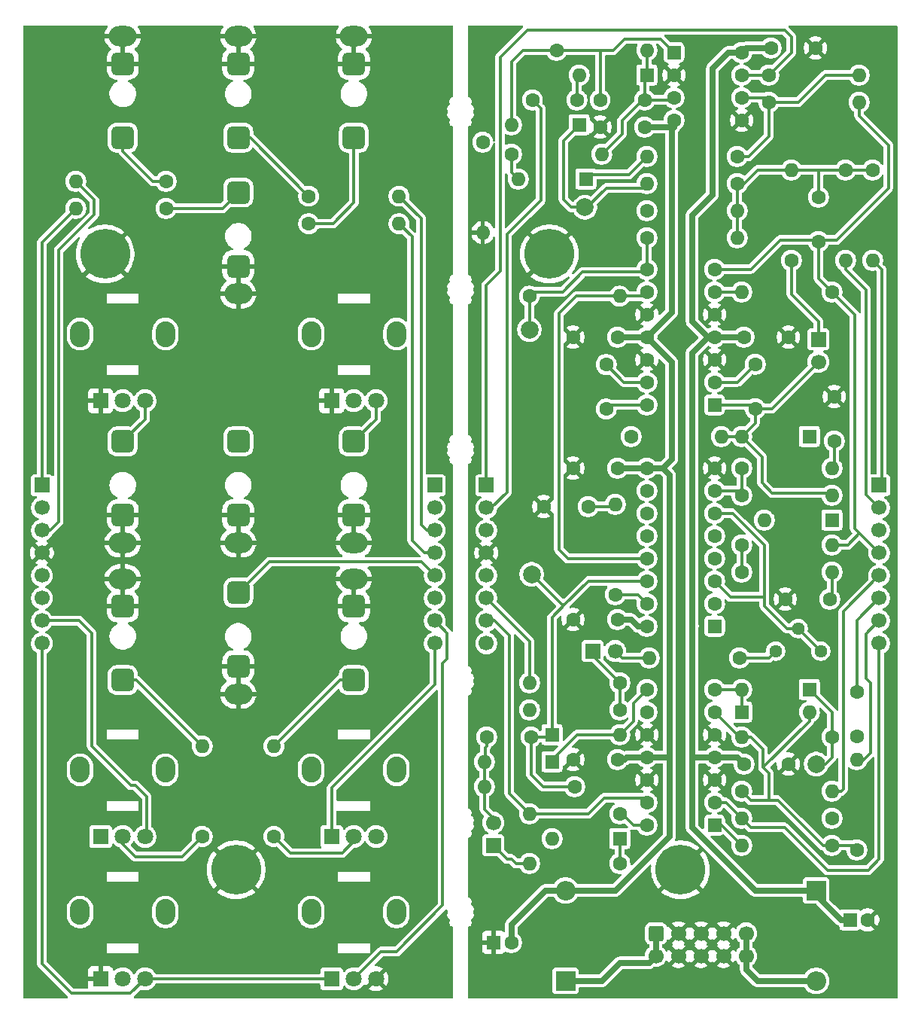
<source format=gtl>
%TF.GenerationSoftware,KiCad,Pcbnew,9.0.3*%
%TF.CreationDate,2026-01-03T16:36:44+00:00*%
%TF.ProjectId,state-variable-filter,73746174-652d-4766-9172-6961626c652d,rev?*%
%TF.SameCoordinates,Original*%
%TF.FileFunction,Copper,L1,Top*%
%TF.FilePolarity,Positive*%
%FSLAX46Y46*%
G04 Gerber Fmt 4.6, Leading zero omitted, Abs format (unit mm)*
G04 Created by KiCad (PCBNEW 9.0.3) date 2026-01-03 16:36:44*
%MOMM*%
%LPD*%
G01*
G04 APERTURE LIST*
G04 Aperture macros list*
%AMRoundRect*
0 Rectangle with rounded corners*
0 $1 Rounding radius*
0 $2 $3 $4 $5 $6 $7 $8 $9 X,Y pos of 4 corners*
0 Add a 4 corners polygon primitive as box body*
4,1,4,$2,$3,$4,$5,$6,$7,$8,$9,$2,$3,0*
0 Add four circle primitives for the rounded corners*
1,1,$1+$1,$2,$3*
1,1,$1+$1,$4,$5*
1,1,$1+$1,$6,$7*
1,1,$1+$1,$8,$9*
0 Add four rect primitives between the rounded corners*
20,1,$1+$1,$2,$3,$4,$5,0*
20,1,$1+$1,$4,$5,$6,$7,0*
20,1,$1+$1,$6,$7,$8,$9,0*
20,1,$1+$1,$8,$9,$2,$3,0*%
G04 Aperture macros list end*
%TA.AperFunction,ComponentPad*%
%ADD10C,1.600000*%
%TD*%
%TA.AperFunction,ComponentPad*%
%ADD11O,1.600000X1.600000*%
%TD*%
%TA.AperFunction,ComponentPad*%
%ADD12O,3.100000X2.300000*%
%TD*%
%TA.AperFunction,ComponentPad*%
%ADD13RoundRect,0.650000X0.650000X0.650000X-0.650000X0.650000X-0.650000X-0.650000X0.650000X-0.650000X0*%
%TD*%
%TA.AperFunction,ComponentPad*%
%ADD14R,2.200000X2.200000*%
%TD*%
%TA.AperFunction,ComponentPad*%
%ADD15O,2.200000X2.200000*%
%TD*%
%TA.AperFunction,ComponentPad*%
%ADD16R,1.600000X1.600000*%
%TD*%
%TA.AperFunction,ComponentPad*%
%ADD17C,5.600000*%
%TD*%
%TA.AperFunction,ComponentPad*%
%ADD18O,2.200000X2.900000*%
%TD*%
%TA.AperFunction,ComponentPad*%
%ADD19R,1.800000X1.800000*%
%TD*%
%TA.AperFunction,ComponentPad*%
%ADD20C,1.800000*%
%TD*%
%TA.AperFunction,ComponentPad*%
%ADD21RoundRect,0.250000X0.550000X0.550000X-0.550000X0.550000X-0.550000X-0.550000X0.550000X-0.550000X0*%
%TD*%
%TA.AperFunction,ComponentPad*%
%ADD22RoundRect,0.650000X-0.650000X-0.650000X0.650000X-0.650000X0.650000X0.650000X-0.650000X0.650000X0*%
%TD*%
%TA.AperFunction,ComponentPad*%
%ADD23R,1.700000X1.700000*%
%TD*%
%TA.AperFunction,ComponentPad*%
%ADD24C,1.700000*%
%TD*%
%TA.AperFunction,ComponentPad*%
%ADD25RoundRect,0.250000X-0.550000X-0.550000X0.550000X-0.550000X0.550000X0.550000X-0.550000X0.550000X0*%
%TD*%
%TA.AperFunction,ComponentPad*%
%ADD26C,2.000000*%
%TD*%
%TA.AperFunction,ComponentPad*%
%ADD27RoundRect,0.250000X-0.600000X0.600000X-0.600000X-0.600000X0.600000X-0.600000X0.600000X0.600000X0*%
%TD*%
%TA.AperFunction,ComponentPad*%
%ADD28C,1.440000*%
%TD*%
%TA.AperFunction,ViaPad*%
%ADD29C,0.762000*%
%TD*%
%TA.AperFunction,Conductor*%
%ADD30C,0.304800*%
%TD*%
%TA.AperFunction,Conductor*%
%ADD31C,0.635000*%
%TD*%
G04 APERTURE END LIST*
D10*
%TO.P,R19,1*%
%TO.N,Net-(U2B--)*%
X162814000Y-66548000D03*
D11*
%TO.P,R19,2*%
%TO.N,/FILTER_INPUT_2_MAIN*%
X162814000Y-76708000D03*
%TD*%
D10*
%TO.P,R21,1*%
%TO.N,HI_PASS_OUTPUT*%
X161290000Y-80264000D03*
D11*
%TO.P,R21,2*%
%TO.N,Net-(U2B--)*%
X151130000Y-80264000D03*
%TD*%
D12*
%TO.P,J10,S*%
%TO.N,GND*%
X107500000Y-112520000D03*
D13*
%TO.P,J10,T*%
%TO.N,Net-(J10-PadT)*%
X107500000Y-123920000D03*
%TO.P,J10,TN*%
%TO.N,GND*%
X107500000Y-115620000D03*
%TD*%
D14*
%TO.P,D5,1,K*%
%TO.N,/-12IN*%
X131318000Y-157734000D03*
D15*
%TO.P,D5,2,A*%
%TO.N,VEE*%
X131318000Y-147574000D03*
%TD*%
D16*
%TO.P,D7,1,K*%
%TO.N,Net-(D7-K)*%
X161290000Y-105918000D03*
D11*
%TO.P,D7,2,A*%
%TO.N,Net-(D7-A)*%
X153670000Y-105918000D03*
%TD*%
D10*
%TO.P,R8,1*%
%TO.N,Net-(D1-A)*%
X130302000Y-53086000D03*
D11*
%TO.P,R8,2*%
%TO.N,Net-(D6-K)*%
X140462000Y-53086000D03*
%TD*%
D10*
%TO.P,R22,1*%
%TO.N,Net-(U2B--)*%
X150622000Y-68072000D03*
D11*
%TO.P,R22,2*%
%TO.N,Net-(D1-K)*%
X140462000Y-68072000D03*
%TD*%
D10*
%TO.P,R29,1*%
%TO.N,Net-(D7-A)*%
X151130000Y-108712000D03*
D11*
%TO.P,R29,2*%
%TO.N,HI_PASS_OUTPUT*%
X161290000Y-108712000D03*
%TD*%
D10*
%TO.P,C6,1*%
%TO.N,GND*%
X132160000Y-100076000D03*
%TO.P,C6,2*%
%TO.N,VEE*%
X137160000Y-100076000D03*
%TD*%
%TO.P,C12,1*%
%TO.N,Net-(U2A--)*%
X152654000Y-88392000D03*
%TO.P,C12,2*%
%TO.N,BAND_PASS_OUTPUT*%
X152654000Y-93392000D03*
%TD*%
D17*
%TO.P,H2,1,1*%
%TO.N,GND*%
X79500000Y-76000000D03*
%TD*%
D16*
%TO.P,D12,1,K*%
%TO.N,Net-(D12-K)*%
X137414000Y-141732000D03*
D11*
%TO.P,D12,2,A*%
%TO.N,RES_VC*%
X129794000Y-141732000D03*
%TD*%
D10*
%TO.P,C18,1*%
%TO.N,/FREQ_ATTV_CW_MAIN*%
X164084000Y-125222000D03*
%TO.P,C18,2*%
%TO.N,Net-(D9-K)*%
X164084000Y-130222000D03*
%TD*%
%TO.P,R16,1*%
%TO.N,Net-(R13-Pad2)*%
X137414000Y-138938000D03*
D11*
%TO.P,R16,2*%
%TO.N,/RES_ATTV_ACW_MAIN*%
X127254000Y-138938000D03*
%TD*%
D10*
%TO.P,R23,1*%
%TO.N,Net-(JP1-A)*%
X156718000Y-76708000D03*
D11*
%TO.P,R23,2*%
%TO.N,Net-(U2B--)*%
X156718000Y-66548000D03*
%TD*%
D16*
%TO.P,D4,1,K*%
%TO.N,Net-(D3-A)*%
X129794000Y-133096000D03*
D11*
%TO.P,D4,2,A*%
%TO.N,/RES_ATTV_CW_MAIN*%
X122174000Y-133096000D03*
%TD*%
D10*
%TO.P,C17,1*%
%TO.N,Net-(C17-Pad1)*%
X161036000Y-114808000D03*
%TO.P,C17,2*%
%TO.N,GND*%
X156036000Y-114808000D03*
%TD*%
D18*
%TO.P,RV4,*%
%TO.N,*%
X102700000Y-85000000D03*
X112300000Y-85000000D03*
D19*
%TO.P,RV4,1,1*%
%TO.N,GND*%
X105000000Y-92500000D03*
D20*
%TO.P,RV4,2,2*%
%TO.N,/FILTER_INPUT_1_CTRL*%
X107500000Y-92500000D03*
%TO.P,RV4,3,3*%
%TO.N,Net-(J9-PadT)*%
X110000000Y-92500000D03*
%TD*%
D10*
%TO.P,R35,1*%
%TO.N,Net-(U2B--)*%
X165862000Y-66548000D03*
D11*
%TO.P,R35,2*%
%TO.N,/FILTER_INPUT_1_MAIN*%
X165862000Y-76708000D03*
%TD*%
D10*
%TO.P,C3,1*%
%TO.N,GND*%
X132160000Y-85344000D03*
%TO.P,C3,2*%
%TO.N,VEE*%
X137160000Y-85344000D03*
%TD*%
%TO.P,R14,1*%
%TO.N,RES_VC*%
X132334000Y-135890000D03*
D11*
%TO.P,R14,2*%
%TO.N,/RES_ATTV_CW_MAIN*%
X122174000Y-135890000D03*
%TD*%
D17*
%TO.P,H4,1,1*%
%TO.N,GND*%
X144250000Y-145250000D03*
%TD*%
D10*
%TO.P,C15,1*%
%TO.N,Net-(C15-Pad1)*%
X161544000Y-97028000D03*
%TO.P,C15,2*%
%TO.N,GND*%
X161544000Y-92028000D03*
%TD*%
%TO.P,R2,1*%
%TO.N,Net-(J7-PadT)*%
X86360000Y-70866000D03*
D11*
%TO.P,R2,2*%
%TO.N,/NOTCH_CTRL*%
X76200000Y-70866000D03*
%TD*%
D10*
%TO.P,R25,1*%
%TO.N,Net-(U1B--)*%
X150622000Y-65024000D03*
D11*
%TO.P,R25,2*%
%TO.N,LOW_PASS_OUTPUT*%
X140462000Y-65024000D03*
%TD*%
D18*
%TO.P,RV1,*%
%TO.N,*%
X76700000Y-85000000D03*
X86300000Y-85000000D03*
D19*
%TO.P,RV1,1,1*%
%TO.N,GND*%
X79000000Y-92500000D03*
D20*
%TO.P,RV1,2,2*%
%TO.N,/FILTER_INPUT_2_CTRL*%
X81500000Y-92500000D03*
%TO.P,RV1,3,3*%
%TO.N,Net-(J3-PadT)*%
X84000000Y-92500000D03*
%TD*%
D12*
%TO.P,J5,S*%
%TO.N,GND*%
X94500000Y-51520000D03*
D13*
%TO.P,J5,T*%
%TO.N,Net-(J5-PadT)*%
X94500000Y-62920000D03*
%TO.P,J5,TN*%
%TO.N,GND*%
X94500000Y-54620000D03*
%TD*%
D12*
%TO.P,J1,S*%
%TO.N,GND*%
X81500000Y-51520000D03*
D13*
%TO.P,J1,T*%
%TO.N,Net-(J1-PadT)*%
X81500000Y-62920000D03*
%TO.P,J1,TN*%
%TO.N,GND*%
X81500000Y-54620000D03*
%TD*%
D10*
%TO.P,C14,1*%
%TO.N,Net-(U2B--)*%
X159766000Y-69596000D03*
%TO.P,C14,2*%
%TO.N,HI_PASS_OUTPUT*%
X159766000Y-74596000D03*
%TD*%
%TO.P,R37,1*%
%TO.N,Net-(D12-K)*%
X137414000Y-144526000D03*
D11*
%TO.P,R37,2*%
%TO.N,Net-(JP3-A)*%
X127254000Y-144526000D03*
%TD*%
D21*
%TO.P,U4,1*%
%TO.N,Net-(R32-Pad2)*%
X148082000Y-140208000D03*
D10*
%TO.P,U4,2,-*%
%TO.N,/FREQ_ATTV_ACW_MAIN*%
X148082000Y-137668000D03*
%TO.P,U4,3,+*%
%TO.N,GND*%
X148082000Y-135128000D03*
%TO.P,U4,4,V+*%
%TO.N,VCC*%
X148082000Y-132588000D03*
%TO.P,U4,5,+*%
%TO.N,GND*%
X148082000Y-130048000D03*
%TO.P,U4,6,-*%
%TO.N,/FREQ_ATTV_CW_MAIN*%
X148082000Y-127508000D03*
%TO.P,U4,7*%
%TO.N,Net-(D10-K)*%
X148082000Y-124968000D03*
%TO.P,U4,8*%
%TO.N,Net-(D3-A)*%
X140462000Y-124968000D03*
%TO.P,U4,9,-*%
%TO.N,/RES_ATTV_CW_MAIN*%
X140462000Y-127508000D03*
%TO.P,U4,10,+*%
%TO.N,GND*%
X140462000Y-130048000D03*
%TO.P,U4,11,V-*%
%TO.N,VEE*%
X140462000Y-132588000D03*
%TO.P,U4,12,+*%
%TO.N,GND*%
X140462000Y-135128000D03*
%TO.P,U4,13,-*%
%TO.N,/RES_ATTV_ACW_MAIN*%
X140462000Y-137668000D03*
%TO.P,U4,14*%
%TO.N,Net-(R13-Pad2)*%
X140462000Y-140208000D03*
%TD*%
D12*
%TO.P,J4,S*%
%TO.N,GND*%
X81500000Y-112520000D03*
D13*
%TO.P,J4,T*%
%TO.N,Net-(J4-PadT)*%
X81500000Y-123920000D03*
%TO.P,J4,TN*%
%TO.N,GND*%
X81500000Y-115620000D03*
%TD*%
D16*
%TO.P,D1,1,K*%
%TO.N,Net-(D1-K)*%
X132842000Y-61468000D03*
D11*
%TO.P,D1,2,A*%
%TO.N,Net-(D1-A)*%
X125222000Y-61468000D03*
%TD*%
D18*
%TO.P,RV6,*%
%TO.N,*%
X102700000Y-150000000D03*
X112300000Y-150000000D03*
D19*
%TO.P,RV6,1,1*%
%TO.N,/NEG_VREF_CTRL*%
X105000000Y-157500000D03*
D20*
%TO.P,RV6,2,2*%
%TO.N,/FREQ_CV_CTRL*%
X107500000Y-157500000D03*
%TO.P,RV6,3,3*%
%TO.N,GND*%
X110000000Y-157500000D03*
%TD*%
D10*
%TO.P,R32,1*%
%TO.N,/FREQ_ATTV_CW_MAIN*%
X161290000Y-142494000D03*
D11*
%TO.P,R32,2*%
%TO.N,Net-(R32-Pad2)*%
X151130000Y-142494000D03*
%TD*%
D10*
%TO.P,R28,1*%
%TO.N,Net-(R27-Pad1)*%
X151130000Y-103124000D03*
D11*
%TO.P,R28,2*%
%TO.N,BAND_PASS_OUTPUT*%
X161290000Y-103124000D03*
%TD*%
D12*
%TO.P,J9,S*%
%TO.N,GND*%
X107500000Y-108480000D03*
D22*
%TO.P,J9,T*%
%TO.N,Net-(J9-PadT)*%
X107500000Y-97080000D03*
%TO.P,J9,TN*%
%TO.N,GND*%
X107500000Y-105380000D03*
%TD*%
D10*
%TO.P,C2,1*%
%TO.N,GND*%
X135208000Y-61722000D03*
%TO.P,C2,2*%
%TO.N,VEE*%
X140208000Y-61722000D03*
%TD*%
%TO.P,R27,1*%
%TO.N,Net-(R27-Pad1)*%
X151130000Y-100076000D03*
D11*
%TO.P,R27,2*%
%TO.N,Net-(C15-Pad1)*%
X161290000Y-100076000D03*
%TD*%
D10*
%TO.P,R4,1*%
%TO.N,Net-(J5-PadT)*%
X102420000Y-69500000D03*
D11*
%TO.P,R4,2*%
%TO.N,/BANDPASS_CTRL*%
X112580000Y-69500000D03*
%TD*%
D10*
%TO.P,R17,1*%
%TO.N,NOTCH_OUTPUT*%
X154178000Y-55880000D03*
D11*
%TO.P,R17,2*%
%TO.N,Net-(U1B--)*%
X164338000Y-55880000D03*
%TD*%
D10*
%TO.P,R6,1*%
%TO.N,Net-(R6-Pad1)*%
X98500000Y-141500000D03*
D11*
%TO.P,R6,2*%
%TO.N,Net-(J10-PadT)*%
X98500000Y-131340000D03*
%TD*%
D10*
%TO.P,R5,1*%
%TO.N,Net-(R5-Pad1)*%
X90424000Y-141500000D03*
D11*
%TO.P,R5,2*%
%TO.N,Net-(J4-PadT)*%
X90424000Y-131340000D03*
%TD*%
D10*
%TO.P,R1,1*%
%TO.N,Net-(J1-PadT)*%
X86360000Y-67818000D03*
D11*
%TO.P,R1,2*%
%TO.N,/LOWPASS_CTRL*%
X76200000Y-67818000D03*
%TD*%
D16*
%TO.P,D3,1,K*%
%TO.N,RES_VC*%
X129794000Y-130048000D03*
D11*
%TO.P,D3,2,A*%
%TO.N,Net-(D3-A)*%
X137414000Y-130048000D03*
%TD*%
D10*
%TO.P,R20,1*%
%TO.N,Net-(R20-Pad1)*%
X140462000Y-74168000D03*
D11*
%TO.P,R20,2*%
%TO.N,Net-(U2B--)*%
X150622000Y-74168000D03*
%TD*%
D21*
%TO.P,U2,1*%
%TO.N,BAND_PASS_OUTPUT*%
X148082000Y-92959000D03*
D10*
%TO.P,U2,2,-*%
%TO.N,Net-(U2A--)*%
X148082000Y-90419000D03*
%TO.P,U2,3,+*%
%TO.N,GND*%
X148082000Y-87879000D03*
%TO.P,U2,4,V+*%
%TO.N,VCC*%
X148082000Y-85339000D03*
%TO.P,U2,5,+*%
%TO.N,GND*%
X148082000Y-82799000D03*
%TO.P,U2,6,-*%
%TO.N,Net-(U2B--)*%
X148082000Y-80259000D03*
%TO.P,U2,7*%
%TO.N,HI_PASS_OUTPUT*%
X148082000Y-77719000D03*
%TO.P,U2,8*%
%TO.N,Net-(R20-Pad1)*%
X140462000Y-77719000D03*
%TO.P,U2,9,-*%
%TO.N,Net-(U2C--)*%
X140462000Y-80259000D03*
%TO.P,U2,10,+*%
%TO.N,GND*%
X140462000Y-82799000D03*
%TO.P,U2,11,V-*%
%TO.N,VEE*%
X140462000Y-85339000D03*
%TO.P,U2,12,+*%
%TO.N,GND*%
X140462000Y-87879000D03*
%TO.P,U2,13,-*%
%TO.N,Net-(U2D--)*%
X140462000Y-90419000D03*
%TO.P,U2,14*%
%TO.N,LOW_PASS_OUTPUT*%
X140462000Y-92959000D03*
%TD*%
%TO.P,R12,1*%
%TO.N,/RES_ATTV_CW_MAIN*%
X137414000Y-124206000D03*
D11*
%TO.P,R12,2*%
%TO.N,/RES_CV_MAIN*%
X127254000Y-124206000D03*
%TD*%
D12*
%TO.P,J8,S*%
%TO.N,GND*%
X94500000Y-108480000D03*
D22*
%TO.P,J8,T*%
%TO.N,/PING_CTRL*%
X94500000Y-97080000D03*
%TO.P,J8,TN*%
%TO.N,GND*%
X94500000Y-105380000D03*
%TD*%
D10*
%TO.P,C10,1*%
%TO.N,VCC*%
X154432000Y-52832000D03*
%TO.P,C10,2*%
%TO.N,GND*%
X159432000Y-52832000D03*
%TD*%
%TO.P,R10,1*%
%TO.N,Net-(D2-A)*%
X125222000Y-64770000D03*
D11*
%TO.P,R10,2*%
%TO.N,Net-(D6-K)*%
X135382000Y-64770000D03*
%TD*%
D10*
%TO.P,R9,1*%
%TO.N,Net-(R20-Pad1)*%
X127250000Y-80750000D03*
D11*
%TO.P,R9,2*%
%TO.N,Net-(U2C--)*%
X137410000Y-80750000D03*
%TD*%
D23*
%TO.P,J14,1,Pin_1*%
%TO.N,/FILTER_INPUT_1_MAIN*%
X166600000Y-102000000D03*
D24*
%TO.P,J14,2,Pin_2*%
%TO.N,/FILTER_INPUT_2_MAIN*%
X166600000Y-104540000D03*
%TO.P,J14,3,Pin_3*%
%TO.N,BAND_PASS_OUTPUT*%
X166600000Y-107080000D03*
%TO.P,J14,4,Pin_4*%
%TO.N,HI_PASS_OUTPUT*%
X166600000Y-109620000D03*
%TO.P,J14,5,Pin_5*%
%TO.N,/V_OCT_MAIN*%
X166600000Y-112160000D03*
%TO.P,J14,6,Pin_6*%
%TO.N,/FREQ_ATTV_CW_MAIN*%
X166600000Y-114700000D03*
%TO.P,J14,7,Pin_7*%
%TO.N,/FREQ_CV_MAIN*%
X166600000Y-117240000D03*
%TO.P,J14,8,Pin_8*%
%TO.N,/FREQ_ATTV_ACW_MAIN*%
X166600000Y-119780000D03*
%TD*%
D12*
%TO.P,J11,S*%
%TO.N,GND*%
X94500000Y-125480000D03*
D22*
%TO.P,J11,T*%
%TO.N,/V_OCT_CTRL*%
X94500000Y-114080000D03*
%TO.P,J11,TN*%
%TO.N,GND*%
X94500000Y-122380000D03*
%TD*%
D10*
%TO.P,R33,1*%
%TO.N,/FREQ_ATTV_CW_MAIN*%
X164084000Y-143002000D03*
D11*
%TO.P,R33,2*%
%TO.N,/FREQ_CV_MAIN*%
X164084000Y-132842000D03*
%TD*%
D10*
%TO.P,R36,1*%
%TO.N,Net-(D9-K)*%
X150876000Y-121412000D03*
D11*
%TO.P,R36,2*%
%TO.N,Net-(JP2-B)*%
X140716000Y-121412000D03*
%TD*%
D16*
%TO.P,D2,1,K*%
%TO.N,LOW_PASS_OUTPUT*%
X133604000Y-67564000D03*
D11*
%TO.P,D2,2,A*%
%TO.N,Net-(D2-A)*%
X125984000Y-67564000D03*
%TD*%
D10*
%TO.P,R34,1*%
%TO.N,Net-(R32-Pad2)*%
X161290000Y-139446000D03*
D11*
%TO.P,R34,2*%
%TO.N,/FREQ_ATTV_ACW_MAIN*%
X151130000Y-139446000D03*
%TD*%
D18*
%TO.P,RV3,*%
%TO.N,*%
X76700000Y-150000000D03*
X86300000Y-150000000D03*
D19*
%TO.P,RV3,1,1*%
%TO.N,GND*%
X79000000Y-157500000D03*
D20*
%TO.P,RV3,2,2*%
%TO.N,/RES_CV_CTRL*%
X81500000Y-157500000D03*
%TO.P,RV3,3,3*%
%TO.N,/NEG_VREF_CTRL*%
X84000000Y-157500000D03*
%TD*%
D16*
%TO.P,D8,1,K*%
%TO.N,Net-(D7-K)*%
X158750000Y-96520000D03*
D11*
%TO.P,D8,2,A*%
%TO.N,BAND_PASS_OUTPUT*%
X151130000Y-96520000D03*
%TD*%
D10*
%TO.P,R26,1*%
%TO.N,Net-(D7-A)*%
X151130000Y-111760000D03*
D11*
%TO.P,R26,2*%
%TO.N,Net-(C17-Pad1)*%
X161290000Y-111760000D03*
%TD*%
D10*
%TO.P,R18,1*%
%TO.N,Net-(U1B--)*%
X154178000Y-58928000D03*
D11*
%TO.P,R18,2*%
%TO.N,HI_PASS_OUTPUT*%
X164338000Y-58928000D03*
%TD*%
D17*
%TO.P,H1,1,1*%
%TO.N,GND*%
X129500000Y-76000000D03*
%TD*%
D12*
%TO.P,J7,S*%
%TO.N,GND*%
X94500000Y-80480000D03*
D22*
%TO.P,J7,T*%
%TO.N,Net-(J7-PadT)*%
X94500000Y-69080000D03*
%TO.P,J7,TN*%
%TO.N,GND*%
X94500000Y-77380000D03*
%TD*%
D18*
%TO.P,RV5,*%
%TO.N,*%
X102700000Y-134000000D03*
X112300000Y-134000000D03*
D19*
%TO.P,RV5,1,1*%
%TO.N,/FREQ_ATTV_ACW_CTRL*%
X105000000Y-141500000D03*
D20*
%TO.P,RV5,2,2*%
%TO.N,Net-(R6-Pad1)*%
X107500000Y-141500000D03*
%TO.P,RV5,3,3*%
%TO.N,/FREQ_ATTV_CW_CTRL*%
X110000000Y-141500000D03*
%TD*%
D18*
%TO.P,RV2,*%
%TO.N,*%
X76700000Y-134000000D03*
X86300000Y-134000000D03*
D19*
%TO.P,RV2,1,1*%
%TO.N,/RES_ATTV_CW_CTRL*%
X79000000Y-141500000D03*
D20*
%TO.P,RV2,2,2*%
%TO.N,Net-(R5-Pad1)*%
X81500000Y-141500000D03*
%TO.P,RV2,3,3*%
%TO.N,/RES_ATTV_ACW_CTRL*%
X84000000Y-141500000D03*
%TD*%
D21*
%TO.P,U3,1,MODE*%
%TO.N,unconnected-(U3E-MODE-Pad1)*%
X148082000Y-117856000D03*
D10*
%TO.P,U3,2*%
%TO.N,Net-(D7-A)*%
X148082000Y-115316000D03*
%TO.P,U3,3*%
%TO.N,FREQ_VC*%
X148082000Y-112776000D03*
%TO.P,U3,4*%
%TO.N,Net-(U2A--)*%
X148082000Y-110236000D03*
%TO.P,U3,5*%
%TO.N,Net-(U2D--)*%
X148082000Y-107696000D03*
%TO.P,U3,6*%
%TO.N,FREQ_VC*%
X148082000Y-105156000D03*
%TO.P,U3,7*%
%TO.N,Net-(R27-Pad1)*%
X148082000Y-102616000D03*
%TO.P,U3,8,GND*%
%TO.N,GND*%
X148082000Y-100076000D03*
%TO.P,U3,9,V-*%
%TO.N,VEE*%
X140462000Y-100076000D03*
%TO.P,U3,10*%
%TO.N,unconnected-(U3-Pad10)*%
X140462000Y-102616000D03*
%TO.P,U3,11*%
%TO.N,unconnected-(U3-Pad11)*%
X140462000Y-105156000D03*
%TO.P,U3,12*%
%TO.N,unconnected-(U3-Pad12)*%
X140462000Y-107696000D03*
%TO.P,U3,13*%
%TO.N,Net-(U2C--)*%
X140462000Y-110236000D03*
%TO.P,U3,14*%
%TO.N,RES_VC*%
X140462000Y-112776000D03*
%TO.P,U3,15*%
%TO.N,Net-(R11-Pad1)*%
X140462000Y-115316000D03*
%TO.P,U3,16,V+*%
%TO.N,VCC*%
X140462000Y-117856000D03*
%TD*%
%TO.P,C13,1*%
%TO.N,VCC*%
X151384000Y-85344000D03*
%TO.P,C13,2*%
%TO.N,GND*%
X156384000Y-85344000D03*
%TD*%
D12*
%TO.P,J6,S*%
%TO.N,GND*%
X107500000Y-51520000D03*
D13*
%TO.P,J6,T*%
%TO.N,Net-(J6-PadT)*%
X107500000Y-62920000D03*
%TO.P,J6,TN*%
%TO.N,GND*%
X107500000Y-54620000D03*
%TD*%
D10*
%TO.P,C16,1*%
%TO.N,VCC*%
X151384000Y-133350000D03*
%TO.P,C16,2*%
%TO.N,GND*%
X156384000Y-133350000D03*
%TD*%
D16*
%TO.P,D9,1,K*%
%TO.N,Net-(D9-K)*%
X158750000Y-124968000D03*
D11*
%TO.P,D9,2,A*%
%TO.N,Net-(D10-K)*%
X151130000Y-124968000D03*
%TD*%
D25*
%TO.P,U1,1*%
%TO.N,Net-(D1-A)*%
X143510000Y-53340000D03*
D10*
%TO.P,U1,2,-*%
%TO.N,GND*%
X143510000Y-55880000D03*
%TO.P,U1,3,+*%
%TO.N,Net-(D6-K)*%
X143510000Y-58420000D03*
%TO.P,U1,4,V-*%
%TO.N,VEE*%
X143510000Y-60960000D03*
%TO.P,U1,5,+*%
%TO.N,GND*%
X151130000Y-60960000D03*
%TO.P,U1,6,-*%
%TO.N,Net-(U1B--)*%
X151130000Y-58420000D03*
%TO.P,U1,7*%
%TO.N,NOTCH_OUTPUT*%
X151130000Y-55880000D03*
%TO.P,U1,8,V+*%
%TO.N,VCC*%
X151130000Y-53340000D03*
%TD*%
%TO.P,C11,1*%
%TO.N,Net-(D6-K)*%
X140208000Y-58674000D03*
%TO.P,C11,2*%
%TO.N,Net-(D1-A)*%
X135208000Y-58674000D03*
%TD*%
%TO.P,R13,1*%
%TO.N,/RES_ATTV_CW_MAIN*%
X137414000Y-127254000D03*
D11*
%TO.P,R13,2*%
%TO.N,Net-(R13-Pad2)*%
X127254000Y-127254000D03*
%TD*%
D10*
%TO.P,C4,1*%
%TO.N,Net-(U2D--)*%
X135890000Y-88432000D03*
%TO.P,C4,2*%
%TO.N,LOW_PASS_OUTPUT*%
X135890000Y-93432000D03*
%TD*%
D14*
%TO.P,D11,1,K*%
%TO.N,VCC*%
X159512000Y-147574000D03*
D15*
%TO.P,D11,2,A*%
%TO.N,/+12IN*%
X159512000Y-157734000D03*
%TD*%
D17*
%TO.P,H3,1,1*%
%TO.N,GND*%
X94250000Y-145250000D03*
%TD*%
D10*
%TO.P,C1,1*%
%TO.N,/PING_MAIN*%
X127588000Y-58674000D03*
%TO.P,C1,2*%
%TO.N,Net-(D6-A)*%
X132588000Y-58674000D03*
%TD*%
%TO.P,R15,1*%
%TO.N,Net-(R11-Pad1)*%
X136906000Y-114300000D03*
D11*
%TO.P,R15,2*%
%TO.N,Net-(C5-Pad1)*%
X136906000Y-104140000D03*
%TD*%
D10*
%TO.P,R30,1*%
%TO.N,Net-(D9-K)*%
X161290000Y-130302000D03*
D11*
%TO.P,R30,2*%
%TO.N,/FREQ_ATTV_CW_MAIN*%
X151130000Y-130302000D03*
%TD*%
D10*
%TO.P,C9,1*%
%TO.N,/RES_ATTV_CW_MAIN*%
X122428000Y-130302000D03*
%TO.P,C9,2*%
%TO.N,RES_VC*%
X127428000Y-130302000D03*
%TD*%
D16*
%TO.P,D6,1,K*%
%TO.N,Net-(D6-K)*%
X140462000Y-55880000D03*
D11*
%TO.P,D6,2,A*%
%TO.N,Net-(D6-A)*%
X132842000Y-55880000D03*
%TD*%
D12*
%TO.P,J3,S*%
%TO.N,GND*%
X81500000Y-108480000D03*
D22*
%TO.P,J3,T*%
%TO.N,Net-(J3-PadT)*%
X81500000Y-97080000D03*
%TO.P,J3,TN*%
%TO.N,GND*%
X81500000Y-105380000D03*
%TD*%
D10*
%TO.P,R24,1*%
%TO.N,LOW_PASS_OUTPUT*%
X140462000Y-71120000D03*
D11*
%TO.P,R24,2*%
%TO.N,Net-(U2B--)*%
X150622000Y-71120000D03*
%TD*%
D10*
%TO.P,C7,1*%
%TO.N,VCC*%
X137160000Y-117094000D03*
%TO.P,C7,2*%
%TO.N,GND*%
X132160000Y-117094000D03*
%TD*%
%TO.P,R7,1*%
%TO.N,Net-(D6-A)*%
X122000000Y-63420000D03*
D11*
%TO.P,R7,2*%
%TO.N,GND*%
X122000000Y-73580000D03*
%TD*%
D10*
%TO.P,R3,1*%
%TO.N,Net-(J6-PadT)*%
X102420000Y-72600000D03*
D11*
%TO.P,R3,2*%
%TO.N,/HIPASS_CTRL*%
X112580000Y-72600000D03*
%TD*%
D10*
%TO.P,C5,1*%
%TO.N,Net-(C5-Pad1)*%
X133858000Y-104394000D03*
%TO.P,C5,2*%
%TO.N,GND*%
X128858000Y-104394000D03*
%TD*%
%TO.P,R11,1*%
%TO.N,Net-(R11-Pad1)*%
X138684000Y-96520000D03*
D11*
%TO.P,R11,2*%
%TO.N,BAND_PASS_OUTPUT*%
X148844000Y-96520000D03*
%TD*%
D10*
%TO.P,C8,1*%
%TO.N,GND*%
X132160000Y-132842000D03*
%TO.P,C8,2*%
%TO.N,VEE*%
X137160000Y-132842000D03*
%TD*%
D23*
%TO.P,J12,1,Pin_1*%
%TO.N,NOTCH_OUTPUT*%
X122400000Y-102000000D03*
D24*
%TO.P,J12,2,Pin_2*%
%TO.N,/PING_MAIN*%
X122400000Y-104540000D03*
%TO.P,J12,3,Pin_3*%
%TO.N,LOW_PASS_OUTPUT*%
X122400000Y-107080000D03*
%TO.P,J12,4,Pin_4*%
%TO.N,GND*%
X122400000Y-109620000D03*
%TO.P,J12,5,Pin_5*%
%TO.N,/RES_ATTV_CW_MAIN*%
X122400000Y-112160000D03*
%TO.P,J12,6,Pin_6*%
%TO.N,/RES_CV_MAIN*%
X122400000Y-114700000D03*
%TO.P,J12,7,Pin_7*%
%TO.N,/RES_ATTV_ACW_MAIN*%
X122400000Y-117240000D03*
%TO.P,J12,8,Pin_8*%
%TO.N,/NEG_VREF_MAIN*%
X122400000Y-119780000D03*
%TD*%
D10*
%TO.P,R31,1*%
%TO.N,/FREQ_ATTV_CW_MAIN*%
X151130000Y-136398000D03*
D11*
%TO.P,R31,2*%
%TO.N,/V_OCT_MAIN*%
X161290000Y-136398000D03*
%TD*%
D16*
%TO.P,D10,1,K*%
%TO.N,Net-(D10-K)*%
X151130000Y-127508000D03*
D11*
%TO.P,D10,2,A*%
%TO.N,/FREQ_ATTV_CW_MAIN*%
X158750000Y-127508000D03*
%TD*%
D26*
%TO.P,TP2,1,1*%
%TO.N,Net-(R20-Pad1)*%
X127250000Y-84500000D03*
%TD*%
%TO.P,TP1,1,1*%
%TO.N,Net-(D9-K)*%
X159512000Y-133350000D03*
%TD*%
%TO.P,TP4,1,1*%
%TO.N,RES_VC*%
X127508000Y-112014000D03*
%TD*%
D16*
%TO.P,C19,1*%
%TO.N,VCC*%
X163322000Y-150876000D03*
D10*
%TO.P,C19,2*%
%TO.N,GND*%
X165322000Y-150876000D03*
%TD*%
D27*
%TO.P,J15,1,-12V*%
%TO.N,/-12IN*%
X141478000Y-152400000D03*
D24*
%TO.P,J15,2,-12V*%
X141478000Y-154940000D03*
%TO.P,J15,3,GND*%
%TO.N,GND*%
X144018000Y-152400000D03*
%TO.P,J15,4,GND*%
X144018000Y-154940000D03*
%TO.P,J15,5,GND*%
X146558000Y-152400000D03*
%TO.P,J15,6,GND*%
X146558000Y-154940000D03*
%TO.P,J15,7,GND*%
X149098000Y-152400000D03*
%TO.P,J15,8,GND*%
X149098000Y-154940000D03*
%TO.P,J15,9,+12V*%
%TO.N,/+12IN*%
X151638000Y-152400000D03*
%TO.P,J15,10,+12V*%
X151638000Y-154940000D03*
%TD*%
D28*
%TO.P,RV7,1,1*%
%TO.N,FREQ_VC*%
X160020000Y-120650000D03*
%TO.P,RV7,2,2*%
X157480000Y-118110000D03*
%TO.P,RV7,3,3*%
%TO.N,Net-(D9-K)*%
X154940000Y-120650000D03*
%TD*%
D23*
%TO.P,J2,1,Pin_1*%
%TO.N,/NOTCH_CTRL*%
X72400000Y-102000000D03*
D24*
%TO.P,J2,2,Pin_2*%
%TO.N,/PING_CTRL*%
X72400000Y-104540000D03*
%TO.P,J2,3,Pin_3*%
%TO.N,/LOWPASS_CTRL*%
X72400000Y-107080000D03*
%TO.P,J2,4,Pin_4*%
%TO.N,GND*%
X72400000Y-109620000D03*
%TO.P,J2,5,Pin_5*%
%TO.N,/RES_ATTV_CW_CTRL*%
X72400000Y-112160000D03*
%TO.P,J2,6,Pin_6*%
%TO.N,/RES_CV_CTRL*%
X72400000Y-114700000D03*
%TO.P,J2,7,Pin_7*%
%TO.N,/RES_ATTV_ACW_CTRL*%
X72400000Y-117240000D03*
%TO.P,J2,8,Pin_8*%
%TO.N,/NEG_VREF_CTRL*%
X72400000Y-119780000D03*
%TD*%
D23*
%TO.P,JP1,1,A*%
%TO.N,Net-(JP1-A)*%
X159766000Y-85598000D03*
D24*
%TO.P,JP1,2,B*%
%TO.N,BAND_PASS_OUTPUT*%
X159766000Y-88138000D03*
%TD*%
D26*
%TO.P,TP3,1,1*%
%TO.N,Net-(D1-K)*%
X133500000Y-70750000D03*
%TD*%
D23*
%TO.P,JP3,1,A*%
%TO.N,Net-(JP3-A)*%
X123190000Y-142494000D03*
D24*
%TO.P,JP3,2,B*%
%TO.N,/RES_ATTV_CW_MAIN*%
X123190000Y-139954000D03*
%TD*%
D16*
%TO.P,C20,1*%
%TO.N,GND*%
X123222000Y-153416000D03*
D10*
%TO.P,C20,2*%
%TO.N,VEE*%
X125222000Y-153416000D03*
%TD*%
D23*
%TO.P,J13,1,Pin_1*%
%TO.N,/FILTER_INPUT_1_CTRL*%
X116600000Y-102000000D03*
D24*
%TO.P,J13,2,Pin_2*%
%TO.N,/FILTER_INPUT_2_CTRL*%
X116600000Y-104540000D03*
%TO.P,J13,3,Pin_3*%
%TO.N,/BANDPASS_CTRL*%
X116600000Y-107080000D03*
%TO.P,J13,4,Pin_4*%
%TO.N,/HIPASS_CTRL*%
X116600000Y-109620000D03*
%TO.P,J13,5,Pin_5*%
%TO.N,/V_OCT_CTRL*%
X116600000Y-112160000D03*
%TO.P,J13,6,Pin_6*%
%TO.N,/FREQ_ATTV_CW_CTRL*%
X116600000Y-114700000D03*
%TO.P,J13,7,Pin_7*%
%TO.N,/FREQ_CV_CTRL*%
X116600000Y-117240000D03*
%TO.P,J13,8,Pin_8*%
%TO.N,/FREQ_ATTV_ACW_CTRL*%
X116600000Y-119780000D03*
%TD*%
D23*
%TO.P,JP2,1,A*%
%TO.N,/RES_ATTV_CW_MAIN*%
X134366000Y-120650000D03*
D24*
%TO.P,JP2,2,B*%
%TO.N,Net-(JP2-B)*%
X136906000Y-120650000D03*
%TD*%
D29*
%TO.N,GND*%
X152400000Y-113665000D03*
X125984000Y-119634000D03*
X144018000Y-84074000D03*
%TO.N,VCC*%
X145542000Y-117856000D03*
%TD*%
D30*
%TO.N,/PING_MAIN*%
X124714000Y-73786000D02*
X124714000Y-102802000D01*
X122976000Y-104540000D02*
X122400000Y-104540000D01*
X127588000Y-58674000D02*
X128524000Y-59610000D01*
X128524000Y-59610000D02*
X128524000Y-69976000D01*
X124714000Y-102802000D02*
X122976000Y-104540000D01*
X128524000Y-69976000D02*
X124714000Y-73786000D01*
%TO.N,Net-(D1-A)*%
X135208000Y-58674000D02*
X135208000Y-53166000D01*
X137922000Y-51816000D02*
X136652000Y-53086000D01*
X126492000Y-53086000D02*
X125222000Y-54356000D01*
X130302000Y-53086000D02*
X126492000Y-53086000D01*
X135208000Y-53166000D02*
X135128000Y-53086000D01*
X125222000Y-54356000D02*
X125222000Y-61468000D01*
X136652000Y-53086000D02*
X135128000Y-53086000D01*
X135128000Y-53086000D02*
X130302000Y-53086000D01*
X143510000Y-53340000D02*
X141986000Y-51816000D01*
X141986000Y-51816000D02*
X137922000Y-51816000D01*
%TO.N,Net-(D2-A)*%
X125222000Y-64770000D02*
X125222000Y-66802000D01*
X125222000Y-66802000D02*
X125984000Y-67564000D01*
%TO.N,Net-(D1-K)*%
X133500000Y-70750000D02*
X133720000Y-70750000D01*
X131964000Y-70750000D02*
X131064000Y-69850000D01*
X133720000Y-70750000D02*
X135890000Y-68580000D01*
X135890000Y-68580000D02*
X139954000Y-68580000D01*
X139954000Y-68580000D02*
X140462000Y-68072000D01*
X133500000Y-70750000D02*
X131964000Y-70750000D01*
X131064000Y-69850000D02*
X131064000Y-63246000D01*
X131064000Y-63246000D02*
X132842000Y-61468000D01*
%TO.N,Net-(D6-A)*%
X132588000Y-56134000D02*
X132842000Y-55880000D01*
X132588000Y-58674000D02*
X132588000Y-56134000D01*
%TO.N,Net-(U2D--)*%
X140462000Y-90419000D02*
X137877000Y-90419000D01*
X137877000Y-90419000D02*
X135890000Y-88432000D01*
%TO.N,Net-(U1B--)*%
X154178000Y-62738000D02*
X154178000Y-58928000D01*
X164338000Y-55880000D02*
X160528000Y-55880000D01*
X157480000Y-58928000D02*
X154178000Y-58928000D01*
X151892000Y-65024000D02*
X154178000Y-62738000D01*
X150622000Y-65024000D02*
X151892000Y-65024000D01*
X153670000Y-58420000D02*
X154178000Y-58928000D01*
X151130000Y-58420000D02*
X153670000Y-58420000D01*
X160528000Y-55880000D02*
X157480000Y-58928000D01*
%TO.N,Net-(C5-Pad1)*%
X133858000Y-104394000D02*
X136652000Y-104394000D01*
X136652000Y-104394000D02*
X136906000Y-104140000D01*
D31*
%TO.N,VCC*%
X145542000Y-122174000D02*
X145542000Y-87122000D01*
X154432000Y-52832000D02*
X151638000Y-52832000D01*
X139446000Y-117856000D02*
X140462000Y-117856000D01*
X149606000Y-53340000D02*
X151130000Y-53340000D01*
X145542000Y-83566000D02*
X145542000Y-71628000D01*
X145542000Y-87122000D02*
X147325000Y-85339000D01*
X147325000Y-85339000D02*
X148082000Y-85339000D01*
X148082000Y-85339000D02*
X151379000Y-85339000D01*
X147315000Y-85339000D02*
X145542000Y-83566000D01*
X159512000Y-147574000D02*
X159512000Y-148082000D01*
X145542000Y-133096000D02*
X145542000Y-122174000D01*
X145542000Y-132588000D02*
X148082000Y-132588000D01*
X150622000Y-132588000D02*
X151384000Y-133350000D01*
X151379000Y-85339000D02*
X151384000Y-85344000D01*
X151638000Y-52832000D02*
X151130000Y-53340000D01*
X147828000Y-69342000D02*
X147828000Y-55118000D01*
X138684000Y-117094000D02*
X139446000Y-117856000D01*
X148082000Y-132588000D02*
X150622000Y-132588000D01*
X152654000Y-147574000D02*
X145542000Y-140462000D01*
X145542000Y-140462000D02*
X145542000Y-133096000D01*
X145542000Y-71628000D02*
X147828000Y-69342000D01*
X137160000Y-117094000D02*
X138684000Y-117094000D01*
X162306000Y-150876000D02*
X163322000Y-150876000D01*
X159512000Y-147574000D02*
X152654000Y-147574000D01*
X145542000Y-133096000D02*
X145542000Y-132588000D01*
X159512000Y-148082000D02*
X162306000Y-150876000D01*
X145542000Y-122174000D02*
X145542000Y-117856000D01*
X148082000Y-85339000D02*
X147315000Y-85339000D01*
X147828000Y-55118000D02*
X149606000Y-53340000D01*
%TO.N,VEE*%
X136906000Y-147574000D02*
X143002000Y-141478000D01*
X140457000Y-85344000D02*
X140462000Y-85339000D01*
X137922000Y-132842000D02*
X137160000Y-132842000D01*
X131318000Y-147574000D02*
X129032000Y-147574000D01*
X137160000Y-85344000D02*
X140457000Y-85344000D01*
X143256000Y-88133000D02*
X140462000Y-85339000D01*
X143002000Y-141478000D02*
X143002000Y-132588000D01*
X129032000Y-147574000D02*
X125222000Y-151384000D01*
X142240000Y-100076000D02*
X143256000Y-99060000D01*
X143002000Y-132588000D02*
X143002000Y-100838000D01*
X143256000Y-99060000D02*
X143256000Y-88133000D01*
X143256000Y-82545000D02*
X143256000Y-61976000D01*
X140462000Y-100076000D02*
X142240000Y-100076000D01*
X143510000Y-61722000D02*
X143510000Y-60960000D01*
X143002000Y-100838000D02*
X142240000Y-100076000D01*
X143256000Y-61976000D02*
X143510000Y-61722000D01*
X140462000Y-132588000D02*
X138176000Y-132588000D01*
X125222000Y-151384000D02*
X125222000Y-153416000D01*
X140208000Y-61722000D02*
X143510000Y-61722000D01*
X138176000Y-132588000D02*
X137922000Y-132842000D01*
X131318000Y-147574000D02*
X136906000Y-147574000D01*
X140462000Y-100076000D02*
X137160000Y-100076000D01*
X140462000Y-85339000D02*
X143256000Y-82545000D01*
X140462000Y-132588000D02*
X143002000Y-132588000D01*
D30*
%TO.N,/FREQ_ATTV_CW_MAIN*%
X164084000Y-125222000D02*
X164084000Y-117216000D01*
X153543000Y-131699000D02*
X153543000Y-133731000D01*
X152146000Y-137414000D02*
X154178000Y-137414000D01*
X151130000Y-136398000D02*
X152146000Y-137414000D01*
X160274000Y-142494000D02*
X161290000Y-142494000D01*
X158750000Y-128524000D02*
X153543000Y-133731000D01*
X148082000Y-127508000D02*
X150876000Y-130302000D01*
X153543000Y-133731000D02*
X154178000Y-134366000D01*
X155194000Y-137414000D02*
X160274000Y-142494000D01*
X158750000Y-127508000D02*
X158750000Y-128524000D01*
X150876000Y-130302000D02*
X151130000Y-130302000D01*
X154178000Y-137414000D02*
X155194000Y-137414000D01*
X152146000Y-130302000D02*
X153543000Y-131699000D01*
X163576000Y-142494000D02*
X164084000Y-143002000D01*
X164084000Y-117216000D02*
X166600000Y-114700000D01*
X151130000Y-130302000D02*
X152146000Y-130302000D01*
X161290000Y-142494000D02*
X163576000Y-142494000D01*
X154178000Y-134366000D02*
X154178000Y-137414000D01*
%TO.N,Net-(D10-K)*%
X151130000Y-124968000D02*
X151130000Y-127508000D01*
X148082000Y-124968000D02*
X151130000Y-124968000D01*
%TO.N,/RES_ATTV_CW_MAIN*%
X122428000Y-131318000D02*
X122254000Y-131492000D01*
X122254000Y-131492000D02*
X122254000Y-133016000D01*
X122174000Y-135890000D02*
X122174000Y-138430000D01*
X137414000Y-124206000D02*
X137414000Y-127254000D01*
X122428000Y-130302000D02*
X122428000Y-131318000D01*
X134366000Y-120650000D02*
X134366000Y-121158000D01*
X122254000Y-133016000D02*
X122174000Y-133096000D01*
X134366000Y-121158000D02*
X137414000Y-124206000D01*
X122174000Y-135890000D02*
X122174000Y-133096000D01*
X122174000Y-138430000D02*
X123190000Y-139446000D01*
X123190000Y-139446000D02*
X123190000Y-139954000D01*
%TO.N,RES_VC*%
X130937000Y-115443000D02*
X131191000Y-115443000D01*
X129540000Y-130302000D02*
X129794000Y-130048000D01*
X140462000Y-112776000D02*
X133858000Y-112776000D01*
X128778000Y-135890000D02*
X127428000Y-134540000D01*
X129794000Y-116840000D02*
X129794000Y-130048000D01*
X129794000Y-135890000D02*
X128778000Y-135890000D01*
X127428000Y-130302000D02*
X129540000Y-130302000D01*
X131191000Y-115443000D02*
X129794000Y-116840000D01*
X127508000Y-112014000D02*
X130937000Y-115443000D01*
X132334000Y-135890000D02*
X129794000Y-135890000D01*
X127428000Y-134540000D02*
X127428000Y-130302000D01*
X133858000Y-112776000D02*
X131191000Y-115443000D01*
%TO.N,Net-(U2A--)*%
X148082000Y-90419000D02*
X150627000Y-90419000D01*
X150627000Y-90419000D02*
X152654000Y-88392000D01*
%TO.N,Net-(C15-Pad1)*%
X161544000Y-99822000D02*
X161290000Y-100076000D01*
X161544000Y-97028000D02*
X161544000Y-99822000D01*
%TO.N,Net-(C17-Pad1)*%
X161290000Y-114554000D02*
X161036000Y-114808000D01*
X161290000Y-111760000D02*
X161290000Y-114554000D01*
%TO.N,Net-(D3-A)*%
X132588000Y-130048000D02*
X137414000Y-130048000D01*
X129794000Y-133096000D02*
X129794000Y-132842000D01*
X138938000Y-128524000D02*
X137414000Y-130048000D01*
X140462000Y-124968000D02*
X138938000Y-126492000D01*
X138938000Y-126492000D02*
X138938000Y-128524000D01*
X129794000Y-132842000D02*
X132588000Y-130048000D01*
%TO.N,Net-(D9-K)*%
X160528000Y-133350000D02*
X161290000Y-132588000D01*
X158750000Y-124968000D02*
X161290000Y-127508000D01*
X154178000Y-121412000D02*
X154940000Y-120650000D01*
X150876000Y-121412000D02*
X154178000Y-121412000D01*
X159512000Y-133350000D02*
X160528000Y-133350000D01*
X161290000Y-127508000D02*
X161290000Y-130302000D01*
X161290000Y-132588000D02*
X161290000Y-130302000D01*
%TO.N,Net-(D7-A)*%
X151130000Y-111760000D02*
X151130000Y-108712000D01*
%TO.N,Net-(D6-K)*%
X140208000Y-56134000D02*
X140462000Y-55880000D01*
X137668000Y-62484000D02*
X137668000Y-60960000D01*
X140208000Y-58674000D02*
X143256000Y-58674000D01*
X140462000Y-53086000D02*
X140462000Y-55880000D01*
X143256000Y-58674000D02*
X143510000Y-58420000D01*
X140208000Y-58674000D02*
X139954000Y-58674000D01*
X139954000Y-58674000D02*
X137668000Y-60960000D01*
X140208000Y-58674000D02*
X140208000Y-56134000D01*
X135382000Y-64770000D02*
X137668000Y-62484000D01*
%TO.N,/HIPASS_CTRL*%
X112580000Y-72600000D02*
X114046000Y-74066000D01*
X114046000Y-74066000D02*
X114046000Y-108204000D01*
X115462000Y-109620000D02*
X116600000Y-109620000D01*
X114046000Y-108204000D02*
X115462000Y-109620000D01*
%TO.N,Net-(J3-PadT)*%
X84000000Y-92500000D02*
X84000000Y-94580000D01*
X84000000Y-94580000D02*
X81500000Y-97080000D01*
%TO.N,Net-(J4-PadT)*%
X81500000Y-123920000D02*
X83004000Y-123920000D01*
X83004000Y-123920000D02*
X90424000Y-131340000D01*
%TO.N,/BANDPASS_CTRL*%
X112580000Y-69500000D02*
X115062000Y-71982000D01*
X115062000Y-106426000D02*
X115716000Y-107080000D01*
X115062000Y-71982000D02*
X115062000Y-106426000D01*
X115716000Y-107080000D02*
X116600000Y-107080000D01*
%TO.N,/LOWPASS_CTRL*%
X78300000Y-71560000D02*
X74300000Y-75560000D01*
X76200000Y-67818000D02*
X78300000Y-69918000D01*
X74300000Y-106100000D02*
X73320000Y-107080000D01*
X74300000Y-75560000D02*
X74300000Y-106100000D01*
X78300000Y-69918000D02*
X78300000Y-71560000D01*
X73320000Y-107080000D02*
X72400000Y-107080000D01*
%TO.N,Net-(J7-PadT)*%
X92714000Y-70866000D02*
X94500000Y-69080000D01*
X86360000Y-70866000D02*
X92714000Y-70866000D01*
%TO.N,Net-(J9-PadT)*%
X110000000Y-94580000D02*
X107500000Y-97080000D01*
X110000000Y-92500000D02*
X110000000Y-94580000D01*
%TO.N,/V_OCT_CTRL*%
X94500000Y-114080000D02*
X97963000Y-110617000D01*
X97963000Y-110617000D02*
X115057000Y-110617000D01*
X115057000Y-110617000D02*
X116600000Y-112160000D01*
%TO.N,/FILTER_INPUT_1_MAIN*%
X166878000Y-101722000D02*
X166600000Y-102000000D01*
X165862000Y-76708000D02*
X166878000Y-77724000D01*
X166878000Y-77724000D02*
X166878000Y-101722000D01*
%TO.N,/FILTER_INPUT_2_MAIN*%
X162814000Y-77724000D02*
X165100000Y-80010000D01*
X165100000Y-103040000D02*
X166600000Y-104540000D01*
X162814000Y-76708000D02*
X162814000Y-77724000D01*
X165100000Y-80010000D02*
X165100000Y-103040000D01*
%TO.N,/FREQ_ATTV_ACW_CTRL*%
X105000000Y-141500000D02*
X105000000Y-136046000D01*
X116600000Y-124446000D02*
X116600000Y-119780000D01*
X105000000Y-136046000D02*
X116600000Y-124446000D01*
%TO.N,/RES_ATTV_ACW_CTRL*%
X77978000Y-131318000D02*
X82423000Y-135763000D01*
X82931000Y-135763000D02*
X84201000Y-137033000D01*
X84201000Y-141299000D02*
X84000000Y-141500000D01*
X82423000Y-135763000D02*
X82931000Y-135763000D01*
X84201000Y-137033000D02*
X84201000Y-141299000D01*
X77978000Y-118618000D02*
X77978000Y-131318000D01*
X76600000Y-117240000D02*
X77978000Y-118618000D01*
X72400000Y-117240000D02*
X76600000Y-117240000D01*
%TO.N,/FREQ_CV_CTRL*%
X116600000Y-117240000D02*
X117983000Y-118623000D01*
X112318000Y-154432000D02*
X110568000Y-154432000D01*
X117500000Y-122000000D02*
X117500000Y-149250000D01*
X117500000Y-149250000D02*
X112318000Y-154432000D01*
X117983000Y-121517000D02*
X117500000Y-122000000D01*
X110568000Y-154432000D02*
X107500000Y-157500000D01*
X117983000Y-118623000D02*
X117983000Y-121517000D01*
%TO.N,/V_OCT_MAIN*%
X161290000Y-136398000D02*
X162306000Y-136398000D01*
X162560000Y-136144000D02*
X162560000Y-116200000D01*
X162306000Y-136398000D02*
X162560000Y-136144000D01*
X162560000Y-116200000D02*
X166600000Y-112160000D01*
%TO.N,/FREQ_ATTV_ACW_MAIN*%
X166600000Y-144042000D02*
X166600000Y-119780000D01*
X160782000Y-145288000D02*
X165354000Y-145288000D01*
X155956000Y-140462000D02*
X160782000Y-145288000D01*
X152146000Y-140462000D02*
X155956000Y-140462000D01*
X165354000Y-145288000D02*
X166600000Y-144042000D01*
X151130000Y-139446000D02*
X152146000Y-140462000D01*
X149352000Y-137668000D02*
X151130000Y-139446000D01*
X148082000Y-137668000D02*
X149352000Y-137668000D01*
%TO.N,/FREQ_CV_MAIN*%
X165608000Y-132080000D02*
X165608000Y-124206000D01*
X164084000Y-132842000D02*
X164846000Y-132842000D01*
X164846000Y-132842000D02*
X165608000Y-132080000D01*
X165100000Y-118740000D02*
X166600000Y-117240000D01*
X165100000Y-123698000D02*
X165100000Y-118740000D01*
X165608000Y-124206000D02*
X165100000Y-123698000D01*
%TO.N,/RES_CV_MAIN*%
X127254000Y-119554000D02*
X127254000Y-124206000D01*
X122400000Y-114700000D02*
X127254000Y-119554000D01*
%TO.N,/RES_ATTV_ACW_MAIN*%
X140462000Y-137668000D02*
X139954000Y-137160000D01*
X135636000Y-137160000D02*
X133858000Y-138938000D01*
X123336000Y-117240000D02*
X124968000Y-118872000D01*
X124968000Y-118872000D02*
X124968000Y-136652000D01*
X139954000Y-137160000D02*
X135636000Y-137160000D01*
X133858000Y-138938000D02*
X127254000Y-138938000D01*
X124968000Y-136652000D02*
X127254000Y-138938000D01*
X122400000Y-117240000D02*
X123336000Y-117240000D01*
%TO.N,Net-(JP1-A)*%
X159766000Y-85598000D02*
X159766000Y-83566000D01*
X156718000Y-80518000D02*
X156718000Y-76708000D01*
X159766000Y-83566000D02*
X156718000Y-80518000D01*
%TO.N,Net-(J10-PadT)*%
X107500000Y-123920000D02*
X105920000Y-123920000D01*
X105920000Y-123920000D02*
X98500000Y-131340000D01*
%TO.N,Net-(R5-Pad1)*%
X88160000Y-143764000D02*
X82931000Y-143764000D01*
X82931000Y-143764000D02*
X81500000Y-142333000D01*
X81500000Y-142333000D02*
X81500000Y-141500000D01*
X90424000Y-141500000D02*
X88160000Y-143764000D01*
%TO.N,Net-(R6-Pad1)*%
X100383000Y-143383000D02*
X106172000Y-143383000D01*
X106172000Y-143383000D02*
X107500000Y-142055000D01*
X98500000Y-141500000D02*
X100383000Y-143383000D01*
X107500000Y-142055000D02*
X107500000Y-141500000D01*
%TO.N,Net-(U2C--)*%
X131572000Y-110236000D02*
X130556000Y-109220000D01*
X130556000Y-109220000D02*
X130556000Y-82694000D01*
X130556000Y-82694000D02*
X132500000Y-80750000D01*
X132500000Y-80750000D02*
X137410000Y-80750000D01*
X140462000Y-80259000D02*
X139971000Y-80750000D01*
X139971000Y-80750000D02*
X137410000Y-80750000D01*
X140462000Y-110236000D02*
X131572000Y-110236000D01*
%TO.N,Net-(R20-Pad1)*%
X127250000Y-80750000D02*
X127254000Y-80754000D01*
X127254000Y-80754000D02*
X127254000Y-84496000D01*
X127486000Y-80264000D02*
X130986000Y-80264000D01*
X127254000Y-84496000D02*
X127250000Y-84500000D01*
X130986000Y-80264000D02*
X133250000Y-78000000D01*
X127250000Y-80500000D02*
X127486000Y-80264000D01*
X133250000Y-78000000D02*
X140181000Y-78000000D01*
X140181000Y-78000000D02*
X140462000Y-77719000D01*
X140462000Y-74168000D02*
X140462000Y-77719000D01*
X127250000Y-80750000D02*
X127250000Y-80500000D01*
%TO.N,Net-(R11-Pad1)*%
X136906000Y-114300000D02*
X139446000Y-114300000D01*
X139446000Y-114300000D02*
X140462000Y-115316000D01*
%TO.N,Net-(R13-Pad2)*%
X137414000Y-138938000D02*
X137668000Y-138938000D01*
X138938000Y-140208000D02*
X140462000Y-140208000D01*
X137668000Y-138938000D02*
X138938000Y-140208000D01*
%TO.N,Net-(R27-Pad1)*%
X148082000Y-102616000D02*
X150622000Y-102616000D01*
X151130000Y-100076000D02*
X151130000Y-103124000D01*
X150622000Y-102616000D02*
X151130000Y-103124000D01*
%TO.N,FREQ_VC*%
X149860000Y-114554000D02*
X153670000Y-114554000D01*
X148082000Y-105156000D02*
X148082000Y-105664000D01*
X157480000Y-118110000D02*
X160020000Y-120650000D01*
X148082000Y-112776000D02*
X149860000Y-114554000D01*
X156210000Y-118110000D02*
X153670000Y-115570000D01*
X148082000Y-105156000D02*
X150114000Y-105156000D01*
X153670000Y-114554000D02*
X153670000Y-115570000D01*
X157480000Y-118110000D02*
X156210000Y-118110000D01*
X150114000Y-105156000D02*
X153670000Y-108712000D01*
X153670000Y-108712000D02*
X153670000Y-114554000D01*
%TO.N,Net-(R32-Pad2)*%
X148844000Y-140208000D02*
X151130000Y-142494000D01*
X148082000Y-140208000D02*
X148844000Y-140208000D01*
%TO.N,Net-(U2B--)*%
X151384000Y-68072000D02*
X152908000Y-66548000D01*
X150622000Y-74168000D02*
X150622000Y-71120000D01*
X152908000Y-66548000D02*
X156718000Y-66548000D01*
X151125000Y-80259000D02*
X151130000Y-80264000D01*
X150622000Y-68072000D02*
X151384000Y-68072000D01*
X159766000Y-66548000D02*
X162814000Y-66548000D01*
X159766000Y-69596000D02*
X159766000Y-66548000D01*
X162814000Y-66548000D02*
X165862000Y-66548000D01*
X148082000Y-80259000D02*
X151125000Y-80259000D01*
X150622000Y-68072000D02*
X150622000Y-71120000D01*
X156718000Y-66548000D02*
X159766000Y-66548000D01*
D31*
%TO.N,/+12IN*%
X151638000Y-156464000D02*
X152908000Y-157734000D01*
X152908000Y-157734000D02*
X159512000Y-157734000D01*
X151638000Y-152400000D02*
X151638000Y-154940000D01*
X151638000Y-154940000D02*
X151638000Y-156464000D01*
%TO.N,/-12IN*%
X141478000Y-152400000D02*
X141478000Y-154940000D01*
X135382000Y-157734000D02*
X131318000Y-157734000D01*
X141478000Y-154940000D02*
X140716000Y-155702000D01*
X137414000Y-155702000D02*
X135382000Y-157734000D01*
X140716000Y-155702000D02*
X137414000Y-155702000D01*
D30*
%TO.N,/NEG_VREF_CTRL*%
X72400000Y-155839000D02*
X75692000Y-159131000D01*
X84000000Y-157500000D02*
X105000000Y-157500000D01*
X72400000Y-119780000D02*
X72400000Y-155839000D01*
X82369000Y-159131000D02*
X84000000Y-157500000D01*
X75692000Y-159131000D02*
X82369000Y-159131000D01*
%TO.N,HI_PASS_OUTPUT*%
X159940000Y-74422000D02*
X161798000Y-74422000D01*
X155448000Y-74422000D02*
X159592000Y-74422000D01*
X163830000Y-82804000D02*
X163830000Y-106850000D01*
X163830000Y-106850000D02*
X164380000Y-107400000D01*
X164338000Y-60452000D02*
X164338000Y-58928000D01*
X159592000Y-74422000D02*
X159766000Y-74596000D01*
X159766000Y-74596000D02*
X159766000Y-78740000D01*
X167640000Y-68580000D02*
X167640000Y-63754000D01*
X152151000Y-77719000D02*
X155448000Y-74422000D01*
X167640000Y-63754000D02*
X164338000Y-60452000D01*
X159766000Y-78740000D02*
X161290000Y-80264000D01*
X164380000Y-107400000D02*
X166600000Y-109620000D01*
X161290000Y-80264000D02*
X163830000Y-82804000D01*
X161290000Y-108712000D02*
X163068000Y-108712000D01*
X159766000Y-74596000D02*
X159940000Y-74422000D01*
X161798000Y-74422000D02*
X167640000Y-68580000D01*
X148082000Y-77719000D02*
X152151000Y-77719000D01*
X163068000Y-108712000D02*
X164380000Y-107400000D01*
%TO.N,BAND_PASS_OUTPUT*%
X151130000Y-96520000D02*
X153416000Y-98806000D01*
X148082000Y-92959000D02*
X152221000Y-92959000D01*
X161036000Y-102870000D02*
X161290000Y-103124000D01*
X154512000Y-93392000D02*
X152654000Y-93392000D01*
X152221000Y-92959000D02*
X152654000Y-93392000D01*
X152654000Y-94996000D02*
X151130000Y-96520000D01*
X152654000Y-93392000D02*
X152654000Y-94996000D01*
X153416000Y-101727000D02*
X154559000Y-102870000D01*
X159766000Y-88138000D02*
X154512000Y-93392000D01*
X148844000Y-96520000D02*
X151130000Y-96520000D01*
X153416000Y-98806000D02*
X153416000Y-101727000D01*
X154559000Y-102870000D02*
X161036000Y-102870000D01*
%TO.N,LOW_PASS_OUTPUT*%
X140462000Y-92959000D02*
X136363000Y-92959000D01*
X138430000Y-67056000D02*
X140462000Y-65024000D01*
X133604000Y-67564000D02*
X134112000Y-67056000D01*
X136363000Y-92959000D02*
X135890000Y-93432000D01*
X134112000Y-67056000D02*
X138430000Y-67056000D01*
%TO.N,Net-(J1-PadT)*%
X84898000Y-67818000D02*
X86360000Y-67818000D01*
X81500000Y-64420000D02*
X84898000Y-67818000D01*
X81500000Y-62920000D02*
X81500000Y-64420000D01*
%TO.N,Net-(J5-PadT)*%
X95840000Y-62920000D02*
X102420000Y-69500000D01*
X94500000Y-62920000D02*
X95840000Y-62920000D01*
%TO.N,Net-(J6-PadT)*%
X102420000Y-72600000D02*
X105150000Y-72600000D01*
X107500000Y-70250000D02*
X107500000Y-62920000D01*
X105150000Y-72600000D02*
X107500000Y-70250000D01*
%TO.N,NOTCH_OUTPUT*%
X151130000Y-55880000D02*
X154178000Y-55880000D01*
X155956000Y-50800000D02*
X156718000Y-51562000D01*
X123952000Y-77949721D02*
X123952000Y-53848000D01*
X156718000Y-53340000D02*
X154178000Y-55880000D01*
X122400000Y-79501721D02*
X123952000Y-77949721D01*
X122400000Y-102000000D02*
X122400000Y-79501721D01*
X127000000Y-50800000D02*
X155956000Y-50800000D01*
X156718000Y-51562000D02*
X156718000Y-53340000D01*
X123952000Y-53848000D02*
X127000000Y-50800000D01*
%TO.N,/NOTCH_CTRL*%
X76200000Y-70866000D02*
X72400000Y-74666000D01*
X72400000Y-74666000D02*
X72400000Y-102000000D01*
%TO.N,Net-(JP2-B)*%
X137668000Y-121412000D02*
X136906000Y-120650000D01*
X140716000Y-121412000D02*
X137668000Y-121412000D01*
%TO.N,Net-(D12-K)*%
X137414000Y-141732000D02*
X137414000Y-144526000D01*
%TO.N,Net-(JP3-A)*%
X125222000Y-144018000D02*
X124714000Y-144018000D01*
X125730000Y-144526000D02*
X125222000Y-144018000D01*
X127254000Y-144526000D02*
X125730000Y-144526000D01*
X124714000Y-144018000D02*
X123190000Y-142494000D01*
%TD*%
%TA.AperFunction,Conductor*%
%TO.N,GND*%
G36*
X94750000Y-125180000D02*
G01*
X94250000Y-125180000D01*
X94250000Y-122680000D01*
X94750000Y-122680000D01*
X94750000Y-125180000D01*
G37*
%TD.AperFunction*%
%TA.AperFunction,Conductor*%
G36*
X81750000Y-115320000D02*
G01*
X81250000Y-115320000D01*
X81250000Y-112820000D01*
X81750000Y-112820000D01*
X81750000Y-115320000D01*
G37*
%TD.AperFunction*%
%TA.AperFunction,Conductor*%
G36*
X81750000Y-108180000D02*
G01*
X81250000Y-108180000D01*
X81250000Y-105680000D01*
X81750000Y-105680000D01*
X81750000Y-108180000D01*
G37*
%TD.AperFunction*%
%TA.AperFunction,Conductor*%
G36*
X94750000Y-108180000D02*
G01*
X94250000Y-108180000D01*
X94250000Y-105680000D01*
X94750000Y-105680000D01*
X94750000Y-108180000D01*
G37*
%TD.AperFunction*%
%TA.AperFunction,Conductor*%
G36*
X94750000Y-80180000D02*
G01*
X94250000Y-80180000D01*
X94250000Y-77680000D01*
X94750000Y-77680000D01*
X94750000Y-80180000D01*
G37*
%TD.AperFunction*%
%TA.AperFunction,Conductor*%
G36*
X79766694Y-50324985D02*
G01*
X79812449Y-50377789D01*
X79822393Y-50446947D01*
X79799973Y-50502185D01*
X79688796Y-50655208D01*
X79570883Y-50886622D01*
X79490629Y-51133622D01*
X79469029Y-51270000D01*
X80833012Y-51270000D01*
X80815795Y-51279940D01*
X80759940Y-51335795D01*
X80720444Y-51404204D01*
X80700000Y-51480504D01*
X80700000Y-51559496D01*
X80720444Y-51635796D01*
X80759940Y-51704205D01*
X80815795Y-51760060D01*
X80833012Y-51770000D01*
X79469029Y-51770000D01*
X79490629Y-51906377D01*
X79570883Y-52153377D01*
X79688796Y-52384791D01*
X79841445Y-52594896D01*
X79841449Y-52594901D01*
X80025102Y-52778554D01*
X80139781Y-52861872D01*
X80182447Y-52917201D01*
X80188426Y-52986815D01*
X80155821Y-53048610D01*
X80136974Y-53064489D01*
X80112180Y-53081473D01*
X79961474Y-53232179D01*
X79841028Y-53408009D01*
X79754946Y-53602967D01*
X79754941Y-53602982D01*
X79706149Y-53810429D01*
X79706147Y-53810444D01*
X79700000Y-53899011D01*
X79700000Y-54370000D01*
X80833012Y-54370000D01*
X80815795Y-54379940D01*
X80759940Y-54435795D01*
X80720444Y-54504204D01*
X80700000Y-54580504D01*
X80700000Y-54659496D01*
X80720444Y-54735796D01*
X80759940Y-54804205D01*
X80815795Y-54860060D01*
X80833012Y-54870000D01*
X79700001Y-54870000D01*
X79700001Y-55340988D01*
X79706147Y-55429559D01*
X79706148Y-55429568D01*
X79754941Y-55637017D01*
X79754946Y-55637032D01*
X79841028Y-55831990D01*
X79961474Y-56007820D01*
X80112179Y-56158525D01*
X80288009Y-56278971D01*
X80482967Y-56365053D01*
X80482982Y-56365058D01*
X80690429Y-56413850D01*
X80690444Y-56413852D01*
X80779009Y-56419999D01*
X80790873Y-56419999D01*
X80857914Y-56439679D01*
X80903673Y-56492479D01*
X80913621Y-56561637D01*
X80884601Y-56625195D01*
X80839731Y-56657972D01*
X80799992Y-56675003D01*
X80625002Y-56774998D01*
X80499998Y-56875001D01*
X80499991Y-56875007D01*
X80375012Y-56999986D01*
X80374995Y-57000004D01*
X80249999Y-57149999D01*
X80249997Y-57150001D01*
X80174999Y-57275000D01*
X80100001Y-57424997D01*
X80100000Y-57424998D01*
X80049998Y-57575005D01*
X80000000Y-57824999D01*
X80000000Y-58149998D01*
X80025000Y-58300002D01*
X80075000Y-58450002D01*
X80149998Y-58649996D01*
X80150000Y-58650000D01*
X80275000Y-58850000D01*
X80370594Y-58969493D01*
X80375001Y-58975001D01*
X80375007Y-58975008D01*
X80524991Y-59124992D01*
X80524998Y-59124998D01*
X80525000Y-59125000D01*
X80574994Y-59164995D01*
X80649988Y-59224991D01*
X80649993Y-59224994D01*
X80650000Y-59225000D01*
X80800000Y-59325000D01*
X80975000Y-59400000D01*
X81125000Y-59450000D01*
X81125005Y-59450001D01*
X81125003Y-59450001D01*
X81375000Y-59500000D01*
X81650000Y-59500000D01*
X81874983Y-59450004D01*
X81874987Y-59450002D01*
X81875000Y-59450000D01*
X82100000Y-59375000D01*
X82300000Y-59275000D01*
X82525000Y-59100000D01*
X82675000Y-58925000D01*
X82825000Y-58700000D01*
X82925000Y-58450000D01*
X82975000Y-58225000D01*
X83000000Y-58000000D01*
X82975000Y-57775000D01*
X82925000Y-57500000D01*
X82887499Y-57424998D01*
X82775003Y-57200005D01*
X82774995Y-57199993D01*
X82625002Y-57000002D01*
X82624997Y-56999997D01*
X82479175Y-56875007D01*
X82450000Y-56850000D01*
X82225000Y-56700000D01*
X82224998Y-56699999D01*
X82224997Y-56699998D01*
X82134816Y-56654908D01*
X82083657Y-56607321D01*
X82066347Y-56539629D01*
X82088382Y-56473325D01*
X82142766Y-56429459D01*
X82190270Y-56419999D01*
X82220988Y-56419999D01*
X82309559Y-56413852D01*
X82309568Y-56413851D01*
X82517017Y-56365058D01*
X82517032Y-56365053D01*
X82711990Y-56278971D01*
X82887820Y-56158525D01*
X83038525Y-56007820D01*
X83158971Y-55831990D01*
X83245053Y-55637032D01*
X83245058Y-55637017D01*
X83293850Y-55429570D01*
X83293852Y-55429555D01*
X83300000Y-55340988D01*
X83300000Y-54870000D01*
X82166988Y-54870000D01*
X82184205Y-54860060D01*
X82240060Y-54804205D01*
X82279556Y-54735796D01*
X82300000Y-54659496D01*
X82300000Y-54580504D01*
X82279556Y-54504204D01*
X82240060Y-54435795D01*
X82184205Y-54379940D01*
X82166988Y-54370000D01*
X83299999Y-54370000D01*
X83299999Y-53899011D01*
X83293852Y-53810440D01*
X83293851Y-53810431D01*
X83245058Y-53602982D01*
X83245053Y-53602967D01*
X83158971Y-53408009D01*
X83038525Y-53232179D01*
X82887820Y-53081474D01*
X82863026Y-53064490D01*
X82818843Y-53010364D01*
X82810937Y-52940943D01*
X82841817Y-52878268D01*
X82860218Y-52861871D01*
X82974903Y-52778548D01*
X83158550Y-52594901D01*
X83158554Y-52594896D01*
X83311203Y-52384791D01*
X83429116Y-52153377D01*
X83509370Y-51906377D01*
X83530971Y-51770000D01*
X82166988Y-51770000D01*
X82184205Y-51760060D01*
X82240060Y-51704205D01*
X82279556Y-51635796D01*
X82300000Y-51559496D01*
X82300000Y-51480504D01*
X82279556Y-51404204D01*
X82240060Y-51335795D01*
X82184205Y-51279940D01*
X82166988Y-51270000D01*
X83530971Y-51270000D01*
X83509370Y-51133622D01*
X83429116Y-50886622D01*
X83311203Y-50655208D01*
X83200027Y-50502185D01*
X83176547Y-50436379D01*
X83192373Y-50368325D01*
X83242479Y-50319630D01*
X83300345Y-50305300D01*
X92699655Y-50305300D01*
X92766694Y-50324985D01*
X92812449Y-50377789D01*
X92822393Y-50446947D01*
X92799973Y-50502185D01*
X92688796Y-50655208D01*
X92570883Y-50886622D01*
X92490629Y-51133622D01*
X92469029Y-51270000D01*
X93833012Y-51270000D01*
X93815795Y-51279940D01*
X93759940Y-51335795D01*
X93720444Y-51404204D01*
X93700000Y-51480504D01*
X93700000Y-51559496D01*
X93720444Y-51635796D01*
X93759940Y-51704205D01*
X93815795Y-51760060D01*
X93833012Y-51770000D01*
X92469029Y-51770000D01*
X92490629Y-51906377D01*
X92570883Y-52153377D01*
X92688796Y-52384791D01*
X92841445Y-52594896D01*
X92841449Y-52594901D01*
X93025102Y-52778554D01*
X93139781Y-52861872D01*
X93182447Y-52917201D01*
X93188426Y-52986815D01*
X93155821Y-53048610D01*
X93136974Y-53064489D01*
X93112180Y-53081473D01*
X92961474Y-53232179D01*
X92841028Y-53408009D01*
X92754946Y-53602967D01*
X92754941Y-53602982D01*
X92706149Y-53810429D01*
X92706147Y-53810444D01*
X92700000Y-53899011D01*
X92700000Y-54370000D01*
X93833012Y-54370000D01*
X93815795Y-54379940D01*
X93759940Y-54435795D01*
X93720444Y-54504204D01*
X93700000Y-54580504D01*
X93700000Y-54659496D01*
X93720444Y-54735796D01*
X93759940Y-54804205D01*
X93815795Y-54860060D01*
X93833012Y-54870000D01*
X92700001Y-54870000D01*
X92700001Y-55340988D01*
X92706147Y-55429559D01*
X92706148Y-55429568D01*
X92754941Y-55637017D01*
X92754946Y-55637032D01*
X92841028Y-55831990D01*
X92961474Y-56007820D01*
X93112179Y-56158525D01*
X93288009Y-56278971D01*
X93482967Y-56365053D01*
X93482982Y-56365058D01*
X93690429Y-56413850D01*
X93690444Y-56413852D01*
X93779009Y-56419999D01*
X93790873Y-56419999D01*
X93857914Y-56439679D01*
X93903673Y-56492479D01*
X93913621Y-56561637D01*
X93884601Y-56625195D01*
X93839731Y-56657972D01*
X93799992Y-56675003D01*
X93625002Y-56774998D01*
X93499998Y-56875001D01*
X93499991Y-56875007D01*
X93375012Y-56999986D01*
X93374995Y-57000004D01*
X93249999Y-57149999D01*
X93249997Y-57150001D01*
X93174999Y-57275000D01*
X93100001Y-57424997D01*
X93100000Y-57424998D01*
X93049998Y-57575005D01*
X93000000Y-57824999D01*
X93000000Y-58149998D01*
X93025000Y-58300002D01*
X93075000Y-58450002D01*
X93149998Y-58649996D01*
X93150000Y-58650000D01*
X93275000Y-58850000D01*
X93370594Y-58969493D01*
X93375001Y-58975001D01*
X93375007Y-58975008D01*
X93524991Y-59124992D01*
X93524998Y-59124998D01*
X93525000Y-59125000D01*
X93574994Y-59164995D01*
X93649988Y-59224991D01*
X93649993Y-59224994D01*
X93650000Y-59225000D01*
X93800000Y-59325000D01*
X93975000Y-59400000D01*
X94125000Y-59450000D01*
X94125005Y-59450001D01*
X94125003Y-59450001D01*
X94375000Y-59500000D01*
X94650000Y-59500000D01*
X94874983Y-59450004D01*
X94874987Y-59450002D01*
X94875000Y-59450000D01*
X95100000Y-59375000D01*
X95300000Y-59275000D01*
X95525000Y-59100000D01*
X95675000Y-58925000D01*
X95825000Y-58700000D01*
X95925000Y-58450000D01*
X95975000Y-58225000D01*
X96000000Y-58000000D01*
X95975000Y-57775000D01*
X95925000Y-57500000D01*
X95887499Y-57424998D01*
X95775003Y-57200005D01*
X95774995Y-57199993D01*
X95625002Y-57000002D01*
X95624997Y-56999997D01*
X95479175Y-56875007D01*
X95450000Y-56850000D01*
X95225000Y-56700000D01*
X95224998Y-56699999D01*
X95224997Y-56699998D01*
X95134816Y-56654908D01*
X95083657Y-56607321D01*
X95066347Y-56539629D01*
X95088382Y-56473325D01*
X95142766Y-56429459D01*
X95190270Y-56419999D01*
X95220988Y-56419999D01*
X95309559Y-56413852D01*
X95309568Y-56413851D01*
X95517017Y-56365058D01*
X95517032Y-56365053D01*
X95711990Y-56278971D01*
X95887820Y-56158525D01*
X96038525Y-56007820D01*
X96158971Y-55831990D01*
X96245053Y-55637032D01*
X96245058Y-55637017D01*
X96293850Y-55429570D01*
X96293852Y-55429555D01*
X96300000Y-55340988D01*
X96300000Y-54870000D01*
X95166988Y-54870000D01*
X95184205Y-54860060D01*
X95240060Y-54804205D01*
X95279556Y-54735796D01*
X95300000Y-54659496D01*
X95300000Y-54580504D01*
X95279556Y-54504204D01*
X95240060Y-54435795D01*
X95184205Y-54379940D01*
X95166988Y-54370000D01*
X96299999Y-54370000D01*
X96299999Y-53899011D01*
X96293852Y-53810440D01*
X96293851Y-53810431D01*
X96245058Y-53602982D01*
X96245053Y-53602967D01*
X96158971Y-53408009D01*
X96038525Y-53232179D01*
X95887820Y-53081474D01*
X95863026Y-53064490D01*
X95818843Y-53010364D01*
X95810937Y-52940943D01*
X95841817Y-52878268D01*
X95860218Y-52861871D01*
X95974903Y-52778548D01*
X96158550Y-52594901D01*
X96158554Y-52594896D01*
X96311203Y-52384791D01*
X96429116Y-52153377D01*
X96509370Y-51906377D01*
X96530971Y-51770000D01*
X95166988Y-51770000D01*
X95184205Y-51760060D01*
X95240060Y-51704205D01*
X95279556Y-51635796D01*
X95300000Y-51559496D01*
X95300000Y-51480504D01*
X95279556Y-51404204D01*
X95240060Y-51335795D01*
X95184205Y-51279940D01*
X95166988Y-51270000D01*
X96530971Y-51270000D01*
X96509370Y-51133622D01*
X96429116Y-50886622D01*
X96311203Y-50655208D01*
X96200027Y-50502185D01*
X96176547Y-50436379D01*
X96192373Y-50368325D01*
X96242479Y-50319630D01*
X96300345Y-50305300D01*
X105699655Y-50305300D01*
X105766694Y-50324985D01*
X105812449Y-50377789D01*
X105822393Y-50446947D01*
X105799973Y-50502185D01*
X105688796Y-50655208D01*
X105570883Y-50886622D01*
X105490629Y-51133622D01*
X105469029Y-51270000D01*
X106833012Y-51270000D01*
X106815795Y-51279940D01*
X106759940Y-51335795D01*
X106720444Y-51404204D01*
X106700000Y-51480504D01*
X106700000Y-51559496D01*
X106720444Y-51635796D01*
X106759940Y-51704205D01*
X106815795Y-51760060D01*
X106833012Y-51770000D01*
X105469029Y-51770000D01*
X105490629Y-51906377D01*
X105570883Y-52153377D01*
X105688796Y-52384791D01*
X105841445Y-52594896D01*
X105841449Y-52594901D01*
X106025102Y-52778554D01*
X106139781Y-52861872D01*
X106182447Y-52917201D01*
X106188426Y-52986815D01*
X106155821Y-53048610D01*
X106136974Y-53064489D01*
X106112180Y-53081473D01*
X105961474Y-53232179D01*
X105841028Y-53408009D01*
X105754946Y-53602967D01*
X105754941Y-53602982D01*
X105706149Y-53810429D01*
X105706147Y-53810444D01*
X105700000Y-53899011D01*
X105700000Y-54370000D01*
X106833012Y-54370000D01*
X106815795Y-54379940D01*
X106759940Y-54435795D01*
X106720444Y-54504204D01*
X106700000Y-54580504D01*
X106700000Y-54659496D01*
X106720444Y-54735796D01*
X106759940Y-54804205D01*
X106815795Y-54860060D01*
X106833012Y-54870000D01*
X105700001Y-54870000D01*
X105700001Y-55340988D01*
X105706147Y-55429559D01*
X105706148Y-55429568D01*
X105754941Y-55637017D01*
X105754946Y-55637032D01*
X105841028Y-55831990D01*
X105961474Y-56007820D01*
X106112179Y-56158525D01*
X106288009Y-56278971D01*
X106482967Y-56365053D01*
X106482982Y-56365058D01*
X106690429Y-56413850D01*
X106690444Y-56413852D01*
X106779009Y-56419999D01*
X106790873Y-56419999D01*
X106857914Y-56439679D01*
X106903673Y-56492479D01*
X106913621Y-56561637D01*
X106884601Y-56625195D01*
X106839731Y-56657972D01*
X106799992Y-56675003D01*
X106625002Y-56774998D01*
X106499998Y-56875001D01*
X106499991Y-56875007D01*
X106375012Y-56999986D01*
X106374995Y-57000004D01*
X106249999Y-57149999D01*
X106249997Y-57150001D01*
X106174999Y-57275000D01*
X106100001Y-57424997D01*
X106100000Y-57424998D01*
X106049998Y-57575005D01*
X106000000Y-57824999D01*
X106000000Y-58149998D01*
X106025000Y-58300002D01*
X106075000Y-58450002D01*
X106149998Y-58649996D01*
X106150000Y-58650000D01*
X106275000Y-58850000D01*
X106370594Y-58969493D01*
X106375001Y-58975001D01*
X106375007Y-58975008D01*
X106524991Y-59124992D01*
X106524998Y-59124998D01*
X106525000Y-59125000D01*
X106574994Y-59164995D01*
X106649988Y-59224991D01*
X106649993Y-59224994D01*
X106650000Y-59225000D01*
X106800000Y-59325000D01*
X106975000Y-59400000D01*
X107125000Y-59450000D01*
X107125005Y-59450001D01*
X107125003Y-59450001D01*
X107375000Y-59500000D01*
X107650000Y-59500000D01*
X107874983Y-59450004D01*
X107874987Y-59450002D01*
X107875000Y-59450000D01*
X108100000Y-59375000D01*
X108300000Y-59275000D01*
X108525000Y-59100000D01*
X108675000Y-58925000D01*
X108825000Y-58700000D01*
X108925000Y-58450000D01*
X108975000Y-58225000D01*
X109000000Y-58000000D01*
X108975000Y-57775000D01*
X108925000Y-57500000D01*
X108887499Y-57424998D01*
X108775003Y-57200005D01*
X108774995Y-57199993D01*
X108625002Y-57000002D01*
X108624997Y-56999997D01*
X108479175Y-56875007D01*
X108450000Y-56850000D01*
X108225000Y-56700000D01*
X108224998Y-56699999D01*
X108224997Y-56699998D01*
X108134816Y-56654908D01*
X108083657Y-56607321D01*
X108066347Y-56539629D01*
X108088382Y-56473325D01*
X108142766Y-56429459D01*
X108190270Y-56419999D01*
X108220988Y-56419999D01*
X108309559Y-56413852D01*
X108309568Y-56413851D01*
X108517017Y-56365058D01*
X108517032Y-56365053D01*
X108711990Y-56278971D01*
X108887820Y-56158525D01*
X109038525Y-56007820D01*
X109158971Y-55831990D01*
X109245053Y-55637032D01*
X109245058Y-55637017D01*
X109293850Y-55429570D01*
X109293852Y-55429555D01*
X109300000Y-55340988D01*
X109300000Y-54870000D01*
X108166988Y-54870000D01*
X108184205Y-54860060D01*
X108240060Y-54804205D01*
X108279556Y-54735796D01*
X108300000Y-54659496D01*
X108300000Y-54580504D01*
X108279556Y-54504204D01*
X108240060Y-54435795D01*
X108184205Y-54379940D01*
X108166988Y-54370000D01*
X109299999Y-54370000D01*
X109299999Y-53899011D01*
X109293852Y-53810440D01*
X109293851Y-53810431D01*
X109245058Y-53602982D01*
X109245053Y-53602967D01*
X109158971Y-53408009D01*
X109038525Y-53232179D01*
X108887820Y-53081474D01*
X108863026Y-53064490D01*
X108818843Y-53010364D01*
X108810937Y-52940943D01*
X108841817Y-52878268D01*
X108860218Y-52861871D01*
X108974903Y-52778548D01*
X109158550Y-52594901D01*
X109158554Y-52594896D01*
X109311203Y-52384791D01*
X109429116Y-52153377D01*
X109509370Y-51906377D01*
X109530971Y-51770000D01*
X108166988Y-51770000D01*
X108184205Y-51760060D01*
X108240060Y-51704205D01*
X108279556Y-51635796D01*
X108300000Y-51559496D01*
X108300000Y-51480504D01*
X108279556Y-51404204D01*
X108240060Y-51335795D01*
X108184205Y-51279940D01*
X108166988Y-51270000D01*
X109530971Y-51270000D01*
X109509370Y-51133622D01*
X109429116Y-50886622D01*
X109311203Y-50655208D01*
X109200027Y-50502185D01*
X109176547Y-50436379D01*
X109192373Y-50368325D01*
X109242479Y-50319630D01*
X109300345Y-50305300D01*
X118570700Y-50305300D01*
X118637739Y-50324985D01*
X118683494Y-50377789D01*
X118694700Y-50429300D01*
X118694700Y-58247372D01*
X118675015Y-58314411D01*
X118622211Y-58360166D01*
X118602795Y-58367146D01*
X118555270Y-58379880D01*
X118440230Y-58446300D01*
X118440227Y-58446302D01*
X118346302Y-58540227D01*
X118346300Y-58540230D01*
X118282155Y-58651332D01*
X118279881Y-58655270D01*
X118245500Y-58783581D01*
X118245500Y-58916419D01*
X118260074Y-58970809D01*
X118279882Y-59044734D01*
X118279883Y-59044735D01*
X118282749Y-59049699D01*
X118299223Y-59117599D01*
X118276371Y-59183626D01*
X118237364Y-59219086D01*
X118190236Y-59246296D01*
X118190227Y-59246302D01*
X118096302Y-59340227D01*
X118096300Y-59340230D01*
X118029881Y-59455270D01*
X117995500Y-59583581D01*
X117995500Y-59716419D01*
X118025719Y-59829197D01*
X118029882Y-59844733D01*
X118083730Y-59938000D01*
X118100203Y-60005900D01*
X118083730Y-60062000D01*
X118029882Y-60155266D01*
X118029881Y-60155270D01*
X117995500Y-60283581D01*
X117995500Y-60416419D01*
X118029881Y-60544730D01*
X118096300Y-60659770D01*
X118190230Y-60753700D01*
X118237364Y-60780913D01*
X118285578Y-60831479D01*
X118298802Y-60900086D01*
X118282752Y-60950296D01*
X118279882Y-60955266D01*
X118279881Y-60955270D01*
X118245500Y-61083581D01*
X118245500Y-61216419D01*
X118279881Y-61344730D01*
X118346300Y-61459770D01*
X118440230Y-61553700D01*
X118555270Y-61620119D01*
X118602795Y-61632853D01*
X118662453Y-61669216D01*
X118692983Y-61732063D01*
X118694700Y-61752627D01*
X118694700Y-78247372D01*
X118675015Y-78314411D01*
X118622211Y-78360166D01*
X118602795Y-78367146D01*
X118555270Y-78379880D01*
X118440230Y-78446300D01*
X118440227Y-78446302D01*
X118346302Y-78540227D01*
X118346300Y-78540230D01*
X118300131Y-78620197D01*
X118279881Y-78655270D01*
X118245500Y-78783581D01*
X118245500Y-78916419D01*
X118261161Y-78974865D01*
X118279882Y-79044734D01*
X118279883Y-79044735D01*
X118282749Y-79049699D01*
X118299223Y-79117599D01*
X118276371Y-79183626D01*
X118237364Y-79219086D01*
X118190236Y-79246296D01*
X118190227Y-79246302D01*
X118096302Y-79340227D01*
X118096300Y-79340230D01*
X118029881Y-79455270D01*
X117995500Y-79583581D01*
X117995500Y-79716419D01*
X118029286Y-79842508D01*
X118029882Y-79844733D01*
X118083730Y-79938000D01*
X118100203Y-80005900D01*
X118083730Y-80062000D01*
X118029882Y-80155266D01*
X118029881Y-80155270D01*
X117995500Y-80283581D01*
X117995500Y-80416419D01*
X118029881Y-80544730D01*
X118096300Y-80659770D01*
X118190230Y-80753700D01*
X118237364Y-80780913D01*
X118285578Y-80831479D01*
X118298802Y-80900086D01*
X118282752Y-80950296D01*
X118279882Y-80955266D01*
X118279881Y-80955270D01*
X118245500Y-81083581D01*
X118245500Y-81216419D01*
X118279881Y-81344730D01*
X118346300Y-81459770D01*
X118440230Y-81553700D01*
X118555270Y-81620119D01*
X118602795Y-81632853D01*
X118662453Y-81669216D01*
X118692983Y-81732063D01*
X118694700Y-81752627D01*
X118694700Y-96247372D01*
X118675015Y-96314411D01*
X118622211Y-96360166D01*
X118602795Y-96367146D01*
X118555270Y-96379880D01*
X118440230Y-96446300D01*
X118440227Y-96446302D01*
X118346302Y-96540227D01*
X118346300Y-96540230D01*
X118326537Y-96574461D01*
X118279881Y-96655270D01*
X118245500Y-96783581D01*
X118245500Y-96916419D01*
X118260805Y-96973538D01*
X118279882Y-97044734D01*
X118279883Y-97044735D01*
X118282749Y-97049699D01*
X118299223Y-97117599D01*
X118276371Y-97183626D01*
X118237364Y-97219086D01*
X118190236Y-97246296D01*
X118190227Y-97246302D01*
X118096302Y-97340227D01*
X118096300Y-97340230D01*
X118044261Y-97430364D01*
X118029881Y-97455270D01*
X117995500Y-97583581D01*
X117995500Y-97716419D01*
X118029881Y-97844730D01*
X118029882Y-97844733D01*
X118083730Y-97938000D01*
X118100203Y-98005900D01*
X118083730Y-98062000D01*
X118029882Y-98155266D01*
X118029881Y-98155270D01*
X117995500Y-98283581D01*
X117995500Y-98416419D01*
X118029881Y-98544730D01*
X118096300Y-98659770D01*
X118190230Y-98753700D01*
X118237364Y-98780913D01*
X118285578Y-98831479D01*
X118298802Y-98900086D01*
X118282752Y-98950296D01*
X118279882Y-98955266D01*
X118279881Y-98955270D01*
X118245500Y-99083581D01*
X118245500Y-99216419D01*
X118279881Y-99344730D01*
X118346300Y-99459770D01*
X118440230Y-99553700D01*
X118555270Y-99620119D01*
X118602795Y-99632853D01*
X118662453Y-99669216D01*
X118692983Y-99732063D01*
X118694700Y-99752627D01*
X118694700Y-118325125D01*
X118675015Y-118392164D01*
X118622211Y-118437919D01*
X118553053Y-118447863D01*
X118489497Y-118418838D01*
X118463313Y-118387126D01*
X118459936Y-118381277D01*
X118410226Y-118295177D01*
X117816219Y-117701171D01*
X117782735Y-117639849D01*
X117785970Y-117575174D01*
X117801176Y-117528377D01*
X117831500Y-117336921D01*
X117831500Y-117143079D01*
X117801176Y-116951623D01*
X117764811Y-116839702D01*
X117741277Y-116767270D01*
X117741276Y-116767267D01*
X117674917Y-116637032D01*
X117653273Y-116594553D01*
X117539336Y-116437732D01*
X117402268Y-116300664D01*
X117245447Y-116186727D01*
X117072732Y-116098723D01*
X117072729Y-116098722D01*
X117039515Y-116087931D01*
X116981840Y-116048494D01*
X116954641Y-115984136D01*
X116966555Y-115915289D01*
X117013799Y-115863813D01*
X117039515Y-115852069D01*
X117072729Y-115841277D01*
X117072732Y-115841276D01*
X117111813Y-115821363D01*
X117245447Y-115753273D01*
X117402268Y-115639336D01*
X117539336Y-115502268D01*
X117653273Y-115345447D01*
X117741276Y-115172732D01*
X117801176Y-114988377D01*
X117831500Y-114796921D01*
X117831500Y-114603079D01*
X117801176Y-114411623D01*
X117741276Y-114227268D01*
X117741276Y-114227267D01*
X117667297Y-114082077D01*
X117653273Y-114054553D01*
X117539336Y-113897732D01*
X117402268Y-113760664D01*
X117245447Y-113646727D01*
X117072732Y-113558723D01*
X117072729Y-113558722D01*
X117039515Y-113547931D01*
X116981840Y-113508494D01*
X116954641Y-113444136D01*
X116966555Y-113375289D01*
X117013799Y-113323813D01*
X117039515Y-113312069D01*
X117072729Y-113301277D01*
X117072732Y-113301276D01*
X117084009Y-113295530D01*
X117245447Y-113213273D01*
X117402268Y-113099336D01*
X117539336Y-112962268D01*
X117653273Y-112805447D01*
X117741276Y-112632732D01*
X117801176Y-112448377D01*
X117831500Y-112256921D01*
X117831500Y-112063079D01*
X117801176Y-111871623D01*
X117762490Y-111752558D01*
X117741277Y-111687270D01*
X117741276Y-111687267D01*
X117653272Y-111514552D01*
X117630848Y-111483688D01*
X117539336Y-111357732D01*
X117402268Y-111220664D01*
X117245447Y-111106727D01*
X117245439Y-111106723D01*
X117072732Y-111018723D01*
X117072729Y-111018722D01*
X117039515Y-111007931D01*
X116981840Y-110968494D01*
X116954641Y-110904136D01*
X116966555Y-110835289D01*
X117013799Y-110783813D01*
X117039515Y-110772069D01*
X117072729Y-110761277D01*
X117072732Y-110761276D01*
X117126825Y-110733714D01*
X117245447Y-110673273D01*
X117402268Y-110559336D01*
X117539336Y-110422268D01*
X117653273Y-110265447D01*
X117741276Y-110092732D01*
X117801176Y-109908377D01*
X117831500Y-109716921D01*
X117831500Y-109523079D01*
X117801176Y-109331623D01*
X117762490Y-109212558D01*
X117741277Y-109147270D01*
X117741276Y-109147267D01*
X117688910Y-109044494D01*
X117653273Y-108974553D01*
X117539336Y-108817732D01*
X117402268Y-108680664D01*
X117245447Y-108566727D01*
X117072732Y-108478723D01*
X117072729Y-108478722D01*
X117039515Y-108467931D01*
X116981840Y-108428494D01*
X116954641Y-108364136D01*
X116966555Y-108295289D01*
X117013799Y-108243813D01*
X117039515Y-108232069D01*
X117072729Y-108221277D01*
X117072732Y-108221276D01*
X117109028Y-108202782D01*
X117245447Y-108133273D01*
X117402268Y-108019336D01*
X117539336Y-107882268D01*
X117653273Y-107725447D01*
X117741276Y-107552732D01*
X117801176Y-107368377D01*
X117831500Y-107176921D01*
X117831500Y-106983079D01*
X117801176Y-106791623D01*
X117760089Y-106665170D01*
X117741277Y-106607270D01*
X117741276Y-106607267D01*
X117653272Y-106434552D01*
X117648383Y-106427823D01*
X117539336Y-106277732D01*
X117402268Y-106140664D01*
X117245447Y-106026727D01*
X117214552Y-106010985D01*
X117072732Y-105938723D01*
X117072729Y-105938722D01*
X117039515Y-105927931D01*
X116981840Y-105888494D01*
X116954641Y-105824136D01*
X116966555Y-105755289D01*
X117013799Y-105703813D01*
X117039515Y-105692069D01*
X117072729Y-105681277D01*
X117072732Y-105681276D01*
X117075236Y-105680000D01*
X117245447Y-105593273D01*
X117402268Y-105479336D01*
X117539336Y-105342268D01*
X117653273Y-105185447D01*
X117741276Y-105012732D01*
X117801176Y-104828377D01*
X117831500Y-104636921D01*
X117831500Y-104443079D01*
X117801176Y-104251623D01*
X117747273Y-104085725D01*
X117741277Y-104067270D01*
X117741276Y-104067267D01*
X117653272Y-103894552D01*
X117652650Y-103893696D01*
X117539336Y-103737732D01*
X117402268Y-103600664D01*
X117319589Y-103540594D01*
X117245445Y-103486725D01*
X117204738Y-103465984D01*
X117153943Y-103418010D01*
X117137148Y-103350189D01*
X117159686Y-103284054D01*
X117214401Y-103240603D01*
X117261034Y-103231500D01*
X117486200Y-103231500D01*
X117486206Y-103231500D01*
X117560361Y-103220696D01*
X117617553Y-103192736D01*
X117674743Y-103164778D01*
X117674746Y-103164776D01*
X117764776Y-103074746D01*
X117764778Y-103074743D01*
X117807383Y-102987593D01*
X117820696Y-102960361D01*
X117831500Y-102886206D01*
X117831500Y-101113794D01*
X117820696Y-101039639D01*
X117790169Y-100977195D01*
X117764778Y-100925256D01*
X117764776Y-100925253D01*
X117674746Y-100835223D01*
X117674743Y-100835221D01*
X117560364Y-100779305D01*
X117560362Y-100779304D01*
X117560361Y-100779304D01*
X117486206Y-100768500D01*
X115719900Y-100768500D01*
X115652861Y-100748815D01*
X115607106Y-100696011D01*
X115595900Y-100644500D01*
X115595900Y-71911713D01*
X115595900Y-71911711D01*
X115559516Y-71775922D01*
X115554479Y-71767197D01*
X115489226Y-71654177D01*
X113756539Y-69921491D01*
X113723055Y-69860169D01*
X113726290Y-69795493D01*
X113732407Y-69776668D01*
X113761500Y-69592986D01*
X113761500Y-69407014D01*
X113732407Y-69223332D01*
X113686651Y-69082508D01*
X113674940Y-69046464D01*
X113674939Y-69046461D01*
X113606906Y-68912940D01*
X113590509Y-68880759D01*
X113481197Y-68730305D01*
X113349695Y-68598803D01*
X113199241Y-68489491D01*
X113153175Y-68466019D01*
X113033538Y-68405060D01*
X113033535Y-68405059D01*
X112856669Y-68347593D01*
X112704295Y-68323459D01*
X112672986Y-68318500D01*
X112487014Y-68318500D01*
X112455705Y-68323459D01*
X112303330Y-68347593D01*
X112126464Y-68405059D01*
X112126461Y-68405060D01*
X111960758Y-68489491D01*
X111810303Y-68598804D01*
X111678804Y-68730303D01*
X111569491Y-68880758D01*
X111485060Y-69046461D01*
X111485059Y-69046464D01*
X111427593Y-69223330D01*
X111398500Y-69407014D01*
X111398500Y-69592985D01*
X111427593Y-69776669D01*
X111485059Y-69953535D01*
X111485060Y-69953538D01*
X111559942Y-70100501D01*
X111569491Y-70119241D01*
X111678803Y-70269695D01*
X111810305Y-70401197D01*
X111960759Y-70510509D01*
X112042031Y-70551919D01*
X112126461Y-70594939D01*
X112126464Y-70594940D01*
X112212238Y-70622809D01*
X112303332Y-70652407D01*
X112487014Y-70681500D01*
X112487015Y-70681500D01*
X112672985Y-70681500D01*
X112672986Y-70681500D01*
X112856668Y-70652407D01*
X112875494Y-70646289D01*
X112945334Y-70644295D01*
X113001492Y-70676540D01*
X114491781Y-72166829D01*
X114525266Y-72228152D01*
X114528100Y-72254510D01*
X114528100Y-73493689D01*
X114508415Y-73560728D01*
X114455611Y-73606483D01*
X114386453Y-73616427D01*
X114322897Y-73587402D01*
X114316419Y-73581370D01*
X113756540Y-73021491D01*
X113723055Y-72960168D01*
X113726291Y-72895490D01*
X113728349Y-72889157D01*
X113732407Y-72876668D01*
X113761500Y-72692986D01*
X113761500Y-72507014D01*
X113732407Y-72323332D01*
X113688262Y-72187465D01*
X113674940Y-72146464D01*
X113674939Y-72146461D01*
X113611112Y-72021195D01*
X113590509Y-71980759D01*
X113481197Y-71830305D01*
X113349695Y-71698803D01*
X113199241Y-71589491D01*
X113167926Y-71573535D01*
X113033538Y-71505060D01*
X113033535Y-71505059D01*
X112856669Y-71447593D01*
X112764827Y-71433046D01*
X112672986Y-71418500D01*
X112487014Y-71418500D01*
X112451614Y-71424107D01*
X112303330Y-71447593D01*
X112126464Y-71505059D01*
X112126461Y-71505060D01*
X111960758Y-71589491D01*
X111810303Y-71698804D01*
X111678804Y-71830303D01*
X111569491Y-71980758D01*
X111485060Y-72146461D01*
X111485059Y-72146464D01*
X111427593Y-72323330D01*
X111427593Y-72323332D01*
X111398500Y-72507014D01*
X111398500Y-72692986D01*
X111403571Y-72725000D01*
X111427593Y-72876669D01*
X111485059Y-73053535D01*
X111485060Y-73053538D01*
X111558267Y-73197213D01*
X111569491Y-73219241D01*
X111678803Y-73369695D01*
X111810305Y-73501197D01*
X111960759Y-73610509D01*
X112004235Y-73632661D01*
X112126461Y-73694939D01*
X112126464Y-73694940D01*
X112186545Y-73714461D01*
X112303332Y-73752407D01*
X112487014Y-73781500D01*
X112487015Y-73781500D01*
X112672985Y-73781500D01*
X112672986Y-73781500D01*
X112856668Y-73752407D01*
X112875490Y-73746290D01*
X112945331Y-73744294D01*
X113001491Y-73776540D01*
X113475781Y-74250829D01*
X113509266Y-74312152D01*
X113512100Y-74338510D01*
X113512100Y-83467581D01*
X113492415Y-83534620D01*
X113439611Y-83580375D01*
X113370453Y-83590319D01*
X113306897Y-83561294D01*
X113300419Y-83555262D01*
X113265130Y-83519973D01*
X113265125Y-83519969D01*
X113076478Y-83382910D01*
X113076477Y-83382909D01*
X113076475Y-83382908D01*
X112949941Y-83318435D01*
X112868699Y-83277039D01*
X112868696Y-83277038D01*
X112646920Y-83204980D01*
X112531758Y-83186740D01*
X112416597Y-83168500D01*
X112183403Y-83168500D01*
X112106629Y-83180660D01*
X111953079Y-83204980D01*
X111731303Y-83277038D01*
X111731300Y-83277039D01*
X111523521Y-83382910D01*
X111334874Y-83519969D01*
X111334869Y-83519973D01*
X111169973Y-83684869D01*
X111169969Y-83684874D01*
X111032910Y-83873521D01*
X110927039Y-84081300D01*
X110927038Y-84081303D01*
X110854980Y-84303079D01*
X110834367Y-84433223D01*
X110818500Y-84533403D01*
X110818500Y-85466597D01*
X110826688Y-85518294D01*
X110854980Y-85696920D01*
X110927038Y-85918696D01*
X110927039Y-85918699D01*
X110981381Y-86025349D01*
X111026396Y-86113695D01*
X111032910Y-86126478D01*
X111169969Y-86315125D01*
X111169973Y-86315130D01*
X111334869Y-86480026D01*
X111334874Y-86480030D01*
X111445434Y-86560356D01*
X111523525Y-86617092D01*
X111639950Y-86676414D01*
X111731300Y-86722960D01*
X111731303Y-86722961D01*
X111842191Y-86758990D01*
X111953081Y-86795020D01*
X112183403Y-86831500D01*
X112183404Y-86831500D01*
X112416596Y-86831500D01*
X112416597Y-86831500D01*
X112646919Y-86795020D01*
X112868699Y-86722960D01*
X113076475Y-86617092D01*
X113265132Y-86480025D01*
X113300419Y-86444738D01*
X113361742Y-86411253D01*
X113431434Y-86416237D01*
X113487367Y-86458109D01*
X113511784Y-86523573D01*
X113512100Y-86532419D01*
X113512100Y-108133711D01*
X113512100Y-108274289D01*
X113548484Y-108410078D01*
X113618774Y-108531822D01*
X113618776Y-108531824D01*
X114958370Y-109871419D01*
X114991855Y-109932742D01*
X114986871Y-110002434D01*
X114944999Y-110058367D01*
X114879535Y-110082784D01*
X114870689Y-110083100D01*
X108882302Y-110083100D01*
X108815263Y-110063415D01*
X108769508Y-110010611D01*
X108759564Y-109941453D01*
X108788589Y-109877897D01*
X108809417Y-109858782D01*
X108974896Y-109738554D01*
X108974901Y-109738550D01*
X109158550Y-109554901D01*
X109158554Y-109554896D01*
X109311203Y-109344791D01*
X109429116Y-109113377D01*
X109509370Y-108866377D01*
X109530971Y-108730000D01*
X108166988Y-108730000D01*
X108184205Y-108720060D01*
X108240060Y-108664205D01*
X108279556Y-108595796D01*
X108300000Y-108519496D01*
X108300000Y-108440504D01*
X108279556Y-108364204D01*
X108240060Y-108295795D01*
X108184205Y-108239940D01*
X108166988Y-108230000D01*
X109530971Y-108230000D01*
X109509370Y-108093622D01*
X109429116Y-107846622D01*
X109311203Y-107615208D01*
X109158554Y-107405103D01*
X109158550Y-107405098D01*
X108974901Y-107221449D01*
X108974896Y-107221445D01*
X108860218Y-107138127D01*
X108817552Y-107082798D01*
X108811573Y-107013184D01*
X108844178Y-106951389D01*
X108863029Y-106935508D01*
X108887817Y-106918528D01*
X109038525Y-106767820D01*
X109158971Y-106591990D01*
X109245053Y-106397032D01*
X109245058Y-106397017D01*
X109293850Y-106189570D01*
X109293852Y-106189555D01*
X109300000Y-106100988D01*
X109300000Y-105630000D01*
X108166988Y-105630000D01*
X108184205Y-105620060D01*
X108240060Y-105564205D01*
X108279556Y-105495796D01*
X108300000Y-105419496D01*
X108300000Y-105340504D01*
X108279556Y-105264204D01*
X108240060Y-105195795D01*
X108184205Y-105139940D01*
X108166988Y-105130000D01*
X109299999Y-105130000D01*
X109299999Y-104659011D01*
X109293852Y-104570440D01*
X109293851Y-104570431D01*
X109245058Y-104362982D01*
X109245053Y-104362967D01*
X109158971Y-104168009D01*
X109038525Y-103992179D01*
X108887820Y-103841474D01*
X108711990Y-103721028D01*
X108517032Y-103634946D01*
X108517017Y-103634941D01*
X108309570Y-103586149D01*
X108309555Y-103586147D01*
X108220989Y-103580000D01*
X108209117Y-103580000D01*
X108142078Y-103560315D01*
X108096323Y-103507511D01*
X108086379Y-103438353D01*
X108115404Y-103374797D01*
X108160268Y-103342027D01*
X108200000Y-103325000D01*
X108375000Y-103225000D01*
X108500000Y-103125000D01*
X108625000Y-103000000D01*
X108750000Y-102850000D01*
X108750002Y-102849998D01*
X108792858Y-102778570D01*
X108825000Y-102725000D01*
X108900000Y-102575000D01*
X108950000Y-102425000D01*
X109000000Y-102175000D01*
X109000000Y-101850000D01*
X108975000Y-101700000D01*
X108925000Y-101550000D01*
X108913472Y-101519260D01*
X108887500Y-101450000D01*
X108850000Y-101350000D01*
X108725000Y-101150000D01*
X108625000Y-101025000D01*
X108624998Y-101024998D01*
X108624992Y-101024991D01*
X108475008Y-100875007D01*
X108475001Y-100875001D01*
X108350011Y-100775008D01*
X108350003Y-100775002D01*
X108350000Y-100775000D01*
X108200000Y-100675000D01*
X108025000Y-100600000D01*
X108024999Y-100599999D01*
X108024993Y-100599997D01*
X107924993Y-100566664D01*
X107875000Y-100550000D01*
X107874997Y-100549999D01*
X107874993Y-100549998D01*
X107874996Y-100549998D01*
X107625000Y-100500000D01*
X107350000Y-100500000D01*
X107125016Y-100549995D01*
X107125005Y-100549998D01*
X106899998Y-100625000D01*
X106899997Y-100625001D01*
X106700001Y-100724999D01*
X106474998Y-100900001D01*
X106325003Y-101074996D01*
X106324998Y-101075003D01*
X106174999Y-101300001D01*
X106174998Y-101300002D01*
X106075000Y-101549998D01*
X106075000Y-101550000D01*
X106025000Y-101774996D01*
X106000000Y-102000000D01*
X106025000Y-102225002D01*
X106075000Y-102500001D01*
X106224996Y-102799994D01*
X106225004Y-102800006D01*
X106374997Y-102999997D01*
X106375000Y-103000000D01*
X106550000Y-103150000D01*
X106775000Y-103300000D01*
X106865184Y-103345092D01*
X106916342Y-103392678D01*
X106933652Y-103460369D01*
X106911617Y-103526674D01*
X106857234Y-103570539D01*
X106809733Y-103580000D01*
X106779012Y-103580000D01*
X106690440Y-103586147D01*
X106690431Y-103586148D01*
X106482982Y-103634941D01*
X106482967Y-103634946D01*
X106288009Y-103721028D01*
X106112179Y-103841474D01*
X105961474Y-103992179D01*
X105841028Y-104168009D01*
X105754946Y-104362967D01*
X105754941Y-104362982D01*
X105706149Y-104570429D01*
X105706147Y-104570444D01*
X105700000Y-104659011D01*
X105700000Y-105130000D01*
X106833012Y-105130000D01*
X106815795Y-105139940D01*
X106759940Y-105195795D01*
X106720444Y-105264204D01*
X106700000Y-105340504D01*
X106700000Y-105419496D01*
X106720444Y-105495796D01*
X106759940Y-105564205D01*
X106815795Y-105620060D01*
X106833012Y-105630000D01*
X105700001Y-105630000D01*
X105700001Y-106100988D01*
X105706147Y-106189559D01*
X105706148Y-106189568D01*
X105754941Y-106397017D01*
X105754946Y-106397032D01*
X105841028Y-106591990D01*
X105961474Y-106767820D01*
X106112181Y-106918527D01*
X106136972Y-106935509D01*
X106181155Y-106989634D01*
X106189062Y-107059055D01*
X106158182Y-107121731D01*
X106139781Y-107138127D01*
X106025103Y-107221445D01*
X106025098Y-107221449D01*
X105841449Y-107405098D01*
X105841445Y-107405103D01*
X105688796Y-107615208D01*
X105570883Y-107846622D01*
X105490629Y-108093622D01*
X105469029Y-108230000D01*
X106833012Y-108230000D01*
X106815795Y-108239940D01*
X106759940Y-108295795D01*
X106720444Y-108364204D01*
X106700000Y-108440504D01*
X106700000Y-108519496D01*
X106720444Y-108595796D01*
X106759940Y-108664205D01*
X106815795Y-108720060D01*
X106833012Y-108730000D01*
X105469029Y-108730000D01*
X105490629Y-108866377D01*
X105570883Y-109113377D01*
X105688796Y-109344791D01*
X105841445Y-109554896D01*
X105841449Y-109554901D01*
X106025098Y-109738550D01*
X106025103Y-109738554D01*
X106190583Y-109858782D01*
X106233249Y-109914112D01*
X106239228Y-109983725D01*
X106206623Y-110045520D01*
X106145784Y-110079877D01*
X106117698Y-110083100D01*
X97892711Y-110083100D01*
X97756920Y-110119484D01*
X97676856Y-110165711D01*
X97676855Y-110165710D01*
X97635184Y-110189769D01*
X97635175Y-110189776D01*
X95447678Y-112377272D01*
X95386355Y-112410757D01*
X95347844Y-112412994D01*
X95223338Y-112400732D01*
X95200674Y-112398500D01*
X93799326Y-112398500D01*
X93761921Y-112402183D01*
X93647792Y-112413424D01*
X93453347Y-112472408D01*
X93274161Y-112568185D01*
X93274154Y-112568189D01*
X93117089Y-112697089D01*
X92988189Y-112854154D01*
X92988185Y-112854161D01*
X92892408Y-113033347D01*
X92833424Y-113227792D01*
X92823399Y-113329585D01*
X92818500Y-113379326D01*
X92818500Y-114780674D01*
X92821431Y-114810429D01*
X92833424Y-114932207D01*
X92892408Y-115126652D01*
X92988185Y-115305838D01*
X92988189Y-115305845D01*
X93117089Y-115462910D01*
X93274154Y-115591810D01*
X93274161Y-115591814D01*
X93453347Y-115687591D01*
X93453349Y-115687591D01*
X93453352Y-115687593D01*
X93647791Y-115746575D01*
X93647790Y-115746575D01*
X93685674Y-115750306D01*
X93799326Y-115761500D01*
X93799329Y-115761500D01*
X95200671Y-115761500D01*
X95200674Y-115761500D01*
X95352209Y-115746575D01*
X95546648Y-115687593D01*
X95725844Y-115591811D01*
X95882910Y-115462910D01*
X96011811Y-115305844D01*
X96107593Y-115126648D01*
X96166575Y-114932209D01*
X96181500Y-114780674D01*
X96181500Y-113379326D01*
X96167004Y-113232152D01*
X96180023Y-113163509D01*
X96202723Y-113132323D01*
X98147829Y-111187219D01*
X98209152Y-111153734D01*
X98235510Y-111150900D01*
X105836286Y-111150900D01*
X105903325Y-111170585D01*
X105949080Y-111223389D01*
X105959024Y-111292547D01*
X105929999Y-111356103D01*
X105923967Y-111362581D01*
X105841449Y-111445098D01*
X105841445Y-111445103D01*
X105688796Y-111655208D01*
X105570883Y-111886622D01*
X105490629Y-112133622D01*
X105469029Y-112270000D01*
X106833012Y-112270000D01*
X106815795Y-112279940D01*
X106759940Y-112335795D01*
X106720444Y-112404204D01*
X106700000Y-112480504D01*
X106700000Y-112559496D01*
X106720444Y-112635796D01*
X106759940Y-112704205D01*
X106815795Y-112760060D01*
X106833012Y-112770000D01*
X105469029Y-112770000D01*
X105490629Y-112906377D01*
X105570883Y-113153377D01*
X105688796Y-113384791D01*
X105841445Y-113594896D01*
X105841449Y-113594901D01*
X106025102Y-113778554D01*
X106139781Y-113861872D01*
X106182447Y-113917201D01*
X106188426Y-113986815D01*
X106155821Y-114048610D01*
X106136974Y-114064489D01*
X106112180Y-114081473D01*
X105961474Y-114232179D01*
X105841028Y-114408009D01*
X105754946Y-114602967D01*
X105754941Y-114602982D01*
X105706149Y-114810429D01*
X105706147Y-114810444D01*
X105700000Y-114899011D01*
X105700000Y-115370000D01*
X106833012Y-115370000D01*
X106815795Y-115379940D01*
X106759940Y-115435795D01*
X106720444Y-115504204D01*
X106700000Y-115580504D01*
X106700000Y-115659496D01*
X106720444Y-115735796D01*
X106759940Y-115804205D01*
X106815795Y-115860060D01*
X106833012Y-115870000D01*
X105700001Y-115870000D01*
X105700001Y-116340988D01*
X105706147Y-116429559D01*
X105706148Y-116429568D01*
X105754941Y-116637017D01*
X105754946Y-116637032D01*
X105841028Y-116831990D01*
X105961474Y-117007820D01*
X106112179Y-117158525D01*
X106288009Y-117278971D01*
X106482967Y-117365053D01*
X106482982Y-117365058D01*
X106690429Y-117413850D01*
X106690444Y-117413852D01*
X106779009Y-117419999D01*
X106790873Y-117419999D01*
X106857914Y-117439679D01*
X106903673Y-117492479D01*
X106913621Y-117561637D01*
X106884601Y-117625195D01*
X106839731Y-117657972D01*
X106799992Y-117675003D01*
X106625002Y-117774998D01*
X106499998Y-117875001D01*
X106499991Y-117875007D01*
X106375012Y-117999986D01*
X106374995Y-118000004D01*
X106249999Y-118149999D01*
X106249997Y-118150001D01*
X106174999Y-118275000D01*
X106100001Y-118424997D01*
X106100000Y-118424998D01*
X106049998Y-118575005D01*
X106004658Y-118801711D01*
X106000000Y-118825000D01*
X106000000Y-119150000D01*
X106005730Y-119184377D01*
X106025000Y-119300002D01*
X106075000Y-119450002D01*
X106149998Y-119649996D01*
X106150000Y-119650000D01*
X106274999Y-119849998D01*
X106275002Y-119850003D01*
X106375001Y-119975001D01*
X106375007Y-119975008D01*
X106524991Y-120124992D01*
X106524998Y-120124998D01*
X106649988Y-120224991D01*
X106649993Y-120224994D01*
X106650000Y-120225000D01*
X106800000Y-120325000D01*
X106975000Y-120400000D01*
X107125000Y-120450000D01*
X107125005Y-120450001D01*
X107125003Y-120450001D01*
X107375000Y-120500000D01*
X107650000Y-120500000D01*
X107874983Y-120450004D01*
X107874987Y-120450002D01*
X107875000Y-120450000D01*
X108100000Y-120375000D01*
X108300000Y-120275000D01*
X108525000Y-120100000D01*
X108675000Y-119925000D01*
X108825000Y-119700000D01*
X108925000Y-119450000D01*
X108975000Y-119225000D01*
X109000000Y-119000000D01*
X108975000Y-118775000D01*
X108925000Y-118500000D01*
X108924999Y-118499998D01*
X108775003Y-118200005D01*
X108774995Y-118199993D01*
X108625002Y-118000002D01*
X108624997Y-117999997D01*
X108479175Y-117875007D01*
X108450000Y-117850000D01*
X108225000Y-117700000D01*
X108224998Y-117699999D01*
X108224997Y-117699998D01*
X108134816Y-117654908D01*
X108083657Y-117607321D01*
X108066347Y-117539629D01*
X108088382Y-117473325D01*
X108142766Y-117429459D01*
X108190270Y-117419999D01*
X108220988Y-117419999D01*
X108309559Y-117413852D01*
X108309568Y-117413851D01*
X108517017Y-117365058D01*
X108517032Y-117365053D01*
X108711990Y-117278971D01*
X108887820Y-117158525D01*
X109038525Y-117007820D01*
X109158971Y-116831990D01*
X109245053Y-116637032D01*
X109245058Y-116637017D01*
X109293850Y-116429570D01*
X109293852Y-116429555D01*
X109300000Y-116340988D01*
X109300000Y-115870000D01*
X108166988Y-115870000D01*
X108184205Y-115860060D01*
X108240060Y-115804205D01*
X108279556Y-115735796D01*
X108300000Y-115659496D01*
X108300000Y-115580504D01*
X108279556Y-115504204D01*
X108240060Y-115435795D01*
X108184205Y-115379940D01*
X108166988Y-115370000D01*
X109299999Y-115370000D01*
X109299999Y-114899011D01*
X109293852Y-114810440D01*
X109293851Y-114810431D01*
X109245058Y-114602982D01*
X109245053Y-114602967D01*
X109158971Y-114408009D01*
X109038525Y-114232179D01*
X108887820Y-114081474D01*
X108863026Y-114064490D01*
X108818843Y-114010364D01*
X108810937Y-113940943D01*
X108841817Y-113878268D01*
X108860218Y-113861871D01*
X108974903Y-113778548D01*
X109158550Y-113594901D01*
X109158554Y-113594896D01*
X109311203Y-113384791D01*
X109429116Y-113153377D01*
X109509370Y-112906377D01*
X109530971Y-112770000D01*
X108166988Y-112770000D01*
X108184205Y-112760060D01*
X108240060Y-112704205D01*
X108279556Y-112635796D01*
X108300000Y-112559496D01*
X108300000Y-112480504D01*
X108279556Y-112404204D01*
X108240060Y-112335795D01*
X108184205Y-112279940D01*
X108166988Y-112270000D01*
X109530971Y-112270000D01*
X109509370Y-112133622D01*
X109429116Y-111886622D01*
X109311203Y-111655208D01*
X109158554Y-111445103D01*
X109158550Y-111445098D01*
X109076033Y-111362581D01*
X109042548Y-111301258D01*
X109047532Y-111231566D01*
X109089404Y-111175633D01*
X109154868Y-111151216D01*
X109163714Y-111150900D01*
X114784490Y-111150900D01*
X114851529Y-111170585D01*
X114872171Y-111187219D01*
X115383778Y-111698826D01*
X115417263Y-111760149D01*
X115414029Y-111824822D01*
X115398824Y-111871621D01*
X115377492Y-112006305D01*
X115368500Y-112063079D01*
X115368500Y-112256921D01*
X115378881Y-112322461D01*
X115398824Y-112448378D01*
X115458722Y-112632729D01*
X115458723Y-112632732D01*
X115528925Y-112770509D01*
X115546727Y-112805447D01*
X115660664Y-112962268D01*
X115797732Y-113099336D01*
X115954553Y-113213273D01*
X115986469Y-113229535D01*
X116127267Y-113301276D01*
X116127270Y-113301277D01*
X116160484Y-113312069D01*
X116218160Y-113351507D01*
X116245358Y-113415865D01*
X116233443Y-113484712D01*
X116186199Y-113536187D01*
X116160484Y-113547931D01*
X116127270Y-113558722D01*
X116127267Y-113558723D01*
X115954552Y-113646727D01*
X115797729Y-113760666D01*
X115660666Y-113897729D01*
X115546727Y-114054552D01*
X115458723Y-114227267D01*
X115458722Y-114227270D01*
X115398824Y-114411621D01*
X115377492Y-114546305D01*
X115368500Y-114603079D01*
X115368500Y-114796921D01*
X115370640Y-114810431D01*
X115398824Y-114988378D01*
X115458722Y-115172729D01*
X115458723Y-115172732D01*
X115528925Y-115310509D01*
X115546727Y-115345447D01*
X115660664Y-115502268D01*
X115797732Y-115639336D01*
X115954553Y-115753273D01*
X116034484Y-115794000D01*
X116127267Y-115841276D01*
X116127270Y-115841277D01*
X116160484Y-115852069D01*
X116218160Y-115891507D01*
X116245358Y-115955865D01*
X116233443Y-116024712D01*
X116186199Y-116076187D01*
X116160484Y-116087931D01*
X116127270Y-116098722D01*
X116127267Y-116098723D01*
X115954552Y-116186727D01*
X115797729Y-116300666D01*
X115660666Y-116437729D01*
X115546727Y-116594552D01*
X115458723Y-116767267D01*
X115458722Y-116767270D01*
X115398824Y-116951621D01*
X115377492Y-117086305D01*
X115368500Y-117143079D01*
X115368500Y-117336921D01*
X115380685Y-117413851D01*
X115398824Y-117528378D01*
X115458722Y-117712729D01*
X115458723Y-117712732D01*
X115546726Y-117885445D01*
X115546727Y-117885447D01*
X115660664Y-118042268D01*
X115797732Y-118179336D01*
X115954553Y-118293273D01*
X115986469Y-118309535D01*
X116127267Y-118381276D01*
X116127270Y-118381277D01*
X116160484Y-118392069D01*
X116218160Y-118431507D01*
X116245358Y-118495865D01*
X116233443Y-118564712D01*
X116186199Y-118616187D01*
X116160484Y-118627931D01*
X116127270Y-118638722D01*
X116127267Y-118638723D01*
X115954552Y-118726727D01*
X115797729Y-118840666D01*
X115660666Y-118977729D01*
X115546727Y-119134552D01*
X115458723Y-119307267D01*
X115458722Y-119307270D01*
X115398824Y-119491621D01*
X115383135Y-119590678D01*
X115368500Y-119683079D01*
X115368500Y-119876921D01*
X115383662Y-119972649D01*
X115398824Y-120068378D01*
X115458722Y-120252729D01*
X115458723Y-120252732D01*
X115534521Y-120401491D01*
X115546727Y-120425447D01*
X115660664Y-120582268D01*
X115797732Y-120719336D01*
X115914270Y-120804006D01*
X115954554Y-120833274D01*
X115998394Y-120855611D01*
X116049190Y-120903585D01*
X116066100Y-120966096D01*
X116066100Y-124173489D01*
X116046415Y-124240528D01*
X116029781Y-124261170D01*
X104672178Y-135618774D01*
X104572776Y-135718175D01*
X104572774Y-135718178D01*
X104502484Y-135839921D01*
X104466100Y-135975711D01*
X104466100Y-140094500D01*
X104446415Y-140161539D01*
X104393611Y-140207294D01*
X104342100Y-140218500D01*
X104063794Y-140218500D01*
X103989639Y-140229304D01*
X103989637Y-140229304D01*
X103989635Y-140229305D01*
X103875256Y-140285221D01*
X103875253Y-140285223D01*
X103785223Y-140375253D01*
X103785221Y-140375256D01*
X103729305Y-140489635D01*
X103729304Y-140489637D01*
X103729304Y-140489639D01*
X103718500Y-140563794D01*
X103718500Y-142436206D01*
X103729304Y-142510361D01*
X103729304Y-142510362D01*
X103729305Y-142510364D01*
X103785221Y-142624743D01*
X103785223Y-142624746D01*
X103797896Y-142637419D01*
X103831381Y-142698742D01*
X103826397Y-142768434D01*
X103784525Y-142824367D01*
X103719061Y-142848784D01*
X103710215Y-142849100D01*
X100655511Y-142849100D01*
X100588472Y-142829415D01*
X100567830Y-142812781D01*
X99676540Y-141921491D01*
X99643055Y-141860168D01*
X99646291Y-141795490D01*
X99652407Y-141776668D01*
X99681500Y-141592986D01*
X99681500Y-141407014D01*
X99652407Y-141223332D01*
X99613353Y-141103134D01*
X99594940Y-141046464D01*
X99594939Y-141046461D01*
X99545943Y-140950303D01*
X99510509Y-140880759D01*
X99401197Y-140730305D01*
X99269695Y-140598803D01*
X99119241Y-140489491D01*
X99080662Y-140469834D01*
X98953538Y-140405060D01*
X98953535Y-140405059D01*
X98776669Y-140347593D01*
X98684827Y-140333046D01*
X98592986Y-140318500D01*
X98407014Y-140318500D01*
X98345786Y-140328197D01*
X98223330Y-140347593D01*
X98046464Y-140405059D01*
X98046461Y-140405060D01*
X97880758Y-140489491D01*
X97730303Y-140598804D01*
X97598804Y-140730303D01*
X97489491Y-140880758D01*
X97405060Y-141046461D01*
X97405059Y-141046464D01*
X97347593Y-141223330D01*
X97318500Y-141407014D01*
X97318500Y-141592986D01*
X97320846Y-141607799D01*
X97347593Y-141776669D01*
X97405059Y-141953535D01*
X97405060Y-141953538D01*
X97451680Y-142045033D01*
X97489491Y-142119241D01*
X97598803Y-142269695D01*
X97730305Y-142401197D01*
X97880759Y-142510509D01*
X97924535Y-142532814D01*
X98046461Y-142594939D01*
X98046464Y-142594940D01*
X98132238Y-142622809D01*
X98223332Y-142652407D01*
X98407014Y-142681500D01*
X98407015Y-142681500D01*
X98592985Y-142681500D01*
X98592986Y-142681500D01*
X98776668Y-142652407D01*
X98795490Y-142646290D01*
X98865331Y-142644294D01*
X98921491Y-142676540D01*
X100055177Y-143810226D01*
X100176922Y-143880516D01*
X100312711Y-143916900D01*
X100312713Y-143916900D01*
X106242287Y-143916900D01*
X106242289Y-143916900D01*
X106378078Y-143880516D01*
X106499822Y-143810226D01*
X107492229Y-142817819D01*
X107553552Y-142784334D01*
X107579910Y-142781500D01*
X107600861Y-142781500D01*
X107800085Y-142749946D01*
X107812568Y-142745890D01*
X107991925Y-142687613D01*
X108171653Y-142596037D01*
X108334841Y-142477474D01*
X108477474Y-142334841D01*
X108596037Y-142171653D01*
X108639515Y-142086321D01*
X108687489Y-142035526D01*
X108755310Y-142018731D01*
X108821445Y-142041268D01*
X108860484Y-142086321D01*
X108903963Y-142171653D01*
X109022526Y-142334841D01*
X109165159Y-142477474D01*
X109328347Y-142596037D01*
X109380890Y-142622809D01*
X109508070Y-142687611D01*
X109508072Y-142687611D01*
X109508075Y-142687613D01*
X109591674Y-142714776D01*
X109699914Y-142749946D01*
X109899139Y-142781500D01*
X109899144Y-142781500D01*
X110100861Y-142781500D01*
X110300085Y-142749946D01*
X110312568Y-142745890D01*
X110491925Y-142687613D01*
X110671653Y-142596037D01*
X110834841Y-142477474D01*
X110977474Y-142334841D01*
X111096037Y-142171653D01*
X111187613Y-141991925D01*
X111249946Y-141800085D01*
X111253655Y-141776668D01*
X111281500Y-141600861D01*
X111281500Y-141399138D01*
X111249946Y-141199914D01*
X111218500Y-141103134D01*
X111187613Y-141008075D01*
X111187611Y-141008072D01*
X111187611Y-141008070D01*
X111136410Y-140907584D01*
X111096037Y-140828347D01*
X110977474Y-140665159D01*
X110834841Y-140522526D01*
X110671653Y-140403963D01*
X110650439Y-140393154D01*
X110491929Y-140312388D01*
X110300085Y-140250053D01*
X110100861Y-140218500D01*
X110100856Y-140218500D01*
X109899144Y-140218500D01*
X109899139Y-140218500D01*
X109699914Y-140250053D01*
X109508070Y-140312388D01*
X109328346Y-140403963D01*
X109237683Y-140469834D01*
X109165159Y-140522526D01*
X109165157Y-140522528D01*
X109165156Y-140522528D01*
X109022528Y-140665156D01*
X109022528Y-140665157D01*
X109022526Y-140665159D01*
X108979712Y-140724087D01*
X108903963Y-140828346D01*
X108860485Y-140913677D01*
X108812510Y-140964473D01*
X108744689Y-140981268D01*
X108678554Y-140958730D01*
X108639515Y-140913677D01*
X108622742Y-140880758D01*
X108596037Y-140828347D01*
X108477474Y-140665159D01*
X108334841Y-140522526D01*
X108171653Y-140403963D01*
X108150439Y-140393154D01*
X107991929Y-140312388D01*
X107800085Y-140250053D01*
X107600861Y-140218500D01*
X107600856Y-140218500D01*
X107399144Y-140218500D01*
X107399139Y-140218500D01*
X107199914Y-140250053D01*
X107008070Y-140312388D01*
X106828346Y-140403963D01*
X106737683Y-140469834D01*
X106665159Y-140522526D01*
X106665157Y-140522528D01*
X106665156Y-140522528D01*
X106522528Y-140665156D01*
X106522521Y-140665165D01*
X106505817Y-140688156D01*
X106450487Y-140730822D01*
X106380874Y-140736800D01*
X106319079Y-140704194D01*
X106284722Y-140643354D01*
X106281500Y-140615270D01*
X106281500Y-140563799D01*
X106281500Y-140563794D01*
X106270696Y-140489639D01*
X106254499Y-140456508D01*
X106214778Y-140375256D01*
X106214776Y-140375253D01*
X106124746Y-140285223D01*
X106124743Y-140285221D01*
X106010364Y-140229305D01*
X106010362Y-140229304D01*
X106010361Y-140229304D01*
X105936206Y-140218500D01*
X105936200Y-140218500D01*
X105657900Y-140218500D01*
X105590861Y-140198815D01*
X105545106Y-140146011D01*
X105533900Y-140094500D01*
X105533900Y-138724000D01*
X105553585Y-138656961D01*
X105606389Y-138611206D01*
X105657900Y-138600000D01*
X109300000Y-138600000D01*
X109300000Y-137500000D01*
X105700000Y-137500000D01*
X105657900Y-137500000D01*
X105590861Y-137480315D01*
X105545106Y-137427511D01*
X105533900Y-137376000D01*
X105533900Y-136318510D01*
X105553585Y-136251471D01*
X105570219Y-136230829D01*
X108267645Y-133533403D01*
X110818500Y-133533403D01*
X110818500Y-134466596D01*
X110854980Y-134696920D01*
X110927038Y-134918696D01*
X110927039Y-134918699D01*
X110981551Y-135025682D01*
X111029764Y-135120305D01*
X111032910Y-135126478D01*
X111169969Y-135315125D01*
X111169973Y-135315130D01*
X111334869Y-135480026D01*
X111334874Y-135480030D01*
X111400900Y-135528000D01*
X111523525Y-135617092D01*
X111659349Y-135686298D01*
X111731300Y-135722960D01*
X111731303Y-135722961D01*
X111842191Y-135758990D01*
X111953081Y-135795020D01*
X112183403Y-135831500D01*
X112183404Y-135831500D01*
X112416596Y-135831500D01*
X112416597Y-135831500D01*
X112646919Y-135795020D01*
X112868699Y-135722960D01*
X113076475Y-135617092D01*
X113265132Y-135480025D01*
X113430025Y-135315132D01*
X113567092Y-135126475D01*
X113672960Y-134918699D01*
X113745020Y-134696919D01*
X113781500Y-134466597D01*
X113781500Y-133533403D01*
X113745020Y-133303081D01*
X113701812Y-133170099D01*
X113672961Y-133081303D01*
X113672960Y-133081300D01*
X113629697Y-132996394D01*
X113567092Y-132873525D01*
X113509308Y-132793992D01*
X113430030Y-132684874D01*
X113430026Y-132684869D01*
X113265130Y-132519973D01*
X113265125Y-132519969D01*
X113076478Y-132382910D01*
X113076477Y-132382909D01*
X113076475Y-132382908D01*
X112991265Y-132339491D01*
X112868699Y-132277039D01*
X112868696Y-132277038D01*
X112646920Y-132204980D01*
X112524781Y-132185635D01*
X112416597Y-132168500D01*
X112183403Y-132168500D01*
X112155333Y-132172946D01*
X111953079Y-132204980D01*
X111731303Y-132277038D01*
X111731300Y-132277039D01*
X111523521Y-132382910D01*
X111334874Y-132519969D01*
X111334869Y-132519973D01*
X111169973Y-132684869D01*
X111169969Y-132684874D01*
X111032910Y-132873521D01*
X110927039Y-133081300D01*
X110927038Y-133081303D01*
X110854980Y-133303079D01*
X110818500Y-133533403D01*
X108267645Y-133533403D01*
X116754419Y-125046629D01*
X116815742Y-125013144D01*
X116885434Y-125018128D01*
X116941367Y-125060000D01*
X116965784Y-125125464D01*
X116966100Y-125134310D01*
X116966100Y-148977490D01*
X116946415Y-149044529D01*
X116929781Y-149065171D01*
X112133171Y-153861781D01*
X112071848Y-153895266D01*
X112045490Y-153898100D01*
X110497711Y-153898100D01*
X110361920Y-153934484D01*
X110240177Y-154004774D01*
X110240174Y-154004776D01*
X109511681Y-154733270D01*
X109433270Y-154811681D01*
X108000853Y-156244097D01*
X107939530Y-156277582D01*
X107874855Y-156274347D01*
X107800092Y-156250055D01*
X107800085Y-156250054D01*
X107600861Y-156218500D01*
X107600856Y-156218500D01*
X107399144Y-156218500D01*
X107399139Y-156218500D01*
X107199914Y-156250053D01*
X107008070Y-156312388D01*
X106828346Y-156403963D01*
X106782436Y-156437319D01*
X106665159Y-156522526D01*
X106665157Y-156522528D01*
X106665156Y-156522528D01*
X106522528Y-156665156D01*
X106522521Y-156665165D01*
X106505817Y-156688156D01*
X106450487Y-156730822D01*
X106380874Y-156736800D01*
X106319079Y-156704194D01*
X106284722Y-156643354D01*
X106281500Y-156615270D01*
X106281500Y-156563799D01*
X106281500Y-156563794D01*
X106270696Y-156489639D01*
X106268361Y-156484863D01*
X106214778Y-156375256D01*
X106214776Y-156375253D01*
X106124746Y-156285223D01*
X106124743Y-156285221D01*
X106010364Y-156229305D01*
X106010362Y-156229304D01*
X106010361Y-156229304D01*
X105936206Y-156218500D01*
X104063794Y-156218500D01*
X103989639Y-156229304D01*
X103989637Y-156229304D01*
X103989635Y-156229305D01*
X103875256Y-156285221D01*
X103875253Y-156285223D01*
X103785223Y-156375253D01*
X103785221Y-156375256D01*
X103729305Y-156489635D01*
X103729304Y-156489637D01*
X103729304Y-156489639D01*
X103718500Y-156563794D01*
X103718500Y-156563799D01*
X103718500Y-156842100D01*
X103698815Y-156909139D01*
X103646011Y-156954894D01*
X103594500Y-156966100D01*
X85242213Y-156966100D01*
X85175174Y-156946415D01*
X85131728Y-156898395D01*
X85096037Y-156828347D01*
X84977474Y-156665159D01*
X84834841Y-156522526D01*
X84671653Y-156403963D01*
X84665836Y-156400999D01*
X84491929Y-156312388D01*
X84300085Y-156250053D01*
X84100861Y-156218500D01*
X84100856Y-156218500D01*
X83899144Y-156218500D01*
X83899139Y-156218500D01*
X83699914Y-156250053D01*
X83508070Y-156312388D01*
X83328346Y-156403963D01*
X83282436Y-156437319D01*
X83165159Y-156522526D01*
X83165157Y-156522528D01*
X83165156Y-156522528D01*
X83022528Y-156665156D01*
X83022528Y-156665157D01*
X83022526Y-156665159D01*
X82974819Y-156730822D01*
X82903963Y-156828346D01*
X82860485Y-156913677D01*
X82812510Y-156964473D01*
X82744689Y-156981268D01*
X82678554Y-156958730D01*
X82639515Y-156913677D01*
X82627437Y-156889974D01*
X82596037Y-156828347D01*
X82477474Y-156665159D01*
X82334841Y-156522526D01*
X82171653Y-156403963D01*
X82165836Y-156400999D01*
X81991929Y-156312388D01*
X81800085Y-156250053D01*
X81600861Y-156218500D01*
X81600856Y-156218500D01*
X81399144Y-156218500D01*
X81399139Y-156218500D01*
X81199914Y-156250053D01*
X81008070Y-156312388D01*
X80828346Y-156403963D01*
X80665159Y-156522525D01*
X80606128Y-156581557D01*
X80544804Y-156615041D01*
X80475113Y-156610056D01*
X80419179Y-156568185D01*
X80395158Y-156507132D01*
X80393598Y-156492626D01*
X80393596Y-156492620D01*
X80343354Y-156357913D01*
X80343350Y-156357906D01*
X80257190Y-156242812D01*
X80257187Y-156242809D01*
X80142093Y-156156649D01*
X80142086Y-156156645D01*
X80007379Y-156106403D01*
X80007372Y-156106401D01*
X79947844Y-156100000D01*
X79250000Y-156100000D01*
X79250000Y-157066988D01*
X79192993Y-157034075D01*
X79065826Y-157000000D01*
X78934174Y-157000000D01*
X78807007Y-157034075D01*
X78750000Y-157066988D01*
X78750000Y-156100000D01*
X78052155Y-156100000D01*
X77992627Y-156106401D01*
X77992620Y-156106403D01*
X77857913Y-156156645D01*
X77857906Y-156156649D01*
X77742812Y-156242809D01*
X77742809Y-156242812D01*
X77656649Y-156357906D01*
X77656645Y-156357913D01*
X77606403Y-156492620D01*
X77606401Y-156492627D01*
X77600000Y-156552155D01*
X77600000Y-157250000D01*
X78566988Y-157250000D01*
X78534075Y-157307007D01*
X78500000Y-157434174D01*
X78500000Y-157565826D01*
X78534075Y-157692993D01*
X78566988Y-157750000D01*
X77600000Y-157750000D01*
X77600000Y-158447827D01*
X77600001Y-158447846D01*
X77601291Y-158459845D01*
X77588886Y-158528604D01*
X77541276Y-158579742D01*
X77478002Y-158597100D01*
X75964511Y-158597100D01*
X75897472Y-158577415D01*
X75876830Y-158560781D01*
X72970219Y-155654170D01*
X72936734Y-155592847D01*
X72933900Y-155566489D01*
X72933900Y-154600000D01*
X79700000Y-154600000D01*
X83300000Y-154600000D01*
X105700000Y-154600000D01*
X109294227Y-154600000D01*
X109300000Y-154600000D01*
X109300000Y-153500000D01*
X105700000Y-153500000D01*
X105700000Y-154600000D01*
X83300000Y-154600000D01*
X83300000Y-153500000D01*
X79700000Y-153500000D01*
X79700000Y-154600000D01*
X72933900Y-154600000D01*
X72933900Y-149533403D01*
X75218500Y-149533403D01*
X75218500Y-150466596D01*
X75254980Y-150696920D01*
X75327038Y-150918696D01*
X75327039Y-150918699D01*
X75383952Y-151030394D01*
X75430427Y-151121606D01*
X75432910Y-151126478D01*
X75569969Y-151315125D01*
X75569973Y-151315130D01*
X75734869Y-151480026D01*
X75734874Y-151480030D01*
X75867203Y-151576172D01*
X75923525Y-151617092D01*
X76034300Y-151673535D01*
X76131300Y-151722960D01*
X76131303Y-151722961D01*
X76223278Y-151752845D01*
X76353081Y-151795020D01*
X76583403Y-151831500D01*
X76583404Y-151831500D01*
X76816596Y-151831500D01*
X76816597Y-151831500D01*
X77046919Y-151795020D01*
X77268699Y-151722960D01*
X77476475Y-151617092D01*
X77665132Y-151480025D01*
X77830025Y-151315132D01*
X77967092Y-151126475D01*
X78072960Y-150918699D01*
X78145020Y-150696919D01*
X78181500Y-150466597D01*
X78181500Y-149533403D01*
X84818500Y-149533403D01*
X84818500Y-150466596D01*
X84854980Y-150696920D01*
X84927038Y-150918696D01*
X84927039Y-150918699D01*
X84983952Y-151030394D01*
X85030427Y-151121606D01*
X85032910Y-151126478D01*
X85169969Y-151315125D01*
X85169973Y-151315130D01*
X85334869Y-151480026D01*
X85334874Y-151480030D01*
X85467203Y-151576172D01*
X85523525Y-151617092D01*
X85634300Y-151673535D01*
X85731300Y-151722960D01*
X85731303Y-151722961D01*
X85823278Y-151752845D01*
X85953081Y-151795020D01*
X86183403Y-151831500D01*
X86183404Y-151831500D01*
X86416596Y-151831500D01*
X86416597Y-151831500D01*
X86646919Y-151795020D01*
X86868699Y-151722960D01*
X87076475Y-151617092D01*
X87265132Y-151480025D01*
X87430025Y-151315132D01*
X87567092Y-151126475D01*
X87672960Y-150918699D01*
X87745020Y-150696919D01*
X87781500Y-150466597D01*
X87781500Y-149533403D01*
X101218500Y-149533403D01*
X101218500Y-150466596D01*
X101254980Y-150696920D01*
X101327038Y-150918696D01*
X101327039Y-150918699D01*
X101383952Y-151030394D01*
X101430427Y-151121606D01*
X101432910Y-151126478D01*
X101569969Y-151315125D01*
X101569973Y-151315130D01*
X101734869Y-151480026D01*
X101734874Y-151480030D01*
X101867203Y-151576172D01*
X101923525Y-151617092D01*
X102034300Y-151673535D01*
X102131300Y-151722960D01*
X102131303Y-151722961D01*
X102223278Y-151752845D01*
X102353081Y-151795020D01*
X102583403Y-151831500D01*
X102583404Y-151831500D01*
X102816596Y-151831500D01*
X102816597Y-151831500D01*
X103046919Y-151795020D01*
X103268699Y-151722960D01*
X103476475Y-151617092D01*
X103665132Y-151480025D01*
X103830025Y-151315132D01*
X103967092Y-151126475D01*
X104072960Y-150918699D01*
X104145020Y-150696919D01*
X104181500Y-150466597D01*
X104181500Y-149533403D01*
X110818500Y-149533403D01*
X110818500Y-150466596D01*
X110854980Y-150696920D01*
X110927038Y-150918696D01*
X110927039Y-150918699D01*
X110983952Y-151030394D01*
X111030427Y-151121606D01*
X111032910Y-151126478D01*
X111169969Y-151315125D01*
X111169973Y-151315130D01*
X111334869Y-151480026D01*
X111334874Y-151480030D01*
X111467203Y-151576172D01*
X111523525Y-151617092D01*
X111634300Y-151673535D01*
X111731300Y-151722960D01*
X111731303Y-151722961D01*
X111823278Y-151752845D01*
X111953081Y-151795020D01*
X112183403Y-151831500D01*
X112183404Y-151831500D01*
X112416596Y-151831500D01*
X112416597Y-151831500D01*
X112646919Y-151795020D01*
X112868699Y-151722960D01*
X113076475Y-151617092D01*
X113265132Y-151480025D01*
X113430025Y-151315132D01*
X113567092Y-151126475D01*
X113672960Y-150918699D01*
X113745020Y-150696919D01*
X113781500Y-150466597D01*
X113781500Y-149533403D01*
X113745020Y-149303081D01*
X113698456Y-149159770D01*
X113672961Y-149081303D01*
X113672960Y-149081300D01*
X113620065Y-148977490D01*
X113567092Y-148873525D01*
X113502311Y-148784361D01*
X113430030Y-148684874D01*
X113430026Y-148684869D01*
X113265130Y-148519973D01*
X113265125Y-148519969D01*
X113076478Y-148382910D01*
X113076477Y-148382909D01*
X113076475Y-148382908D01*
X112974171Y-148330781D01*
X112868699Y-148277039D01*
X112868696Y-148277038D01*
X112646920Y-148204980D01*
X112531758Y-148186740D01*
X112416597Y-148168500D01*
X112183403Y-148168500D01*
X112106629Y-148180660D01*
X111953079Y-148204980D01*
X111731303Y-148277038D01*
X111731300Y-148277039D01*
X111523521Y-148382910D01*
X111334874Y-148519969D01*
X111334869Y-148519973D01*
X111169973Y-148684869D01*
X111169969Y-148684874D01*
X111032910Y-148873521D01*
X110927039Y-149081300D01*
X110927038Y-149081303D01*
X110854980Y-149303079D01*
X110818500Y-149533403D01*
X104181500Y-149533403D01*
X104145020Y-149303081D01*
X104098456Y-149159770D01*
X104072961Y-149081303D01*
X104072960Y-149081300D01*
X104020065Y-148977490D01*
X103967092Y-148873525D01*
X103902311Y-148784361D01*
X103830030Y-148684874D01*
X103830026Y-148684869D01*
X103665130Y-148519973D01*
X103665125Y-148519969D01*
X103476478Y-148382910D01*
X103476477Y-148382909D01*
X103476475Y-148382908D01*
X103374171Y-148330781D01*
X103268699Y-148277039D01*
X103268696Y-148277038D01*
X103046920Y-148204980D01*
X102931758Y-148186740D01*
X102816597Y-148168500D01*
X102583403Y-148168500D01*
X102506629Y-148180660D01*
X102353079Y-148204980D01*
X102131303Y-148277038D01*
X102131300Y-148277039D01*
X101923521Y-148382910D01*
X101734874Y-148519969D01*
X101734869Y-148519973D01*
X101569973Y-148684869D01*
X101569969Y-148684874D01*
X101432910Y-148873521D01*
X101327039Y-149081300D01*
X101327038Y-149081303D01*
X101254980Y-149303079D01*
X101218500Y-149533403D01*
X87781500Y-149533403D01*
X87745020Y-149303081D01*
X87698456Y-149159770D01*
X87672961Y-149081303D01*
X87672960Y-149081300D01*
X87620065Y-148977490D01*
X87567092Y-148873525D01*
X87502311Y-148784361D01*
X87430030Y-148684874D01*
X87430026Y-148684869D01*
X87265130Y-148519973D01*
X87265125Y-148519969D01*
X87076478Y-148382910D01*
X87076477Y-148382909D01*
X87076475Y-148382908D01*
X86974171Y-148330781D01*
X86868699Y-148277039D01*
X86868696Y-148277038D01*
X86646920Y-148204980D01*
X86531758Y-148186740D01*
X86416597Y-148168500D01*
X86183403Y-148168500D01*
X86106629Y-148180660D01*
X85953079Y-148204980D01*
X85731303Y-148277038D01*
X85731300Y-148277039D01*
X85523521Y-148382910D01*
X85334874Y-148519969D01*
X85334869Y-148519973D01*
X85169973Y-148684869D01*
X85169969Y-148684874D01*
X85032910Y-148873521D01*
X84927039Y-149081300D01*
X84927038Y-149081303D01*
X84854980Y-149303079D01*
X84818500Y-149533403D01*
X78181500Y-149533403D01*
X78145020Y-149303081D01*
X78098456Y-149159770D01*
X78072961Y-149081303D01*
X78072960Y-149081300D01*
X78020065Y-148977490D01*
X77967092Y-148873525D01*
X77902311Y-148784361D01*
X77830030Y-148684874D01*
X77830026Y-148684869D01*
X77665130Y-148519973D01*
X77665125Y-148519969D01*
X77476478Y-148382910D01*
X77476477Y-148382909D01*
X77476475Y-148382908D01*
X77374171Y-148330781D01*
X77268699Y-148277039D01*
X77268696Y-148277038D01*
X77046920Y-148204980D01*
X76931758Y-148186740D01*
X76816597Y-148168500D01*
X76583403Y-148168500D01*
X76506629Y-148180660D01*
X76353079Y-148204980D01*
X76131303Y-148277038D01*
X76131300Y-148277039D01*
X75923521Y-148382910D01*
X75734874Y-148519969D01*
X75734869Y-148519973D01*
X75569973Y-148684869D01*
X75569969Y-148684874D01*
X75432910Y-148873521D01*
X75327039Y-149081300D01*
X75327038Y-149081303D01*
X75254980Y-149303079D01*
X75218500Y-149533403D01*
X72933900Y-149533403D01*
X72933900Y-146600000D01*
X79700000Y-146600000D01*
X83300000Y-146600000D01*
X83300000Y-145500000D01*
X79700000Y-145500000D01*
X79700000Y-146600000D01*
X72933900Y-146600000D01*
X72933900Y-145087884D01*
X90950000Y-145087884D01*
X90950000Y-145412115D01*
X90981779Y-145734784D01*
X90981782Y-145734801D01*
X91045030Y-146052781D01*
X91045033Y-146052792D01*
X91139157Y-146363078D01*
X91263238Y-146662635D01*
X91263240Y-146662640D01*
X91416079Y-146948580D01*
X91416090Y-146948598D01*
X91596212Y-147218170D01*
X91596222Y-147218184D01*
X91745890Y-147400554D01*
X91745891Y-147400555D01*
X92955747Y-146190698D01*
X93029588Y-146292330D01*
X93207670Y-146470412D01*
X93309300Y-146544251D01*
X92099443Y-147754107D01*
X92099444Y-147754108D01*
X92281815Y-147903777D01*
X92281829Y-147903787D01*
X92551401Y-148083909D01*
X92551419Y-148083920D01*
X92837359Y-148236759D01*
X92837364Y-148236761D01*
X93136921Y-148360842D01*
X93447207Y-148454966D01*
X93447218Y-148454969D01*
X93765198Y-148518217D01*
X93765215Y-148518220D01*
X94087884Y-148550000D01*
X94412116Y-148550000D01*
X94734784Y-148518220D01*
X94734801Y-148518217D01*
X95052781Y-148454969D01*
X95052792Y-148454966D01*
X95363078Y-148360842D01*
X95662635Y-148236761D01*
X95662640Y-148236759D01*
X95948580Y-148083920D01*
X95948598Y-148083909D01*
X96218170Y-147903787D01*
X96218183Y-147903777D01*
X96400554Y-147754108D01*
X96400554Y-147754107D01*
X95190698Y-146544251D01*
X95292330Y-146470412D01*
X95470412Y-146292330D01*
X95544251Y-146190698D01*
X96754107Y-147400554D01*
X96754108Y-147400554D01*
X96903777Y-147218183D01*
X96903787Y-147218170D01*
X97083909Y-146948598D01*
X97083920Y-146948580D01*
X97236759Y-146662640D01*
X97236761Y-146662635D01*
X97262705Y-146600000D01*
X105700000Y-146600000D01*
X109300000Y-146600000D01*
X109300000Y-145500000D01*
X105700000Y-145500000D01*
X105700000Y-146600000D01*
X97262705Y-146600000D01*
X97360842Y-146363078D01*
X97454966Y-146052792D01*
X97454969Y-146052781D01*
X97518217Y-145734801D01*
X97518220Y-145734784D01*
X97547600Y-145436484D01*
X97550000Y-145412115D01*
X97550000Y-145087884D01*
X97518220Y-144765215D01*
X97518217Y-144765198D01*
X97454969Y-144447218D01*
X97454966Y-144447207D01*
X97360842Y-144136921D01*
X97236761Y-143837364D01*
X97236759Y-143837359D01*
X97083920Y-143551419D01*
X97083909Y-143551401D01*
X96903787Y-143281829D01*
X96903777Y-143281815D01*
X96754108Y-143099444D01*
X96754107Y-143099443D01*
X95544250Y-144309300D01*
X95470412Y-144207670D01*
X95292330Y-144029588D01*
X95190697Y-143955747D01*
X96400555Y-142745891D01*
X96400554Y-142745890D01*
X96218184Y-142596222D01*
X96218170Y-142596212D01*
X95948598Y-142416090D01*
X95948580Y-142416079D01*
X95662640Y-142263240D01*
X95662635Y-142263238D01*
X95363078Y-142139157D01*
X95052792Y-142045033D01*
X95052781Y-142045030D01*
X94734801Y-141981782D01*
X94734784Y-141981779D01*
X94412116Y-141950000D01*
X94087884Y-141950000D01*
X93765215Y-141981779D01*
X93765198Y-141981782D01*
X93447218Y-142045030D01*
X93447207Y-142045033D01*
X93136921Y-142139157D01*
X92837364Y-142263238D01*
X92837359Y-142263240D01*
X92551419Y-142416079D01*
X92551401Y-142416090D01*
X92281829Y-142596212D01*
X92281815Y-142596222D01*
X92099444Y-142745890D01*
X92099443Y-142745891D01*
X93309301Y-143955748D01*
X93207670Y-144029588D01*
X93029588Y-144207670D01*
X92955748Y-144309301D01*
X91745891Y-143099443D01*
X91745890Y-143099444D01*
X91596222Y-143281815D01*
X91596212Y-143281829D01*
X91416090Y-143551401D01*
X91416079Y-143551419D01*
X91263240Y-143837359D01*
X91263238Y-143837364D01*
X91139157Y-144136921D01*
X91045033Y-144447207D01*
X91045030Y-144447218D01*
X90981782Y-144765198D01*
X90981779Y-144765215D01*
X90950000Y-145087884D01*
X72933900Y-145087884D01*
X72933900Y-138600000D01*
X79700000Y-138600000D01*
X83300000Y-138600000D01*
X83300000Y-137500000D01*
X79700000Y-137500000D01*
X79700000Y-138600000D01*
X72933900Y-138600000D01*
X72933900Y-133533403D01*
X75218500Y-133533403D01*
X75218500Y-134466596D01*
X75254980Y-134696920D01*
X75327038Y-134918696D01*
X75327039Y-134918699D01*
X75381551Y-135025682D01*
X75429764Y-135120305D01*
X75432910Y-135126478D01*
X75569969Y-135315125D01*
X75569973Y-135315130D01*
X75734869Y-135480026D01*
X75734874Y-135480030D01*
X75800900Y-135528000D01*
X75923525Y-135617092D01*
X76059349Y-135686298D01*
X76131300Y-135722960D01*
X76131303Y-135722961D01*
X76242191Y-135758990D01*
X76353081Y-135795020D01*
X76583403Y-135831500D01*
X76583404Y-135831500D01*
X76816596Y-135831500D01*
X76816597Y-135831500D01*
X77046919Y-135795020D01*
X77268699Y-135722960D01*
X77476475Y-135617092D01*
X77665132Y-135480025D01*
X77830025Y-135315132D01*
X77967092Y-135126475D01*
X78072960Y-134918699D01*
X78145020Y-134696919D01*
X78181500Y-134466597D01*
X78181500Y-133533403D01*
X78145020Y-133303081D01*
X78101812Y-133170099D01*
X78072961Y-133081303D01*
X78072960Y-133081300D01*
X78029697Y-132996394D01*
X77967092Y-132873525D01*
X77909308Y-132793992D01*
X77830030Y-132684874D01*
X77830026Y-132684869D01*
X77665130Y-132519973D01*
X77665125Y-132519969D01*
X77476478Y-132382910D01*
X77476477Y-132382909D01*
X77476475Y-132382908D01*
X77391265Y-132339491D01*
X77268699Y-132277039D01*
X77268696Y-132277038D01*
X77046920Y-132204980D01*
X76924781Y-132185635D01*
X76816597Y-132168500D01*
X76583403Y-132168500D01*
X76555333Y-132172946D01*
X76353079Y-132204980D01*
X76131303Y-132277038D01*
X76131300Y-132277039D01*
X75923521Y-132382910D01*
X75734874Y-132519969D01*
X75734869Y-132519973D01*
X75569973Y-132684869D01*
X75569969Y-132684874D01*
X75432910Y-132873521D01*
X75327039Y-133081300D01*
X75327038Y-133081303D01*
X75254980Y-133303079D01*
X75218500Y-133533403D01*
X72933900Y-133533403D01*
X72933900Y-120966096D01*
X72953585Y-120899057D01*
X73001606Y-120855611D01*
X73045445Y-120833274D01*
X73045444Y-120833274D01*
X73045447Y-120833273D01*
X73202268Y-120719336D01*
X73339336Y-120582268D01*
X73453273Y-120425447D01*
X73541276Y-120252732D01*
X73601176Y-120068377D01*
X73631500Y-119876921D01*
X73631500Y-119683079D01*
X73601176Y-119491623D01*
X73541276Y-119307268D01*
X73541276Y-119307267D01*
X73479418Y-119185866D01*
X73453273Y-119134553D01*
X73339336Y-118977732D01*
X73202268Y-118840664D01*
X73045447Y-118726727D01*
X72872732Y-118638723D01*
X72872729Y-118638722D01*
X72839515Y-118627931D01*
X72781840Y-118588494D01*
X72754641Y-118524136D01*
X72766555Y-118455289D01*
X72813799Y-118403813D01*
X72839515Y-118392069D01*
X72872729Y-118381277D01*
X72872732Y-118381276D01*
X72898915Y-118367935D01*
X73045447Y-118293273D01*
X73202268Y-118179336D01*
X73339336Y-118042268D01*
X73453273Y-117885447D01*
X73453742Y-117884525D01*
X73475613Y-117841604D01*
X73523587Y-117790809D01*
X73586097Y-117773900D01*
X76327490Y-117773900D01*
X76394529Y-117793585D01*
X76415171Y-117810219D01*
X77407781Y-118802829D01*
X77441266Y-118864152D01*
X77444100Y-118890510D01*
X77444100Y-131247711D01*
X77444100Y-131388289D01*
X77480484Y-131524078D01*
X77550774Y-131645822D01*
X82095177Y-136190226D01*
X82202307Y-136252078D01*
X82216922Y-136260516D01*
X82352711Y-136296900D01*
X82658490Y-136296900D01*
X82725529Y-136316585D01*
X82746171Y-136333219D01*
X83630781Y-137217829D01*
X83664266Y-137279152D01*
X83667100Y-137305510D01*
X83667100Y-140170625D01*
X83647415Y-140237664D01*
X83594611Y-140283419D01*
X83581422Y-140288554D01*
X83563107Y-140294505D01*
X83508070Y-140312388D01*
X83328346Y-140403963D01*
X83237683Y-140469834D01*
X83165159Y-140522526D01*
X83165157Y-140522528D01*
X83165156Y-140522528D01*
X83022528Y-140665156D01*
X83022528Y-140665157D01*
X83022526Y-140665159D01*
X82979712Y-140724087D01*
X82903963Y-140828346D01*
X82860485Y-140913677D01*
X82812510Y-140964473D01*
X82744689Y-140981268D01*
X82678554Y-140958730D01*
X82639515Y-140913677D01*
X82622742Y-140880758D01*
X82596037Y-140828347D01*
X82477474Y-140665159D01*
X82334841Y-140522526D01*
X82171653Y-140403963D01*
X82150439Y-140393154D01*
X81991929Y-140312388D01*
X81800085Y-140250053D01*
X81600861Y-140218500D01*
X81600856Y-140218500D01*
X81399144Y-140218500D01*
X81399139Y-140218500D01*
X81199914Y-140250053D01*
X81008070Y-140312388D01*
X80828346Y-140403963D01*
X80737683Y-140469834D01*
X80665159Y-140522526D01*
X80665157Y-140522528D01*
X80665156Y-140522528D01*
X80522528Y-140665156D01*
X80522521Y-140665165D01*
X80505817Y-140688156D01*
X80450487Y-140730822D01*
X80380874Y-140736800D01*
X80319079Y-140704194D01*
X80284722Y-140643354D01*
X80281500Y-140615270D01*
X80281500Y-140563799D01*
X80281500Y-140563794D01*
X80270696Y-140489639D01*
X80254499Y-140456508D01*
X80214778Y-140375256D01*
X80214776Y-140375253D01*
X80124746Y-140285223D01*
X80124743Y-140285221D01*
X80010364Y-140229305D01*
X80010362Y-140229304D01*
X80010361Y-140229304D01*
X79936206Y-140218500D01*
X78063794Y-140218500D01*
X77989639Y-140229304D01*
X77989637Y-140229304D01*
X77989635Y-140229305D01*
X77875256Y-140285221D01*
X77875253Y-140285223D01*
X77785223Y-140375253D01*
X77785221Y-140375256D01*
X77729305Y-140489635D01*
X77729304Y-140489637D01*
X77729304Y-140489639D01*
X77718500Y-140563794D01*
X77718500Y-142436206D01*
X77729304Y-142510361D01*
X77729304Y-142510362D01*
X77729305Y-142510364D01*
X77785221Y-142624743D01*
X77785223Y-142624746D01*
X77875253Y-142714776D01*
X77875256Y-142714778D01*
X77961098Y-142756743D01*
X77989639Y-142770696D01*
X78063794Y-142781500D01*
X78063800Y-142781500D01*
X79936200Y-142781500D01*
X79936206Y-142781500D01*
X80010361Y-142770696D01*
X80068020Y-142742508D01*
X80124743Y-142714778D01*
X80124746Y-142714776D01*
X80214776Y-142624746D01*
X80214778Y-142624743D01*
X80259719Y-142532814D01*
X80270696Y-142510361D01*
X80281500Y-142436206D01*
X80281500Y-142384729D01*
X80301185Y-142317690D01*
X80353989Y-142271935D01*
X80423147Y-142261991D01*
X80486703Y-142291016D01*
X80505812Y-142311837D01*
X80522526Y-142334841D01*
X80665159Y-142477474D01*
X80828347Y-142596037D01*
X81008075Y-142687613D01*
X81115288Y-142722449D01*
X81164650Y-142752698D01*
X82603178Y-144191226D01*
X82724922Y-144261516D01*
X82860711Y-144297900D01*
X82860713Y-144297900D01*
X88230287Y-144297900D01*
X88230289Y-144297900D01*
X88366078Y-144261516D01*
X88487822Y-144191226D01*
X90002508Y-142676538D01*
X90063829Y-142643055D01*
X90128505Y-142646290D01*
X90147331Y-142652407D01*
X90239173Y-142666953D01*
X90331014Y-142681500D01*
X90331015Y-142681500D01*
X90516985Y-142681500D01*
X90516986Y-142681500D01*
X90700668Y-142652407D01*
X90877538Y-142594939D01*
X91043241Y-142510509D01*
X91193695Y-142401197D01*
X91325197Y-142269695D01*
X91434509Y-142119241D01*
X91518939Y-141953538D01*
X91576407Y-141776668D01*
X91605500Y-141592986D01*
X91605500Y-141407014D01*
X91576407Y-141223332D01*
X91537353Y-141103134D01*
X91518940Y-141046464D01*
X91518939Y-141046461D01*
X91469943Y-140950303D01*
X91434509Y-140880759D01*
X91325197Y-140730305D01*
X91193695Y-140598803D01*
X91043241Y-140489491D01*
X91004662Y-140469834D01*
X90877538Y-140405060D01*
X90877535Y-140405059D01*
X90700669Y-140347593D01*
X90608827Y-140333046D01*
X90516986Y-140318500D01*
X90331014Y-140318500D01*
X90269786Y-140328197D01*
X90147330Y-140347593D01*
X89970464Y-140405059D01*
X89970461Y-140405060D01*
X89804758Y-140489491D01*
X89654303Y-140598804D01*
X89522804Y-140730303D01*
X89413491Y-140880758D01*
X89329060Y-141046461D01*
X89329059Y-141046464D01*
X89271593Y-141223330D01*
X89242500Y-141407014D01*
X89242500Y-141592985D01*
X89271592Y-141776668D01*
X89277709Y-141795492D01*
X89279704Y-141865333D01*
X89247459Y-141921491D01*
X87975171Y-143193781D01*
X87913848Y-143227266D01*
X87887490Y-143230100D01*
X83203510Y-143230100D01*
X83136471Y-143210415D01*
X83115829Y-143193781D01*
X82454862Y-142532814D01*
X82421377Y-142471491D01*
X82426361Y-142401799D01*
X82454861Y-142357453D01*
X82477474Y-142334841D01*
X82596037Y-142171653D01*
X82639515Y-142086321D01*
X82687489Y-142035526D01*
X82755310Y-142018731D01*
X82821445Y-142041268D01*
X82860484Y-142086321D01*
X82903963Y-142171653D01*
X83022526Y-142334841D01*
X83165159Y-142477474D01*
X83328347Y-142596037D01*
X83380890Y-142622809D01*
X83508070Y-142687611D01*
X83508072Y-142687611D01*
X83508075Y-142687613D01*
X83591674Y-142714776D01*
X83699914Y-142749946D01*
X83899139Y-142781500D01*
X83899144Y-142781500D01*
X84100861Y-142781500D01*
X84300085Y-142749946D01*
X84312568Y-142745890D01*
X84491925Y-142687613D01*
X84671653Y-142596037D01*
X84834841Y-142477474D01*
X84977474Y-142334841D01*
X85096037Y-142171653D01*
X85187613Y-141991925D01*
X85249946Y-141800085D01*
X85253655Y-141776668D01*
X85281500Y-141600861D01*
X85281500Y-141399138D01*
X85249946Y-141199914D01*
X85218500Y-141103134D01*
X85187613Y-141008075D01*
X85187611Y-141008072D01*
X85187611Y-141008070D01*
X85136410Y-140907584D01*
X85096037Y-140828347D01*
X84977474Y-140665159D01*
X84834841Y-140522526D01*
X84830147Y-140519116D01*
X84786014Y-140487050D01*
X84743348Y-140431720D01*
X84734900Y-140386733D01*
X84734900Y-136962713D01*
X84734900Y-136962711D01*
X84698516Y-136826922D01*
X84640145Y-136725822D01*
X84640145Y-136725821D01*
X84640143Y-136725819D01*
X84638104Y-136722288D01*
X84628226Y-136705177D01*
X83258822Y-135335774D01*
X83137078Y-135265484D01*
X83001289Y-135229100D01*
X83001288Y-135229100D01*
X82695511Y-135229100D01*
X82628472Y-135209415D01*
X82607830Y-135192781D01*
X80948452Y-133533403D01*
X84818500Y-133533403D01*
X84818500Y-134466596D01*
X84854980Y-134696920D01*
X84927038Y-134918696D01*
X84927039Y-134918699D01*
X84981551Y-135025682D01*
X85029764Y-135120305D01*
X85032910Y-135126478D01*
X85169969Y-135315125D01*
X85169973Y-135315130D01*
X85334869Y-135480026D01*
X85334874Y-135480030D01*
X85400900Y-135528000D01*
X85523525Y-135617092D01*
X85659349Y-135686298D01*
X85731300Y-135722960D01*
X85731303Y-135722961D01*
X85842191Y-135758990D01*
X85953081Y-135795020D01*
X86183403Y-135831500D01*
X86183404Y-135831500D01*
X86416596Y-135831500D01*
X86416597Y-135831500D01*
X86646919Y-135795020D01*
X86868699Y-135722960D01*
X87076475Y-135617092D01*
X87265132Y-135480025D01*
X87430025Y-135315132D01*
X87567092Y-135126475D01*
X87672960Y-134918699D01*
X87745020Y-134696919D01*
X87781500Y-134466597D01*
X87781500Y-133533403D01*
X101218500Y-133533403D01*
X101218500Y-134466596D01*
X101254980Y-134696920D01*
X101327038Y-134918696D01*
X101327039Y-134918699D01*
X101381551Y-135025682D01*
X101429764Y-135120305D01*
X101432910Y-135126478D01*
X101569969Y-135315125D01*
X101569973Y-135315130D01*
X101734869Y-135480026D01*
X101734874Y-135480030D01*
X101800900Y-135528000D01*
X101923525Y-135617092D01*
X102059349Y-135686298D01*
X102131300Y-135722960D01*
X102131303Y-135722961D01*
X102242191Y-135758990D01*
X102353081Y-135795020D01*
X102583403Y-135831500D01*
X102583404Y-135831500D01*
X102816596Y-135831500D01*
X102816597Y-135831500D01*
X103046919Y-135795020D01*
X103268699Y-135722960D01*
X103476475Y-135617092D01*
X103665132Y-135480025D01*
X103830025Y-135315132D01*
X103967092Y-135126475D01*
X104072960Y-134918699D01*
X104145020Y-134696919D01*
X104181500Y-134466597D01*
X104181500Y-133533403D01*
X104145020Y-133303081D01*
X104101812Y-133170099D01*
X104072961Y-133081303D01*
X104072960Y-133081300D01*
X104029697Y-132996394D01*
X103967092Y-132873525D01*
X103909308Y-132793992D01*
X103830030Y-132684874D01*
X103830026Y-132684869D01*
X103665130Y-132519973D01*
X103665125Y-132519969D01*
X103476478Y-132382910D01*
X103476477Y-132382909D01*
X103476475Y-132382908D01*
X103391265Y-132339491D01*
X103268699Y-132277039D01*
X103268696Y-132277038D01*
X103046920Y-132204980D01*
X102924781Y-132185635D01*
X102816597Y-132168500D01*
X102583403Y-132168500D01*
X102555333Y-132172946D01*
X102353079Y-132204980D01*
X102131303Y-132277038D01*
X102131300Y-132277039D01*
X101923521Y-132382910D01*
X101734874Y-132519969D01*
X101734869Y-132519973D01*
X101569973Y-132684869D01*
X101569969Y-132684874D01*
X101432910Y-132873521D01*
X101327039Y-133081300D01*
X101327038Y-133081303D01*
X101254980Y-133303079D01*
X101218500Y-133533403D01*
X87781500Y-133533403D01*
X87745020Y-133303081D01*
X87701812Y-133170099D01*
X87672961Y-133081303D01*
X87672960Y-133081300D01*
X87629697Y-132996394D01*
X87567092Y-132873525D01*
X87509308Y-132793992D01*
X87430030Y-132684874D01*
X87430026Y-132684869D01*
X87265130Y-132519973D01*
X87265125Y-132519969D01*
X87076478Y-132382910D01*
X87076477Y-132382909D01*
X87076475Y-132382908D01*
X86991265Y-132339491D01*
X86868699Y-132277039D01*
X86868696Y-132277038D01*
X86646920Y-132204980D01*
X86524781Y-132185635D01*
X86416597Y-132168500D01*
X86183403Y-132168500D01*
X86155333Y-132172946D01*
X85953079Y-132204980D01*
X85731303Y-132277038D01*
X85731300Y-132277039D01*
X85523521Y-132382910D01*
X85334874Y-132519969D01*
X85334869Y-132519973D01*
X85169973Y-132684869D01*
X85169969Y-132684874D01*
X85032910Y-132873521D01*
X84927039Y-133081300D01*
X84927038Y-133081303D01*
X84854980Y-133303079D01*
X84818500Y-133533403D01*
X80948452Y-133533403D01*
X78548219Y-131133170D01*
X78514734Y-131071847D01*
X78511900Y-131045489D01*
X78511900Y-130600000D01*
X79700000Y-130600000D01*
X83300000Y-130600000D01*
X83300000Y-129500000D01*
X79700000Y-129500000D01*
X79700000Y-130600000D01*
X78511900Y-130600000D01*
X78511900Y-123219329D01*
X79818500Y-123219329D01*
X79818500Y-124620670D01*
X79833424Y-124772207D01*
X79892408Y-124966652D01*
X79988185Y-125145838D01*
X79988189Y-125145845D01*
X80117089Y-125302910D01*
X80274154Y-125431810D01*
X80274161Y-125431814D01*
X80453347Y-125527591D01*
X80453349Y-125527591D01*
X80453352Y-125527593D01*
X80647791Y-125586575D01*
X80647790Y-125586575D01*
X80685674Y-125590306D01*
X80799326Y-125601500D01*
X80799329Y-125601500D01*
X82200671Y-125601500D01*
X82200674Y-125601500D01*
X82352209Y-125586575D01*
X82546648Y-125527593D01*
X82561797Y-125519496D01*
X82618326Y-125489280D01*
X82725844Y-125431811D01*
X82882910Y-125302910D01*
X83011811Y-125145844D01*
X83094267Y-124991578D01*
X83143228Y-124941737D01*
X83211365Y-124926276D01*
X83277045Y-124950107D01*
X83291305Y-124962353D01*
X89247459Y-130918507D01*
X89280944Y-130979830D01*
X89277710Y-131044503D01*
X89271593Y-131063330D01*
X89242500Y-131247014D01*
X89242500Y-131432985D01*
X89271593Y-131616669D01*
X89329059Y-131793535D01*
X89329060Y-131793538D01*
X89402064Y-131936815D01*
X89413491Y-131959241D01*
X89522803Y-132109695D01*
X89654305Y-132241197D01*
X89804759Y-132350509D01*
X89879244Y-132388461D01*
X89970461Y-132434939D01*
X89970464Y-132434940D01*
X90016846Y-132450010D01*
X90147332Y-132492407D01*
X90331014Y-132521500D01*
X90331015Y-132521500D01*
X90516985Y-132521500D01*
X90516986Y-132521500D01*
X90700668Y-132492407D01*
X90877538Y-132434939D01*
X91043241Y-132350509D01*
X91193695Y-132241197D01*
X91325197Y-132109695D01*
X91434509Y-131959241D01*
X91518939Y-131793538D01*
X91576407Y-131616668D01*
X91605500Y-131432986D01*
X91605500Y-131247014D01*
X97318500Y-131247014D01*
X97318500Y-131432985D01*
X97347593Y-131616669D01*
X97405059Y-131793535D01*
X97405060Y-131793538D01*
X97478064Y-131936815D01*
X97489491Y-131959241D01*
X97598803Y-132109695D01*
X97730305Y-132241197D01*
X97880759Y-132350509D01*
X97955244Y-132388461D01*
X98046461Y-132434939D01*
X98046464Y-132434940D01*
X98092846Y-132450010D01*
X98223332Y-132492407D01*
X98407014Y-132521500D01*
X98407015Y-132521500D01*
X98592985Y-132521500D01*
X98592986Y-132521500D01*
X98776668Y-132492407D01*
X98953538Y-132434939D01*
X99119241Y-132350509D01*
X99269695Y-132241197D01*
X99401197Y-132109695D01*
X99510509Y-131959241D01*
X99594939Y-131793538D01*
X99652407Y-131616668D01*
X99681500Y-131432986D01*
X99681500Y-131247014D01*
X99663777Y-131135115D01*
X99652407Y-131063331D01*
X99646290Y-131044505D01*
X99644295Y-130974664D01*
X99676538Y-130918508D01*
X99995046Y-130600000D01*
X105700000Y-130600000D01*
X109300000Y-130600000D01*
X109300000Y-129500000D01*
X105700000Y-129500000D01*
X105700000Y-130600000D01*
X99995046Y-130600000D01*
X105684675Y-124910371D01*
X105745996Y-124876888D01*
X105815688Y-124881872D01*
X105871621Y-124923744D01*
X105891013Y-124962054D01*
X105892407Y-124966649D01*
X105988185Y-125145838D01*
X105988189Y-125145845D01*
X106117089Y-125302910D01*
X106274154Y-125431810D01*
X106274161Y-125431814D01*
X106453347Y-125527591D01*
X106453349Y-125527591D01*
X106453352Y-125527593D01*
X106647791Y-125586575D01*
X106647790Y-125586575D01*
X106685674Y-125590306D01*
X106799326Y-125601500D01*
X106799329Y-125601500D01*
X108200671Y-125601500D01*
X108200674Y-125601500D01*
X108352209Y-125586575D01*
X108546648Y-125527593D01*
X108561797Y-125519496D01*
X108618326Y-125489280D01*
X108725844Y-125431811D01*
X108882910Y-125302910D01*
X109011811Y-125145844D01*
X109107593Y-124966648D01*
X109166575Y-124772209D01*
X109181500Y-124620674D01*
X109181500Y-123219326D01*
X109166575Y-123067791D01*
X109107593Y-122873352D01*
X109107591Y-122873349D01*
X109107591Y-122873347D01*
X109011814Y-122694161D01*
X109011810Y-122694154D01*
X108882910Y-122537089D01*
X108725845Y-122408189D01*
X108725838Y-122408185D01*
X108546652Y-122312408D01*
X108400039Y-122267934D01*
X108352209Y-122253425D01*
X108352207Y-122253424D01*
X108352209Y-122253424D01*
X108235234Y-122241903D01*
X108200674Y-122238500D01*
X106799326Y-122238500D01*
X106761921Y-122242183D01*
X106647792Y-122253424D01*
X106453347Y-122312408D01*
X106274161Y-122408185D01*
X106274154Y-122408189D01*
X106117089Y-122537089D01*
X105988189Y-122694154D01*
X105988185Y-122694161D01*
X105892408Y-122873347D01*
X105833424Y-123067792D01*
X105818500Y-123219329D01*
X105818500Y-123299313D01*
X105798815Y-123366352D01*
X105746011Y-123412107D01*
X105726598Y-123419087D01*
X105713921Y-123422484D01*
X105592178Y-123492774D01*
X105592175Y-123492776D01*
X98921491Y-130163459D01*
X98860168Y-130196944D01*
X98795492Y-130193709D01*
X98776668Y-130187592D01*
X98618100Y-130162477D01*
X98592986Y-130158500D01*
X98407014Y-130158500D01*
X98375705Y-130163459D01*
X98223330Y-130187593D01*
X98046464Y-130245059D01*
X98046461Y-130245060D01*
X97880758Y-130329491D01*
X97730303Y-130438804D01*
X97598804Y-130570303D01*
X97489491Y-130720758D01*
X97405060Y-130886461D01*
X97405059Y-130886464D01*
X97347593Y-131063330D01*
X97318500Y-131247014D01*
X91605500Y-131247014D01*
X91576407Y-131063332D01*
X91529351Y-130918506D01*
X91518940Y-130886464D01*
X91518939Y-130886461D01*
X91452228Y-130755535D01*
X91434509Y-130720759D01*
X91325197Y-130570305D01*
X91193695Y-130438803D01*
X91043241Y-130329491D01*
X91033775Y-130324668D01*
X90877538Y-130245060D01*
X90877535Y-130245059D01*
X90700669Y-130187593D01*
X90548295Y-130163459D01*
X90516986Y-130158500D01*
X90331014Y-130158500D01*
X90299705Y-130163459D01*
X90147330Y-130187593D01*
X90128503Y-130193710D01*
X90058662Y-130195703D01*
X90002507Y-130163459D01*
X85069048Y-125230000D01*
X92469029Y-125230000D01*
X93833012Y-125230000D01*
X93815795Y-125239940D01*
X93759940Y-125295795D01*
X93720444Y-125364204D01*
X93700000Y-125440504D01*
X93700000Y-125519496D01*
X93720444Y-125595796D01*
X93759940Y-125664205D01*
X93815795Y-125720060D01*
X93833012Y-125730000D01*
X92469029Y-125730000D01*
X92490629Y-125866377D01*
X92570883Y-126113377D01*
X92688796Y-126344791D01*
X92841445Y-126554896D01*
X92841449Y-126554901D01*
X93025098Y-126738550D01*
X93025103Y-126738554D01*
X93235208Y-126891203D01*
X93466622Y-127009116D01*
X93713622Y-127089370D01*
X93970143Y-127130000D01*
X94250000Y-127130000D01*
X94250000Y-125780000D01*
X94750000Y-125780000D01*
X94750000Y-127130000D01*
X95029857Y-127130000D01*
X95286377Y-127089370D01*
X95533377Y-127009116D01*
X95764791Y-126891203D01*
X95974896Y-126738554D01*
X95974901Y-126738550D01*
X96158550Y-126554901D01*
X96158554Y-126554896D01*
X96311203Y-126344791D01*
X96429116Y-126113377D01*
X96509370Y-125866377D01*
X96530971Y-125730000D01*
X95166988Y-125730000D01*
X95184205Y-125720060D01*
X95240060Y-125664205D01*
X95279556Y-125595796D01*
X95300000Y-125519496D01*
X95300000Y-125440504D01*
X95279556Y-125364204D01*
X95240060Y-125295795D01*
X95184205Y-125239940D01*
X95166988Y-125230000D01*
X96530971Y-125230000D01*
X96509370Y-125093622D01*
X96429116Y-124846622D01*
X96311203Y-124615208D01*
X96158554Y-124405103D01*
X96158550Y-124405098D01*
X95974901Y-124221449D01*
X95974896Y-124221445D01*
X95860218Y-124138127D01*
X95817552Y-124082798D01*
X95811573Y-124013184D01*
X95844178Y-123951389D01*
X95863029Y-123935508D01*
X95887817Y-123918528D01*
X96038525Y-123767820D01*
X96158971Y-123591990D01*
X96245053Y-123397032D01*
X96245058Y-123397017D01*
X96293850Y-123189570D01*
X96293852Y-123189555D01*
X96300000Y-123100988D01*
X96300000Y-122630000D01*
X95166988Y-122630000D01*
X95184205Y-122620060D01*
X95240060Y-122564205D01*
X95279556Y-122495796D01*
X95300000Y-122419496D01*
X95300000Y-122340504D01*
X95279556Y-122264204D01*
X95240060Y-122195795D01*
X95184205Y-122139940D01*
X95166988Y-122130000D01*
X96299999Y-122130000D01*
X96299999Y-121659011D01*
X96293852Y-121570440D01*
X96293851Y-121570431D01*
X96245058Y-121362982D01*
X96245053Y-121362967D01*
X96158971Y-121168009D01*
X96038525Y-120992179D01*
X95887820Y-120841474D01*
X95711990Y-120721028D01*
X95517032Y-120634946D01*
X95517017Y-120634941D01*
X95309570Y-120586149D01*
X95309555Y-120586147D01*
X95220989Y-120580000D01*
X95209117Y-120580000D01*
X95142078Y-120560315D01*
X95096323Y-120507511D01*
X95086379Y-120438353D01*
X95115404Y-120374797D01*
X95160268Y-120342027D01*
X95200000Y-120325000D01*
X95375000Y-120225000D01*
X95500000Y-120125000D01*
X95625000Y-120000000D01*
X95750000Y-119850000D01*
X95750002Y-119849998D01*
X95794911Y-119775148D01*
X95825000Y-119725000D01*
X95900000Y-119575000D01*
X95950000Y-119425000D01*
X96000000Y-119175000D01*
X96000000Y-118850000D01*
X95975000Y-118700000D01*
X95925000Y-118550000D01*
X95908342Y-118505580D01*
X95866500Y-118394000D01*
X95850000Y-118350000D01*
X95725000Y-118150000D01*
X95715546Y-118138183D01*
X95667730Y-118078413D01*
X95625000Y-118025000D01*
X95624998Y-118024998D01*
X95624992Y-118024991D01*
X95475008Y-117875007D01*
X95475001Y-117875001D01*
X95350011Y-117775008D01*
X95350003Y-117775002D01*
X95350000Y-117775000D01*
X95200000Y-117675000D01*
X95025000Y-117600000D01*
X95024999Y-117599999D01*
X95024993Y-117599997D01*
X94909911Y-117561637D01*
X94875000Y-117550000D01*
X94874997Y-117549999D01*
X94874993Y-117549998D01*
X94874996Y-117549998D01*
X94625000Y-117500000D01*
X94350000Y-117500000D01*
X94125016Y-117549995D01*
X94125005Y-117549998D01*
X93899998Y-117625000D01*
X93899997Y-117625001D01*
X93700001Y-117724999D01*
X93474998Y-117900001D01*
X93325003Y-118074996D01*
X93324998Y-118075003D01*
X93174999Y-118300001D01*
X93174998Y-118300002D01*
X93075000Y-118549998D01*
X93075000Y-118550000D01*
X93025000Y-118774996D01*
X93000000Y-119000000D01*
X93025000Y-119225002D01*
X93075000Y-119500001D01*
X93224996Y-119799994D01*
X93225004Y-119800006D01*
X93374997Y-119999997D01*
X93375002Y-120000002D01*
X93380312Y-120004553D01*
X93550000Y-120150000D01*
X93775000Y-120300000D01*
X93865184Y-120345092D01*
X93916342Y-120392678D01*
X93933652Y-120460369D01*
X93911617Y-120526674D01*
X93857234Y-120570539D01*
X93809733Y-120580000D01*
X93779012Y-120580000D01*
X93690440Y-120586147D01*
X93690431Y-120586148D01*
X93482982Y-120634941D01*
X93482967Y-120634946D01*
X93288009Y-120721028D01*
X93112179Y-120841474D01*
X92961474Y-120992179D01*
X92841028Y-121168009D01*
X92754946Y-121362967D01*
X92754941Y-121362982D01*
X92706149Y-121570429D01*
X92706147Y-121570444D01*
X92700000Y-121659011D01*
X92700000Y-122130000D01*
X93833012Y-122130000D01*
X93815795Y-122139940D01*
X93759940Y-122195795D01*
X93720444Y-122264204D01*
X93700000Y-122340504D01*
X93700000Y-122419496D01*
X93720444Y-122495796D01*
X93759940Y-122564205D01*
X93815795Y-122620060D01*
X93833012Y-122630000D01*
X92700001Y-122630000D01*
X92700001Y-123100988D01*
X92706147Y-123189559D01*
X92706148Y-123189568D01*
X92754941Y-123397017D01*
X92754946Y-123397032D01*
X92841028Y-123591990D01*
X92961474Y-123767820D01*
X93112181Y-123918527D01*
X93136972Y-123935509D01*
X93181155Y-123989634D01*
X93189062Y-124059055D01*
X93158182Y-124121731D01*
X93139781Y-124138127D01*
X93025103Y-124221445D01*
X93025098Y-124221449D01*
X92841449Y-124405098D01*
X92841445Y-124405103D01*
X92688796Y-124615208D01*
X92570883Y-124846622D01*
X92490629Y-125093622D01*
X92469029Y-125230000D01*
X85069048Y-125230000D01*
X83331824Y-123492776D01*
X83331822Y-123492774D01*
X83243498Y-123441779D01*
X83195284Y-123391212D01*
X83181500Y-123334393D01*
X83181500Y-123219329D01*
X83174869Y-123152007D01*
X83166575Y-123067791D01*
X83107593Y-122873352D01*
X83107591Y-122873349D01*
X83107591Y-122873347D01*
X83011814Y-122694161D01*
X83011810Y-122694154D01*
X82882910Y-122537089D01*
X82725845Y-122408189D01*
X82725838Y-122408185D01*
X82546652Y-122312408D01*
X82400039Y-122267934D01*
X82352209Y-122253425D01*
X82352207Y-122253424D01*
X82352209Y-122253424D01*
X82235234Y-122241903D01*
X82200674Y-122238500D01*
X80799326Y-122238500D01*
X80761921Y-122242183D01*
X80647792Y-122253424D01*
X80453347Y-122312408D01*
X80274161Y-122408185D01*
X80274154Y-122408189D01*
X80117089Y-122537089D01*
X79988189Y-122694154D01*
X79988185Y-122694161D01*
X79892408Y-122873347D01*
X79833424Y-123067792D01*
X79818500Y-123219329D01*
X78511900Y-123219329D01*
X78511900Y-118547713D01*
X78511900Y-118547711D01*
X78475516Y-118411922D01*
X78450120Y-118367935D01*
X78405226Y-118290177D01*
X76927822Y-116812774D01*
X76806078Y-116742484D01*
X76670289Y-116706100D01*
X76670288Y-116706100D01*
X73586097Y-116706100D01*
X73519058Y-116686415D01*
X73475613Y-116638396D01*
X73453274Y-116594554D01*
X73393422Y-116512175D01*
X73339336Y-116437732D01*
X73202268Y-116300664D01*
X73045447Y-116186727D01*
X72872732Y-116098723D01*
X72872729Y-116098722D01*
X72839515Y-116087931D01*
X72781840Y-116048494D01*
X72754641Y-115984136D01*
X72766555Y-115915289D01*
X72813799Y-115863813D01*
X72839515Y-115852069D01*
X72872729Y-115841277D01*
X72872732Y-115841276D01*
X72911813Y-115821363D01*
X73045447Y-115753273D01*
X73202268Y-115639336D01*
X73339336Y-115502268D01*
X73453273Y-115345447D01*
X73541276Y-115172732D01*
X73601176Y-114988377D01*
X73631500Y-114796921D01*
X73631500Y-114603079D01*
X73601176Y-114411623D01*
X73541276Y-114227268D01*
X73541276Y-114227267D01*
X73467297Y-114082077D01*
X73453273Y-114054553D01*
X73339336Y-113897732D01*
X73202268Y-113760664D01*
X73045447Y-113646727D01*
X72872732Y-113558723D01*
X72872729Y-113558722D01*
X72839515Y-113547931D01*
X72781840Y-113508494D01*
X72754641Y-113444136D01*
X72766555Y-113375289D01*
X72813799Y-113323813D01*
X72839515Y-113312069D01*
X72872729Y-113301277D01*
X72872732Y-113301276D01*
X72884009Y-113295530D01*
X73045447Y-113213273D01*
X73202268Y-113099336D01*
X73339336Y-112962268D01*
X73453273Y-112805447D01*
X73541276Y-112632732D01*
X73601176Y-112448377D01*
X73629428Y-112270000D01*
X79469029Y-112270000D01*
X80833012Y-112270000D01*
X80815795Y-112279940D01*
X80759940Y-112335795D01*
X80720444Y-112404204D01*
X80700000Y-112480504D01*
X80700000Y-112559496D01*
X80720444Y-112635796D01*
X80759940Y-112704205D01*
X80815795Y-112760060D01*
X80833012Y-112770000D01*
X79469029Y-112770000D01*
X79490629Y-112906377D01*
X79570883Y-113153377D01*
X79688796Y-113384791D01*
X79841445Y-113594896D01*
X79841449Y-113594901D01*
X80025102Y-113778554D01*
X80139781Y-113861872D01*
X80182447Y-113917201D01*
X80188426Y-113986815D01*
X80155821Y-114048610D01*
X80136974Y-114064489D01*
X80112180Y-114081473D01*
X79961474Y-114232179D01*
X79841028Y-114408009D01*
X79754946Y-114602967D01*
X79754941Y-114602982D01*
X79706149Y-114810429D01*
X79706147Y-114810444D01*
X79700000Y-114899011D01*
X79700000Y-115370000D01*
X80833012Y-115370000D01*
X80815795Y-115379940D01*
X80759940Y-115435795D01*
X80720444Y-115504204D01*
X80700000Y-115580504D01*
X80700000Y-115659496D01*
X80720444Y-115735796D01*
X80759940Y-115804205D01*
X80815795Y-115860060D01*
X80833012Y-115870000D01*
X79700001Y-115870000D01*
X79700001Y-116340988D01*
X79706147Y-116429559D01*
X79706148Y-116429568D01*
X79754941Y-116637017D01*
X79754946Y-116637032D01*
X79841028Y-116831990D01*
X79961474Y-117007820D01*
X80112179Y-117158525D01*
X80288009Y-117278971D01*
X80482967Y-117365053D01*
X80482982Y-117365058D01*
X80690429Y-117413850D01*
X80690444Y-117413852D01*
X80779009Y-117419999D01*
X80790873Y-117419999D01*
X80857914Y-117439679D01*
X80903673Y-117492479D01*
X80913621Y-117561637D01*
X80884601Y-117625195D01*
X80839731Y-117657972D01*
X80799992Y-117675003D01*
X80625002Y-117774998D01*
X80499998Y-117875001D01*
X80499991Y-117875007D01*
X80375012Y-117999986D01*
X80374995Y-118000004D01*
X80249999Y-118149999D01*
X80249997Y-118150001D01*
X80174999Y-118275000D01*
X80100001Y-118424997D01*
X80100000Y-118424998D01*
X80049998Y-118575005D01*
X80004658Y-118801711D01*
X80000000Y-118825000D01*
X80000000Y-119150000D01*
X80005730Y-119184377D01*
X80025000Y-119300002D01*
X80075000Y-119450002D01*
X80149998Y-119649996D01*
X80150000Y-119650000D01*
X80274999Y-119849998D01*
X80275002Y-119850003D01*
X80375001Y-119975001D01*
X80375007Y-119975008D01*
X80524991Y-120124992D01*
X80524998Y-120124998D01*
X80649988Y-120224991D01*
X80649993Y-120224994D01*
X80650000Y-120225000D01*
X80800000Y-120325000D01*
X80975000Y-120400000D01*
X81125000Y-120450000D01*
X81125005Y-120450001D01*
X81125003Y-120450001D01*
X81375000Y-120500000D01*
X81650000Y-120500000D01*
X81874983Y-120450004D01*
X81874987Y-120450002D01*
X81875000Y-120450000D01*
X82100000Y-120375000D01*
X82300000Y-120275000D01*
X82525000Y-120100000D01*
X82675000Y-119925000D01*
X82825000Y-119700000D01*
X82925000Y-119450000D01*
X82975000Y-119225000D01*
X83000000Y-119000000D01*
X82975000Y-118775000D01*
X82925000Y-118500000D01*
X82924999Y-118499998D01*
X82775003Y-118200005D01*
X82774995Y-118199993D01*
X82625002Y-118000002D01*
X82624997Y-117999997D01*
X82479175Y-117875007D01*
X82450000Y-117850000D01*
X82225000Y-117700000D01*
X82224998Y-117699999D01*
X82224997Y-117699998D01*
X82134816Y-117654908D01*
X82083657Y-117607321D01*
X82066347Y-117539629D01*
X82088382Y-117473325D01*
X82142766Y-117429459D01*
X82190270Y-117419999D01*
X82220988Y-117419999D01*
X82309559Y-117413852D01*
X82309568Y-117413851D01*
X82517017Y-117365058D01*
X82517032Y-117365053D01*
X82711990Y-117278971D01*
X82887820Y-117158525D01*
X83038525Y-117007820D01*
X83158971Y-116831990D01*
X83245053Y-116637032D01*
X83245058Y-116637017D01*
X83293850Y-116429570D01*
X83293852Y-116429555D01*
X83300000Y-116340988D01*
X83300000Y-115870000D01*
X82166988Y-115870000D01*
X82184205Y-115860060D01*
X82240060Y-115804205D01*
X82279556Y-115735796D01*
X82300000Y-115659496D01*
X82300000Y-115580504D01*
X82279556Y-115504204D01*
X82240060Y-115435795D01*
X82184205Y-115379940D01*
X82166988Y-115370000D01*
X83299999Y-115370000D01*
X83299999Y-114899011D01*
X83293852Y-114810440D01*
X83293851Y-114810431D01*
X83245058Y-114602982D01*
X83245053Y-114602967D01*
X83158971Y-114408009D01*
X83038525Y-114232179D01*
X82887820Y-114081474D01*
X82863026Y-114064490D01*
X82818843Y-114010364D01*
X82810937Y-113940943D01*
X82841817Y-113878268D01*
X82860218Y-113861871D01*
X82974903Y-113778548D01*
X83158550Y-113594901D01*
X83158554Y-113594896D01*
X83311203Y-113384791D01*
X83429116Y-113153377D01*
X83509370Y-112906377D01*
X83530971Y-112770000D01*
X82166988Y-112770000D01*
X82184205Y-112760060D01*
X82240060Y-112704205D01*
X82279556Y-112635796D01*
X82300000Y-112559496D01*
X82300000Y-112480504D01*
X82279556Y-112404204D01*
X82240060Y-112335795D01*
X82184205Y-112279940D01*
X82166988Y-112270000D01*
X83530971Y-112270000D01*
X83509370Y-112133622D01*
X83429116Y-111886622D01*
X83311203Y-111655208D01*
X83158554Y-111445103D01*
X83158550Y-111445098D01*
X82974901Y-111261449D01*
X82974896Y-111261445D01*
X82764791Y-111108796D01*
X82533377Y-110990883D01*
X82286377Y-110910629D01*
X82029857Y-110870000D01*
X81750000Y-110870000D01*
X81750000Y-112220000D01*
X81250000Y-112220000D01*
X81250000Y-110870000D01*
X80970143Y-110870000D01*
X80713622Y-110910629D01*
X80466622Y-110990883D01*
X80235208Y-111108796D01*
X80025103Y-111261445D01*
X80025098Y-111261449D01*
X79841449Y-111445098D01*
X79841445Y-111445103D01*
X79688796Y-111655208D01*
X79570883Y-111886622D01*
X79490629Y-112133622D01*
X79469029Y-112270000D01*
X73629428Y-112270000D01*
X73631500Y-112256921D01*
X73631500Y-112063079D01*
X73601176Y-111871623D01*
X73562490Y-111752558D01*
X73541277Y-111687270D01*
X73541276Y-111687267D01*
X73453272Y-111514552D01*
X73430848Y-111483688D01*
X73339336Y-111357732D01*
X73202268Y-111220664D01*
X73092287Y-111140758D01*
X73045442Y-111106723D01*
X72967444Y-111066981D01*
X72916648Y-111019007D01*
X72899853Y-110951186D01*
X72922391Y-110885051D01*
X72967444Y-110846012D01*
X73107554Y-110774622D01*
X73161716Y-110735270D01*
X73161717Y-110735270D01*
X72529408Y-110102962D01*
X72592993Y-110085925D01*
X72707007Y-110020099D01*
X72800099Y-109927007D01*
X72865925Y-109812993D01*
X72882962Y-109749409D01*
X73515270Y-110381717D01*
X73515270Y-110381716D01*
X73554622Y-110327554D01*
X73651095Y-110138217D01*
X73716757Y-109936130D01*
X73716757Y-109936127D01*
X73750000Y-109726246D01*
X73750000Y-109513753D01*
X73716757Y-109303872D01*
X73716757Y-109303869D01*
X73651095Y-109101782D01*
X73554624Y-108912449D01*
X73515270Y-108858282D01*
X73515269Y-108858282D01*
X72882962Y-109490590D01*
X72865925Y-109427007D01*
X72800099Y-109312993D01*
X72707007Y-109219901D01*
X72592993Y-109154075D01*
X72529409Y-109137037D01*
X73061189Y-108605256D01*
X73161716Y-108504728D01*
X73107550Y-108465375D01*
X72967444Y-108393987D01*
X72958290Y-108385341D01*
X72946623Y-108380606D01*
X72933369Y-108361805D01*
X72916648Y-108346012D01*
X72913621Y-108333790D01*
X72906367Y-108323499D01*
X72905381Y-108300517D01*
X72899853Y-108278191D01*
X72903914Y-108266273D01*
X72903375Y-108253694D01*
X72914971Y-108233827D01*
X72916275Y-108230000D01*
X79469029Y-108230000D01*
X80833012Y-108230000D01*
X80815795Y-108239940D01*
X80759940Y-108295795D01*
X80720444Y-108364204D01*
X80700000Y-108440504D01*
X80700000Y-108519496D01*
X80720444Y-108595796D01*
X80759940Y-108664205D01*
X80815795Y-108720060D01*
X80833012Y-108730000D01*
X79469029Y-108730000D01*
X79490629Y-108866377D01*
X79570883Y-109113377D01*
X79688796Y-109344791D01*
X79841445Y-109554896D01*
X79841449Y-109554901D01*
X80025098Y-109738550D01*
X80025103Y-109738554D01*
X80235208Y-109891203D01*
X80466622Y-110009116D01*
X80713622Y-110089370D01*
X80970143Y-110130000D01*
X81250000Y-110130000D01*
X81250000Y-108780000D01*
X81750000Y-108780000D01*
X81750000Y-110130000D01*
X82029857Y-110130000D01*
X82286377Y-110089370D01*
X82533377Y-110009116D01*
X82764791Y-109891203D01*
X82974896Y-109738554D01*
X82974901Y-109738550D01*
X83158550Y-109554901D01*
X83158554Y-109554896D01*
X83311203Y-109344791D01*
X83429116Y-109113377D01*
X83509370Y-108866377D01*
X83530971Y-108730000D01*
X82166988Y-108730000D01*
X82184205Y-108720060D01*
X82240060Y-108664205D01*
X82279556Y-108595796D01*
X82300000Y-108519496D01*
X82300000Y-108440504D01*
X82279556Y-108364204D01*
X82240060Y-108295795D01*
X82184205Y-108239940D01*
X82166988Y-108230000D01*
X83530971Y-108230000D01*
X92469029Y-108230000D01*
X93833012Y-108230000D01*
X93815795Y-108239940D01*
X93759940Y-108295795D01*
X93720444Y-108364204D01*
X93700000Y-108440504D01*
X93700000Y-108519496D01*
X93720444Y-108595796D01*
X93759940Y-108664205D01*
X93815795Y-108720060D01*
X93833012Y-108730000D01*
X92469029Y-108730000D01*
X92490629Y-108866377D01*
X92570883Y-109113377D01*
X92688796Y-109344791D01*
X92841445Y-109554896D01*
X92841449Y-109554901D01*
X93025098Y-109738550D01*
X93025103Y-109738554D01*
X93235208Y-109891203D01*
X93466622Y-110009116D01*
X93713622Y-110089370D01*
X93970143Y-110130000D01*
X94250000Y-110130000D01*
X94250000Y-108780000D01*
X94750000Y-108780000D01*
X94750000Y-110130000D01*
X95029857Y-110130000D01*
X95286377Y-110089370D01*
X95533377Y-110009116D01*
X95764791Y-109891203D01*
X95974896Y-109738554D01*
X95974901Y-109738550D01*
X96158550Y-109554901D01*
X96158554Y-109554896D01*
X96311203Y-109344791D01*
X96429116Y-109113377D01*
X96509370Y-108866377D01*
X96530971Y-108730000D01*
X95166988Y-108730000D01*
X95184205Y-108720060D01*
X95240060Y-108664205D01*
X95279556Y-108595796D01*
X95300000Y-108519496D01*
X95300000Y-108440504D01*
X95279556Y-108364204D01*
X95240060Y-108295795D01*
X95184205Y-108239940D01*
X95166988Y-108230000D01*
X96530971Y-108230000D01*
X96509370Y-108093622D01*
X96429116Y-107846622D01*
X96311203Y-107615208D01*
X96158554Y-107405103D01*
X96158550Y-107405098D01*
X95974901Y-107221449D01*
X95974896Y-107221445D01*
X95860218Y-107138127D01*
X95817552Y-107082798D01*
X95811573Y-107013184D01*
X95844178Y-106951389D01*
X95863029Y-106935508D01*
X95887817Y-106918528D01*
X96038525Y-106767820D01*
X96158971Y-106591990D01*
X96245053Y-106397032D01*
X96245058Y-106397017D01*
X96293850Y-106189570D01*
X96293852Y-106189555D01*
X96300000Y-106100988D01*
X96300000Y-105630000D01*
X95166988Y-105630000D01*
X95184205Y-105620060D01*
X95240060Y-105564205D01*
X95279556Y-105495796D01*
X95300000Y-105419496D01*
X95300000Y-105340504D01*
X95279556Y-105264204D01*
X95240060Y-105195795D01*
X95184205Y-105139940D01*
X95166988Y-105130000D01*
X96299999Y-105130000D01*
X96299999Y-104659011D01*
X96293852Y-104570440D01*
X96293851Y-104570431D01*
X96245058Y-104362982D01*
X96245053Y-104362967D01*
X96158971Y-104168009D01*
X96038525Y-103992179D01*
X95887820Y-103841474D01*
X95711990Y-103721028D01*
X95517032Y-103634946D01*
X95517017Y-103634941D01*
X95309570Y-103586149D01*
X95309555Y-103586147D01*
X95220989Y-103580000D01*
X95209117Y-103580000D01*
X95142078Y-103560315D01*
X95096323Y-103507511D01*
X95086379Y-103438353D01*
X95115404Y-103374797D01*
X95160268Y-103342027D01*
X95200000Y-103325000D01*
X95375000Y-103225000D01*
X95500000Y-103125000D01*
X95625000Y-103000000D01*
X95750000Y-102850000D01*
X95750002Y-102849998D01*
X95792858Y-102778570D01*
X95825000Y-102725000D01*
X95900000Y-102575000D01*
X95950000Y-102425000D01*
X96000000Y-102175000D01*
X96000000Y-101850000D01*
X95975000Y-101700000D01*
X95925000Y-101550000D01*
X95913472Y-101519260D01*
X95887500Y-101450000D01*
X95850000Y-101350000D01*
X95725000Y-101150000D01*
X95625000Y-101025000D01*
X95624998Y-101024998D01*
X95624992Y-101024991D01*
X95475008Y-100875007D01*
X95475001Y-100875001D01*
X95350011Y-100775008D01*
X95350003Y-100775002D01*
X95350000Y-100775000D01*
X95200000Y-100675000D01*
X95025000Y-100600000D01*
X95024999Y-100599999D01*
X95024993Y-100599997D01*
X94924993Y-100566664D01*
X94875000Y-100550000D01*
X94874997Y-100549999D01*
X94874993Y-100549998D01*
X94874996Y-100549998D01*
X94625000Y-100500000D01*
X94350000Y-100500000D01*
X94125016Y-100549995D01*
X94125005Y-100549998D01*
X93899998Y-100625000D01*
X93899997Y-100625001D01*
X93700001Y-100724999D01*
X93474998Y-100900001D01*
X93325003Y-101074996D01*
X93324998Y-101075003D01*
X93174999Y-101300001D01*
X93174998Y-101300002D01*
X93075000Y-101549998D01*
X93075000Y-101550000D01*
X93025000Y-101774996D01*
X93000000Y-102000000D01*
X93025000Y-102225002D01*
X93075000Y-102500001D01*
X93224996Y-102799994D01*
X93225004Y-102800006D01*
X93374997Y-102999997D01*
X93375000Y-103000000D01*
X93550000Y-103150000D01*
X93775000Y-103300000D01*
X93865184Y-103345092D01*
X93916342Y-103392678D01*
X93933652Y-103460369D01*
X93911617Y-103526674D01*
X93857234Y-103570539D01*
X93809733Y-103580000D01*
X93779012Y-103580000D01*
X93690440Y-103586147D01*
X93690431Y-103586148D01*
X93482982Y-103634941D01*
X93482967Y-103634946D01*
X93288009Y-103721028D01*
X93112179Y-103841474D01*
X92961474Y-103992179D01*
X92841028Y-104168009D01*
X92754946Y-104362967D01*
X92754941Y-104362982D01*
X92706149Y-104570429D01*
X92706147Y-104570444D01*
X92700000Y-104659011D01*
X92700000Y-105130000D01*
X93833012Y-105130000D01*
X93815795Y-105139940D01*
X93759940Y-105195795D01*
X93720444Y-105264204D01*
X93700000Y-105340504D01*
X93700000Y-105419496D01*
X93720444Y-105495796D01*
X93759940Y-105564205D01*
X93815795Y-105620060D01*
X93833012Y-105630000D01*
X92700001Y-105630000D01*
X92700001Y-106100988D01*
X92706147Y-106189559D01*
X92706148Y-106189568D01*
X92754941Y-106397017D01*
X92754946Y-106397032D01*
X92841028Y-106591990D01*
X92961474Y-106767820D01*
X93112181Y-106918527D01*
X93136972Y-106935509D01*
X93181155Y-106989634D01*
X93189062Y-107059055D01*
X93158182Y-107121731D01*
X93139781Y-107138127D01*
X93025103Y-107221445D01*
X93025098Y-107221449D01*
X92841449Y-107405098D01*
X92841445Y-107405103D01*
X92688796Y-107615208D01*
X92570883Y-107846622D01*
X92490629Y-108093622D01*
X92469029Y-108230000D01*
X83530971Y-108230000D01*
X83509370Y-108093622D01*
X83429116Y-107846622D01*
X83311203Y-107615208D01*
X83158554Y-107405103D01*
X83158550Y-107405098D01*
X82974901Y-107221449D01*
X82974896Y-107221445D01*
X82860218Y-107138127D01*
X82817552Y-107082798D01*
X82811573Y-107013184D01*
X82844178Y-106951389D01*
X82863029Y-106935508D01*
X82887817Y-106918528D01*
X83038525Y-106767820D01*
X83158971Y-106591990D01*
X83245053Y-106397032D01*
X83245058Y-106397017D01*
X83293850Y-106189570D01*
X83293852Y-106189555D01*
X83300000Y-106100988D01*
X83300000Y-105630000D01*
X82166988Y-105630000D01*
X82184205Y-105620060D01*
X82240060Y-105564205D01*
X82279556Y-105495796D01*
X82300000Y-105419496D01*
X82300000Y-105340504D01*
X82279556Y-105264204D01*
X82240060Y-105195795D01*
X82184205Y-105139940D01*
X82166988Y-105130000D01*
X83299999Y-105130000D01*
X83299999Y-104659011D01*
X83293852Y-104570440D01*
X83293851Y-104570431D01*
X83245058Y-104362982D01*
X83245053Y-104362967D01*
X83158971Y-104168009D01*
X83038525Y-103992179D01*
X82887820Y-103841474D01*
X82711990Y-103721028D01*
X82517032Y-103634946D01*
X82517017Y-103634941D01*
X82309570Y-103586149D01*
X82309555Y-103586147D01*
X82220989Y-103580000D01*
X82209117Y-103580000D01*
X82142078Y-103560315D01*
X82096323Y-103507511D01*
X82086379Y-103438353D01*
X82115404Y-103374797D01*
X82160268Y-103342027D01*
X82200000Y-103325000D01*
X82375000Y-103225000D01*
X82500000Y-103125000D01*
X82625000Y-103000000D01*
X82750000Y-102850000D01*
X82750002Y-102849998D01*
X82792858Y-102778570D01*
X82825000Y-102725000D01*
X82900000Y-102575000D01*
X82950000Y-102425000D01*
X83000000Y-102175000D01*
X83000000Y-101850000D01*
X82975000Y-101700000D01*
X82925000Y-101550000D01*
X82913472Y-101519260D01*
X82887500Y-101450000D01*
X82850000Y-101350000D01*
X82725000Y-101150000D01*
X82625000Y-101025000D01*
X82624998Y-101024998D01*
X82624992Y-101024991D01*
X82475008Y-100875007D01*
X82475001Y-100875001D01*
X82350011Y-100775008D01*
X82350003Y-100775002D01*
X82350000Y-100775000D01*
X82200000Y-100675000D01*
X82025000Y-100600000D01*
X82024999Y-100599999D01*
X82024993Y-100599997D01*
X81924993Y-100566664D01*
X81875000Y-100550000D01*
X81874997Y-100549999D01*
X81874993Y-100549998D01*
X81874996Y-100549998D01*
X81625000Y-100500000D01*
X81350000Y-100500000D01*
X81125016Y-100549995D01*
X81125005Y-100549998D01*
X80899998Y-100625000D01*
X80899997Y-100625001D01*
X80700001Y-100724999D01*
X80474998Y-100900001D01*
X80325003Y-101074996D01*
X80324998Y-101075003D01*
X80174999Y-101300001D01*
X80174998Y-101300002D01*
X80075000Y-101549998D01*
X80075000Y-101550000D01*
X80025000Y-101774996D01*
X80000000Y-102000000D01*
X80025000Y-102225002D01*
X80075000Y-102500001D01*
X80224996Y-102799994D01*
X80225004Y-102800006D01*
X80374997Y-102999997D01*
X80375000Y-103000000D01*
X80550000Y-103150000D01*
X80775000Y-103300000D01*
X80865184Y-103345092D01*
X80916342Y-103392678D01*
X80933652Y-103460369D01*
X80911617Y-103526674D01*
X80857234Y-103570539D01*
X80809733Y-103580000D01*
X80779012Y-103580000D01*
X80690440Y-103586147D01*
X80690431Y-103586148D01*
X80482982Y-103634941D01*
X80482967Y-103634946D01*
X80288009Y-103721028D01*
X80112179Y-103841474D01*
X79961474Y-103992179D01*
X79841028Y-104168009D01*
X79754946Y-104362967D01*
X79754941Y-104362982D01*
X79706149Y-104570429D01*
X79706147Y-104570444D01*
X79700000Y-104659011D01*
X79700000Y-105130000D01*
X80833012Y-105130000D01*
X80815795Y-105139940D01*
X80759940Y-105195795D01*
X80720444Y-105264204D01*
X80700000Y-105340504D01*
X80700000Y-105419496D01*
X80720444Y-105495796D01*
X80759940Y-105564205D01*
X80815795Y-105620060D01*
X80833012Y-105630000D01*
X79700001Y-105630000D01*
X79700001Y-106100988D01*
X79706147Y-106189559D01*
X79706148Y-106189568D01*
X79754941Y-106397017D01*
X79754946Y-106397032D01*
X79841028Y-106591990D01*
X79961474Y-106767820D01*
X80112181Y-106918527D01*
X80136972Y-106935509D01*
X80181155Y-106989634D01*
X80189062Y-107059055D01*
X80158182Y-107121731D01*
X80139781Y-107138127D01*
X80025103Y-107221445D01*
X80025098Y-107221449D01*
X79841449Y-107405098D01*
X79841445Y-107405103D01*
X79688796Y-107615208D01*
X79570883Y-107846622D01*
X79490629Y-108093622D01*
X79469029Y-108230000D01*
X72916275Y-108230000D01*
X72922391Y-108212056D01*
X72933093Y-108202782D01*
X72938598Y-108193352D01*
X72967445Y-108173017D01*
X72996103Y-108158415D01*
X73045447Y-108133273D01*
X73202268Y-108019336D01*
X73339336Y-107882268D01*
X73453273Y-107725447D01*
X73513044Y-107608137D01*
X73561015Y-107557344D01*
X73561110Y-107557288D01*
X73647822Y-107507226D01*
X74727226Y-106427823D01*
X74797516Y-106306078D01*
X74817264Y-106232376D01*
X74833900Y-106170289D01*
X74833900Y-91552155D01*
X77600000Y-91552155D01*
X77600000Y-92250000D01*
X78566988Y-92250000D01*
X78534075Y-92307007D01*
X78500000Y-92434174D01*
X78500000Y-92565826D01*
X78534075Y-92692993D01*
X78566988Y-92750000D01*
X77600000Y-92750000D01*
X77600000Y-93447844D01*
X77606401Y-93507372D01*
X77606403Y-93507379D01*
X77656645Y-93642086D01*
X77656649Y-93642093D01*
X77742809Y-93757187D01*
X77742812Y-93757190D01*
X77857906Y-93843350D01*
X77857913Y-93843354D01*
X77992620Y-93893596D01*
X77992627Y-93893598D01*
X78052155Y-93899999D01*
X78052172Y-93900000D01*
X78750000Y-93900000D01*
X78750000Y-92933012D01*
X78807007Y-92965925D01*
X78934174Y-93000000D01*
X79065826Y-93000000D01*
X79192993Y-92965925D01*
X79250000Y-92933012D01*
X79250000Y-93900000D01*
X79947828Y-93900000D01*
X79947844Y-93899999D01*
X80007372Y-93893598D01*
X80007379Y-93893596D01*
X80142086Y-93843354D01*
X80142093Y-93843350D01*
X80257187Y-93757190D01*
X80257190Y-93757187D01*
X80343350Y-93642093D01*
X80343354Y-93642086D01*
X80393596Y-93507379D01*
X80393598Y-93507372D01*
X80395158Y-93492868D01*
X80421896Y-93428317D01*
X80479289Y-93388469D01*
X80549114Y-93385976D01*
X80606128Y-93418443D01*
X80665159Y-93477474D01*
X80828347Y-93596037D01*
X80898393Y-93631727D01*
X81008070Y-93687611D01*
X81008072Y-93687611D01*
X81008075Y-93687613D01*
X81110904Y-93721024D01*
X81199914Y-93749946D01*
X81399139Y-93781500D01*
X81399144Y-93781500D01*
X81600861Y-93781500D01*
X81800085Y-93749946D01*
X81991925Y-93687613D01*
X82171653Y-93596037D01*
X82334841Y-93477474D01*
X82477474Y-93334841D01*
X82596037Y-93171653D01*
X82639515Y-93086321D01*
X82687489Y-93035526D01*
X82755310Y-93018731D01*
X82821445Y-93041268D01*
X82860484Y-93086321D01*
X82903963Y-93171653D01*
X83022526Y-93334841D01*
X83165159Y-93477474D01*
X83328347Y-93596037D01*
X83398394Y-93631727D01*
X83449190Y-93679701D01*
X83466100Y-93742212D01*
X83466100Y-94307489D01*
X83446415Y-94374528D01*
X83429781Y-94395170D01*
X82447678Y-95377272D01*
X82386355Y-95410757D01*
X82347844Y-95412994D01*
X82223338Y-95400732D01*
X82200674Y-95398500D01*
X80799326Y-95398500D01*
X80761921Y-95402183D01*
X80647792Y-95413424D01*
X80453347Y-95472408D01*
X80274161Y-95568185D01*
X80274154Y-95568189D01*
X80117089Y-95697089D01*
X79988189Y-95854154D01*
X79988185Y-95854161D01*
X79892408Y-96033347D01*
X79833424Y-96227792D01*
X79823281Y-96330781D01*
X79818500Y-96379326D01*
X79818500Y-97780674D01*
X79820177Y-97797696D01*
X79833424Y-97932207D01*
X79892408Y-98126652D01*
X79988185Y-98305838D01*
X79988189Y-98305845D01*
X80117089Y-98462910D01*
X80274154Y-98591810D01*
X80274161Y-98591814D01*
X80453347Y-98687591D01*
X80453349Y-98687591D01*
X80453352Y-98687593D01*
X80647791Y-98746575D01*
X80647790Y-98746575D01*
X80685674Y-98750306D01*
X80799326Y-98761500D01*
X80799329Y-98761500D01*
X82200671Y-98761500D01*
X82200674Y-98761500D01*
X82352209Y-98746575D01*
X82546648Y-98687593D01*
X82725844Y-98591811D01*
X82882910Y-98462910D01*
X83011811Y-98305844D01*
X83107593Y-98126648D01*
X83166575Y-97932209D01*
X83181500Y-97780674D01*
X83181500Y-96379326D01*
X92818500Y-96379326D01*
X92818500Y-97780674D01*
X92820177Y-97797696D01*
X92833424Y-97932207D01*
X92892408Y-98126652D01*
X92988185Y-98305838D01*
X92988189Y-98305845D01*
X93117089Y-98462910D01*
X93274154Y-98591810D01*
X93274161Y-98591814D01*
X93453347Y-98687591D01*
X93453349Y-98687591D01*
X93453352Y-98687593D01*
X93647791Y-98746575D01*
X93647790Y-98746575D01*
X93685674Y-98750306D01*
X93799326Y-98761500D01*
X93799329Y-98761500D01*
X95200671Y-98761500D01*
X95200674Y-98761500D01*
X95352209Y-98746575D01*
X95546648Y-98687593D01*
X95725844Y-98591811D01*
X95882910Y-98462910D01*
X96011811Y-98305844D01*
X96107593Y-98126648D01*
X96166575Y-97932209D01*
X96181500Y-97780674D01*
X96181500Y-96379326D01*
X96166575Y-96227791D01*
X96107593Y-96033352D01*
X96107591Y-96033349D01*
X96107591Y-96033347D01*
X96011814Y-95854161D01*
X96011810Y-95854154D01*
X95882910Y-95697089D01*
X95725845Y-95568189D01*
X95725838Y-95568185D01*
X95546652Y-95472408D01*
X95390568Y-95425061D01*
X95352209Y-95413425D01*
X95352207Y-95413424D01*
X95352209Y-95413424D01*
X95235234Y-95401903D01*
X95200674Y-95398500D01*
X93799326Y-95398500D01*
X93761921Y-95402183D01*
X93647792Y-95413424D01*
X93453347Y-95472408D01*
X93274161Y-95568185D01*
X93274154Y-95568189D01*
X93117089Y-95697089D01*
X92988189Y-95854154D01*
X92988185Y-95854161D01*
X92892408Y-96033347D01*
X92833424Y-96227792D01*
X92823281Y-96330781D01*
X92818500Y-96379326D01*
X83181500Y-96379326D01*
X83166981Y-96231918D01*
X83173565Y-96197558D01*
X83180023Y-96163509D01*
X83180113Y-96163384D01*
X83180130Y-96163300D01*
X83180322Y-96163098D01*
X83202723Y-96132323D01*
X84427226Y-94907822D01*
X84497516Y-94786078D01*
X84533900Y-94650289D01*
X84533900Y-94509711D01*
X84533900Y-93742212D01*
X84553585Y-93675173D01*
X84601605Y-93631727D01*
X84671653Y-93596037D01*
X84834841Y-93477474D01*
X84977474Y-93334841D01*
X85096037Y-93171653D01*
X85187613Y-92991925D01*
X85249946Y-92800085D01*
X85264317Y-92709349D01*
X85269086Y-92679240D01*
X85281500Y-92600861D01*
X85281500Y-92399138D01*
X85249946Y-92199914D01*
X85194087Y-92028000D01*
X85187613Y-92008075D01*
X85187611Y-92008072D01*
X85187611Y-92008070D01*
X85135628Y-91906049D01*
X85096037Y-91828347D01*
X84977474Y-91665159D01*
X84864470Y-91552155D01*
X103600000Y-91552155D01*
X103600000Y-92250000D01*
X104566988Y-92250000D01*
X104534075Y-92307007D01*
X104500000Y-92434174D01*
X104500000Y-92565826D01*
X104534075Y-92692993D01*
X104566988Y-92750000D01*
X103600000Y-92750000D01*
X103600000Y-93447844D01*
X103606401Y-93507372D01*
X103606403Y-93507379D01*
X103656645Y-93642086D01*
X103656649Y-93642093D01*
X103742809Y-93757187D01*
X103742812Y-93757190D01*
X103857906Y-93843350D01*
X103857913Y-93843354D01*
X103992620Y-93893596D01*
X103992627Y-93893598D01*
X104052155Y-93899999D01*
X104052172Y-93900000D01*
X104750000Y-93900000D01*
X104750000Y-92933012D01*
X104807007Y-92965925D01*
X104934174Y-93000000D01*
X105065826Y-93000000D01*
X105192993Y-92965925D01*
X105250000Y-92933012D01*
X105250000Y-93900000D01*
X105947828Y-93900000D01*
X105947844Y-93899999D01*
X106007372Y-93893598D01*
X106007379Y-93893596D01*
X106142086Y-93843354D01*
X106142093Y-93843350D01*
X106257187Y-93757190D01*
X106257190Y-93757187D01*
X106343350Y-93642093D01*
X106343354Y-93642086D01*
X106393596Y-93507379D01*
X106393598Y-93507372D01*
X106395158Y-93492868D01*
X106421896Y-93428317D01*
X106479289Y-93388469D01*
X106549114Y-93385976D01*
X106606128Y-93418443D01*
X106665159Y-93477474D01*
X106828347Y-93596037D01*
X106898393Y-93631727D01*
X107008070Y-93687611D01*
X107008072Y-93687611D01*
X107008075Y-93687613D01*
X107110904Y-93721024D01*
X107199914Y-93749946D01*
X107399139Y-93781500D01*
X107399144Y-93781500D01*
X107600861Y-93781500D01*
X107800085Y-93749946D01*
X107991925Y-93687613D01*
X108171653Y-93596037D01*
X108334841Y-93477474D01*
X108477474Y-93334841D01*
X108596037Y-93171653D01*
X108639515Y-93086321D01*
X108687489Y-93035526D01*
X108755310Y-93018731D01*
X108821445Y-93041268D01*
X108860484Y-93086321D01*
X108903963Y-93171653D01*
X109022526Y-93334841D01*
X109165159Y-93477474D01*
X109328347Y-93596037D01*
X109398394Y-93631727D01*
X109449190Y-93679701D01*
X109466100Y-93742212D01*
X109466100Y-94307489D01*
X109446415Y-94374528D01*
X109429781Y-94395170D01*
X108447678Y-95377272D01*
X108386355Y-95410757D01*
X108347844Y-95412994D01*
X108223338Y-95400732D01*
X108200674Y-95398500D01*
X106799326Y-95398500D01*
X106761921Y-95402183D01*
X106647792Y-95413424D01*
X106453347Y-95472408D01*
X106274161Y-95568185D01*
X106274154Y-95568189D01*
X106117089Y-95697089D01*
X105988189Y-95854154D01*
X105988185Y-95854161D01*
X105892408Y-96033347D01*
X105833424Y-96227792D01*
X105823281Y-96330781D01*
X105818500Y-96379326D01*
X105818500Y-97780674D01*
X105820177Y-97797696D01*
X105833424Y-97932207D01*
X105892408Y-98126652D01*
X105988185Y-98305838D01*
X105988189Y-98305845D01*
X106117089Y-98462910D01*
X106274154Y-98591810D01*
X106274161Y-98591814D01*
X106453347Y-98687591D01*
X106453349Y-98687591D01*
X106453352Y-98687593D01*
X106647791Y-98746575D01*
X106647790Y-98746575D01*
X106685674Y-98750306D01*
X106799326Y-98761500D01*
X106799329Y-98761500D01*
X108200671Y-98761500D01*
X108200674Y-98761500D01*
X108352209Y-98746575D01*
X108546648Y-98687593D01*
X108725844Y-98591811D01*
X108882910Y-98462910D01*
X109011811Y-98305844D01*
X109107593Y-98126648D01*
X109166575Y-97932209D01*
X109181500Y-97780674D01*
X109181500Y-96379326D01*
X109167004Y-96232152D01*
X109180023Y-96163509D01*
X109202723Y-96132323D01*
X110427226Y-94907822D01*
X110497516Y-94786078D01*
X110533900Y-94650289D01*
X110533900Y-94509711D01*
X110533900Y-93742212D01*
X110553585Y-93675173D01*
X110601605Y-93631727D01*
X110671653Y-93596037D01*
X110834841Y-93477474D01*
X110977474Y-93334841D01*
X111096037Y-93171653D01*
X111187613Y-92991925D01*
X111249946Y-92800085D01*
X111254274Y-92772759D01*
X111281500Y-92600861D01*
X111281500Y-92399138D01*
X111249946Y-92199914D01*
X111194087Y-92028000D01*
X111187613Y-92008075D01*
X111187611Y-92008072D01*
X111187611Y-92008070D01*
X111135628Y-91906049D01*
X111096037Y-91828347D01*
X110977474Y-91665159D01*
X110834841Y-91522526D01*
X110671653Y-91403963D01*
X110491929Y-91312388D01*
X110300085Y-91250053D01*
X110100861Y-91218500D01*
X110100856Y-91218500D01*
X109899144Y-91218500D01*
X109899139Y-91218500D01*
X109699914Y-91250053D01*
X109508070Y-91312388D01*
X109328346Y-91403963D01*
X109235242Y-91471607D01*
X109165159Y-91522526D01*
X109165157Y-91522528D01*
X109165156Y-91522528D01*
X109022528Y-91665156D01*
X109022528Y-91665157D01*
X109022526Y-91665159D01*
X108991247Y-91708211D01*
X108903963Y-91828346D01*
X108860485Y-91913677D01*
X108812510Y-91964473D01*
X108744689Y-91981268D01*
X108678554Y-91958730D01*
X108639515Y-91913677D01*
X108627437Y-91889974D01*
X108596037Y-91828347D01*
X108477474Y-91665159D01*
X108334841Y-91522526D01*
X108171653Y-91403963D01*
X107991929Y-91312388D01*
X107800085Y-91250053D01*
X107600861Y-91218500D01*
X107600856Y-91218500D01*
X107399144Y-91218500D01*
X107399139Y-91218500D01*
X107199914Y-91250053D01*
X107008070Y-91312388D01*
X106828346Y-91403963D01*
X106665159Y-91522525D01*
X106606128Y-91581557D01*
X106544804Y-91615041D01*
X106475113Y-91610056D01*
X106419179Y-91568185D01*
X106395158Y-91507132D01*
X106393598Y-91492626D01*
X106393596Y-91492620D01*
X106343354Y-91357913D01*
X106343350Y-91357906D01*
X106257190Y-91242812D01*
X106257187Y-91242809D01*
X106142093Y-91156649D01*
X106142086Y-91156645D01*
X106007379Y-91106403D01*
X106007372Y-91106401D01*
X105947844Y-91100000D01*
X105250000Y-91100000D01*
X105250000Y-92066988D01*
X105192993Y-92034075D01*
X105065826Y-92000000D01*
X104934174Y-92000000D01*
X104807007Y-92034075D01*
X104750000Y-92066988D01*
X104750000Y-91100000D01*
X104052155Y-91100000D01*
X103992627Y-91106401D01*
X103992620Y-91106403D01*
X103857913Y-91156645D01*
X103857906Y-91156649D01*
X103742812Y-91242809D01*
X103742809Y-91242812D01*
X103656649Y-91357906D01*
X103656645Y-91357913D01*
X103606403Y-91492620D01*
X103606401Y-91492627D01*
X103600000Y-91552155D01*
X84864470Y-91552155D01*
X84834841Y-91522526D01*
X84671653Y-91403963D01*
X84491929Y-91312388D01*
X84300085Y-91250053D01*
X84100861Y-91218500D01*
X84100856Y-91218500D01*
X83899144Y-91218500D01*
X83899139Y-91218500D01*
X83699914Y-91250053D01*
X83508070Y-91312388D01*
X83328346Y-91403963D01*
X83235242Y-91471607D01*
X83165159Y-91522526D01*
X83165157Y-91522528D01*
X83165156Y-91522528D01*
X83022528Y-91665156D01*
X83022528Y-91665157D01*
X83022526Y-91665159D01*
X82991247Y-91708211D01*
X82903963Y-91828346D01*
X82860485Y-91913677D01*
X82812510Y-91964473D01*
X82744689Y-91981268D01*
X82678554Y-91958730D01*
X82639515Y-91913677D01*
X82627437Y-91889974D01*
X82596037Y-91828347D01*
X82477474Y-91665159D01*
X82334841Y-91522526D01*
X82171653Y-91403963D01*
X81991929Y-91312388D01*
X81800085Y-91250053D01*
X81600861Y-91218500D01*
X81600856Y-91218500D01*
X81399144Y-91218500D01*
X81399139Y-91218500D01*
X81199914Y-91250053D01*
X81008070Y-91312388D01*
X80828346Y-91403963D01*
X80665159Y-91522525D01*
X80606128Y-91581557D01*
X80544804Y-91615041D01*
X80475113Y-91610056D01*
X80419179Y-91568185D01*
X80395158Y-91507132D01*
X80393598Y-91492626D01*
X80393596Y-91492620D01*
X80343354Y-91357913D01*
X80343350Y-91357906D01*
X80257190Y-91242812D01*
X80257187Y-91242809D01*
X80142093Y-91156649D01*
X80142086Y-91156645D01*
X80007379Y-91106403D01*
X80007372Y-91106401D01*
X79947844Y-91100000D01*
X79250000Y-91100000D01*
X79250000Y-92066988D01*
X79192993Y-92034075D01*
X79065826Y-92000000D01*
X78934174Y-92000000D01*
X78807007Y-92034075D01*
X78750000Y-92066988D01*
X78750000Y-91100000D01*
X78052155Y-91100000D01*
X77992627Y-91106401D01*
X77992620Y-91106403D01*
X77857913Y-91156645D01*
X77857906Y-91156649D01*
X77742812Y-91242809D01*
X77742809Y-91242812D01*
X77656649Y-91357906D01*
X77656645Y-91357913D01*
X77606403Y-91492620D01*
X77606401Y-91492627D01*
X77600000Y-91552155D01*
X74833900Y-91552155D01*
X74833900Y-89600000D01*
X79700000Y-89600000D01*
X83300000Y-89600000D01*
X105700000Y-89600000D01*
X109300000Y-89600000D01*
X109300000Y-88500000D01*
X105700000Y-88500000D01*
X105700000Y-89600000D01*
X83300000Y-89600000D01*
X83300000Y-88500000D01*
X79700000Y-88500000D01*
X79700000Y-89600000D01*
X74833900Y-89600000D01*
X74833900Y-84533403D01*
X75218500Y-84533403D01*
X75218500Y-85466597D01*
X75226688Y-85518294D01*
X75254980Y-85696920D01*
X75327038Y-85918696D01*
X75327039Y-85918699D01*
X75381381Y-86025349D01*
X75426396Y-86113695D01*
X75432910Y-86126478D01*
X75569969Y-86315125D01*
X75569973Y-86315130D01*
X75734869Y-86480026D01*
X75734874Y-86480030D01*
X75845434Y-86560356D01*
X75923525Y-86617092D01*
X76039950Y-86676414D01*
X76131300Y-86722960D01*
X76131303Y-86722961D01*
X76242191Y-86758990D01*
X76353081Y-86795020D01*
X76583403Y-86831500D01*
X76583404Y-86831500D01*
X76816596Y-86831500D01*
X76816597Y-86831500D01*
X77046919Y-86795020D01*
X77268699Y-86722960D01*
X77476475Y-86617092D01*
X77665132Y-86480025D01*
X77830025Y-86315132D01*
X77967092Y-86126475D01*
X78072960Y-85918699D01*
X78145020Y-85696919D01*
X78181500Y-85466597D01*
X78181500Y-84533403D01*
X84818500Y-84533403D01*
X84818500Y-85466597D01*
X84826688Y-85518294D01*
X84854980Y-85696920D01*
X84927038Y-85918696D01*
X84927039Y-85918699D01*
X84981381Y-86025349D01*
X85026396Y-86113695D01*
X85032910Y-86126478D01*
X85169969Y-86315125D01*
X85169973Y-86315130D01*
X85334869Y-86480026D01*
X85334874Y-86480030D01*
X85445434Y-86560356D01*
X85523525Y-86617092D01*
X85639950Y-86676414D01*
X85731300Y-86722960D01*
X85731303Y-86722961D01*
X85842191Y-86758990D01*
X85953081Y-86795020D01*
X86183403Y-86831500D01*
X86183404Y-86831500D01*
X86416596Y-86831500D01*
X86416597Y-86831500D01*
X86646919Y-86795020D01*
X86868699Y-86722960D01*
X87076475Y-86617092D01*
X87265132Y-86480025D01*
X87430025Y-86315132D01*
X87567092Y-86126475D01*
X87672960Y-85918699D01*
X87745020Y-85696919D01*
X87781500Y-85466597D01*
X87781500Y-84533403D01*
X101218500Y-84533403D01*
X101218500Y-85466597D01*
X101226688Y-85518294D01*
X101254980Y-85696920D01*
X101327038Y-85918696D01*
X101327039Y-85918699D01*
X101381381Y-86025349D01*
X101426396Y-86113695D01*
X101432910Y-86126478D01*
X101569969Y-86315125D01*
X101569973Y-86315130D01*
X101734869Y-86480026D01*
X101734874Y-86480030D01*
X101845434Y-86560356D01*
X101923525Y-86617092D01*
X102039950Y-86676414D01*
X102131300Y-86722960D01*
X102131303Y-86722961D01*
X102242191Y-86758990D01*
X102353081Y-86795020D01*
X102583403Y-86831500D01*
X102583404Y-86831500D01*
X102816596Y-86831500D01*
X102816597Y-86831500D01*
X103046919Y-86795020D01*
X103268699Y-86722960D01*
X103476475Y-86617092D01*
X103665132Y-86480025D01*
X103830025Y-86315132D01*
X103967092Y-86126475D01*
X104072960Y-85918699D01*
X104145020Y-85696919D01*
X104181500Y-85466597D01*
X104181500Y-84533403D01*
X104145020Y-84303081D01*
X104087634Y-84126464D01*
X104072961Y-84081303D01*
X104072960Y-84081300D01*
X104016087Y-83969683D01*
X103967092Y-83873525D01*
X103922502Y-83812152D01*
X103830030Y-83684874D01*
X103830026Y-83684869D01*
X103665130Y-83519973D01*
X103665125Y-83519969D01*
X103476478Y-83382910D01*
X103476477Y-83382909D01*
X103476475Y-83382908D01*
X103349941Y-83318435D01*
X103268699Y-83277039D01*
X103268696Y-83277038D01*
X103046920Y-83204980D01*
X102931758Y-83186740D01*
X102816597Y-83168500D01*
X102583403Y-83168500D01*
X102506629Y-83180660D01*
X102353079Y-83204980D01*
X102131303Y-83277038D01*
X102131300Y-83277039D01*
X101923521Y-83382910D01*
X101734874Y-83519969D01*
X101734869Y-83519973D01*
X101569973Y-83684869D01*
X101569969Y-83684874D01*
X101432910Y-83873521D01*
X101327039Y-84081300D01*
X101327038Y-84081303D01*
X101254980Y-84303079D01*
X101234367Y-84433223D01*
X101218500Y-84533403D01*
X87781500Y-84533403D01*
X87745020Y-84303081D01*
X87687634Y-84126464D01*
X87672961Y-84081303D01*
X87672960Y-84081300D01*
X87616087Y-83969683D01*
X87567092Y-83873525D01*
X87522502Y-83812152D01*
X87430030Y-83684874D01*
X87430026Y-83684869D01*
X87265130Y-83519973D01*
X87265125Y-83519969D01*
X87076478Y-83382910D01*
X87076477Y-83382909D01*
X87076475Y-83382908D01*
X86949941Y-83318435D01*
X86868699Y-83277039D01*
X86868696Y-83277038D01*
X86646920Y-83204980D01*
X86531758Y-83186740D01*
X86416597Y-83168500D01*
X86183403Y-83168500D01*
X86106629Y-83180660D01*
X85953079Y-83204980D01*
X85731303Y-83277038D01*
X85731300Y-83277039D01*
X85523521Y-83382910D01*
X85334874Y-83519969D01*
X85334869Y-83519973D01*
X85169973Y-83684869D01*
X85169969Y-83684874D01*
X85032910Y-83873521D01*
X84927039Y-84081300D01*
X84927038Y-84081303D01*
X84854980Y-84303079D01*
X84834367Y-84433223D01*
X84818500Y-84533403D01*
X78181500Y-84533403D01*
X78145020Y-84303081D01*
X78087634Y-84126464D01*
X78072961Y-84081303D01*
X78072960Y-84081300D01*
X78016087Y-83969683D01*
X77967092Y-83873525D01*
X77922502Y-83812152D01*
X77830030Y-83684874D01*
X77830026Y-83684869D01*
X77665130Y-83519973D01*
X77665125Y-83519969D01*
X77476478Y-83382910D01*
X77476477Y-83382909D01*
X77476475Y-83382908D01*
X77349941Y-83318435D01*
X77268699Y-83277039D01*
X77268696Y-83277038D01*
X77046920Y-83204980D01*
X76931758Y-83186740D01*
X76816597Y-83168500D01*
X76583403Y-83168500D01*
X76506629Y-83180660D01*
X76353079Y-83204980D01*
X76131303Y-83277038D01*
X76131300Y-83277039D01*
X75923521Y-83382910D01*
X75734874Y-83519969D01*
X75734869Y-83519973D01*
X75569973Y-83684869D01*
X75569969Y-83684874D01*
X75432910Y-83873521D01*
X75327039Y-84081300D01*
X75327038Y-84081303D01*
X75254980Y-84303079D01*
X75234367Y-84433223D01*
X75218500Y-84533403D01*
X74833900Y-84533403D01*
X74833900Y-81600000D01*
X79700000Y-81600000D01*
X83300000Y-81600000D01*
X83300000Y-80500000D01*
X79700000Y-80500000D01*
X79700000Y-81600000D01*
X74833900Y-81600000D01*
X74833900Y-80230000D01*
X92469029Y-80230000D01*
X93833012Y-80230000D01*
X93815795Y-80239940D01*
X93759940Y-80295795D01*
X93720444Y-80364204D01*
X93700000Y-80440504D01*
X93700000Y-80519496D01*
X93720444Y-80595796D01*
X93759940Y-80664205D01*
X93815795Y-80720060D01*
X93833012Y-80730000D01*
X92469029Y-80730000D01*
X92490629Y-80866377D01*
X92570883Y-81113377D01*
X92688796Y-81344791D01*
X92841445Y-81554896D01*
X92841449Y-81554901D01*
X93025098Y-81738550D01*
X93025103Y-81738554D01*
X93235208Y-81891203D01*
X93466622Y-82009116D01*
X93713622Y-82089370D01*
X93970143Y-82130000D01*
X94250000Y-82130000D01*
X94250000Y-80780000D01*
X94750000Y-80780000D01*
X94750000Y-82130000D01*
X95029857Y-82130000D01*
X95286377Y-82089370D01*
X95533377Y-82009116D01*
X95764791Y-81891203D01*
X95974896Y-81738554D01*
X95974901Y-81738550D01*
X96113451Y-81600000D01*
X105700000Y-81600000D01*
X109300000Y-81600000D01*
X109300000Y-80500000D01*
X105700000Y-80500000D01*
X105700000Y-81600000D01*
X96113451Y-81600000D01*
X96158550Y-81554901D01*
X96158554Y-81554896D01*
X96311203Y-81344791D01*
X96429116Y-81113377D01*
X96509370Y-80866377D01*
X96530971Y-80730000D01*
X95166988Y-80730000D01*
X95184205Y-80720060D01*
X95240060Y-80664205D01*
X95279556Y-80595796D01*
X95300000Y-80519496D01*
X95300000Y-80440504D01*
X95279556Y-80364204D01*
X95240060Y-80295795D01*
X95184205Y-80239940D01*
X95166988Y-80230000D01*
X96530971Y-80230000D01*
X96509370Y-80093622D01*
X96429116Y-79846622D01*
X96311203Y-79615208D01*
X96158554Y-79405103D01*
X96158550Y-79405098D01*
X95974901Y-79221449D01*
X95974896Y-79221445D01*
X95860218Y-79138127D01*
X95817552Y-79082798D01*
X95811573Y-79013184D01*
X95844178Y-78951389D01*
X95863029Y-78935508D01*
X95887817Y-78918528D01*
X96038525Y-78767820D01*
X96158971Y-78591990D01*
X96245053Y-78397032D01*
X96245058Y-78397017D01*
X96293850Y-78189570D01*
X96293852Y-78189555D01*
X96300000Y-78100988D01*
X96300000Y-77630000D01*
X95166988Y-77630000D01*
X95184205Y-77620060D01*
X95240060Y-77564205D01*
X95279556Y-77495796D01*
X95300000Y-77419496D01*
X95300000Y-77340504D01*
X95279556Y-77264204D01*
X95240060Y-77195795D01*
X95184205Y-77139940D01*
X95166988Y-77130000D01*
X96299999Y-77130000D01*
X96299999Y-76659011D01*
X96293852Y-76570440D01*
X96293851Y-76570431D01*
X96245058Y-76362982D01*
X96245053Y-76362967D01*
X96158971Y-76168009D01*
X96038525Y-75992179D01*
X95887820Y-75841474D01*
X95711990Y-75721028D01*
X95517032Y-75634946D01*
X95517017Y-75634941D01*
X95309570Y-75586149D01*
X95309555Y-75586147D01*
X95220989Y-75580000D01*
X95209117Y-75580000D01*
X95142078Y-75560315D01*
X95096323Y-75507511D01*
X95086379Y-75438353D01*
X95115404Y-75374797D01*
X95160268Y-75342027D01*
X95200000Y-75325000D01*
X95375000Y-75225000D01*
X95500000Y-75125000D01*
X95625000Y-75000000D01*
X95750000Y-74850000D01*
X95750002Y-74849998D01*
X95792858Y-74778570D01*
X95825000Y-74725000D01*
X95900000Y-74575000D01*
X95950000Y-74425000D01*
X96000000Y-74175000D01*
X96000000Y-73850000D01*
X95975000Y-73700000D01*
X95925000Y-73550000D01*
X95850000Y-73350000D01*
X95725000Y-73150000D01*
X95625000Y-73025000D01*
X95624998Y-73024998D01*
X95624992Y-73024991D01*
X95475008Y-72875007D01*
X95475001Y-72875001D01*
X95350011Y-72775008D01*
X95350003Y-72775002D01*
X95350000Y-72775000D01*
X95200000Y-72675000D01*
X95025000Y-72600000D01*
X95024999Y-72599999D01*
X95024993Y-72599997D01*
X94924993Y-72566664D01*
X94875000Y-72550000D01*
X94874997Y-72549999D01*
X94874993Y-72549998D01*
X94874996Y-72549998D01*
X94660071Y-72507014D01*
X101238500Y-72507014D01*
X101238500Y-72692986D01*
X101243571Y-72725000D01*
X101267593Y-72876669D01*
X101325059Y-73053535D01*
X101325060Y-73053538D01*
X101398267Y-73197213D01*
X101409491Y-73219241D01*
X101518803Y-73369695D01*
X101650305Y-73501197D01*
X101800759Y-73610509D01*
X101844235Y-73632661D01*
X101966461Y-73694939D01*
X101966464Y-73694940D01*
X102026545Y-73714461D01*
X102143332Y-73752407D01*
X102327014Y-73781500D01*
X102327015Y-73781500D01*
X102512985Y-73781500D01*
X102512986Y-73781500D01*
X102696668Y-73752407D01*
X102873538Y-73694939D01*
X103039241Y-73610509D01*
X103189695Y-73501197D01*
X103321197Y-73369695D01*
X103430509Y-73219241D01*
X103430512Y-73219236D01*
X103439496Y-73201605D01*
X103487470Y-73150809D01*
X103549980Y-73133900D01*
X105220287Y-73133900D01*
X105220289Y-73133900D01*
X105356078Y-73097516D01*
X105477822Y-73027226D01*
X107927226Y-70577822D01*
X107997516Y-70456078D01*
X108033900Y-70320289D01*
X108033900Y-70179711D01*
X108033900Y-64725500D01*
X108053585Y-64658461D01*
X108106389Y-64612706D01*
X108157900Y-64601500D01*
X108200671Y-64601500D01*
X108200674Y-64601500D01*
X108352209Y-64586575D01*
X108546648Y-64527593D01*
X108555309Y-64522964D01*
X108725838Y-64431814D01*
X108725844Y-64431811D01*
X108882910Y-64302910D01*
X109011811Y-64145844D01*
X109107593Y-63966648D01*
X109166575Y-63772209D01*
X109181500Y-63620674D01*
X109181500Y-62219326D01*
X109166575Y-62067791D01*
X109107593Y-61873352D01*
X109107591Y-61873349D01*
X109107591Y-61873347D01*
X109011814Y-61694161D01*
X109011810Y-61694154D01*
X108882910Y-61537089D01*
X108725845Y-61408189D01*
X108725838Y-61408185D01*
X108546652Y-61312408D01*
X108401786Y-61268464D01*
X108352209Y-61253425D01*
X108352207Y-61253424D01*
X108352209Y-61253424D01*
X108235234Y-61241903D01*
X108200674Y-61238500D01*
X106799326Y-61238500D01*
X106761921Y-61242183D01*
X106647792Y-61253424D01*
X106453347Y-61312408D01*
X106274161Y-61408185D01*
X106274154Y-61408189D01*
X106117089Y-61537089D01*
X105988189Y-61694154D01*
X105988185Y-61694161D01*
X105892408Y-61873347D01*
X105833424Y-62067792D01*
X105823875Y-62164755D01*
X105818500Y-62219326D01*
X105818500Y-63620674D01*
X105823411Y-63670546D01*
X105833424Y-63772207D01*
X105892408Y-63966652D01*
X105988185Y-64145838D01*
X105988189Y-64145845D01*
X106117089Y-64302910D01*
X106274154Y-64431810D01*
X106274161Y-64431814D01*
X106453347Y-64527591D01*
X106453349Y-64527591D01*
X106453352Y-64527593D01*
X106647791Y-64586575D01*
X106647790Y-64586575D01*
X106685674Y-64590306D01*
X106799326Y-64601500D01*
X106842100Y-64601500D01*
X106909139Y-64621185D01*
X106954894Y-64673989D01*
X106966100Y-64725500D01*
X106966100Y-69977490D01*
X106946415Y-70044529D01*
X106929781Y-70065171D01*
X104965171Y-72029781D01*
X104903848Y-72063266D01*
X104877490Y-72066100D01*
X103549980Y-72066100D01*
X103482941Y-72046415D01*
X103439496Y-71998395D01*
X103430512Y-71980763D01*
X103380342Y-71911711D01*
X103321197Y-71830305D01*
X103189695Y-71698803D01*
X103039241Y-71589491D01*
X103007926Y-71573535D01*
X102873538Y-71505060D01*
X102873535Y-71505059D01*
X102696669Y-71447593D01*
X102604827Y-71433046D01*
X102512986Y-71418500D01*
X102327014Y-71418500D01*
X102291614Y-71424107D01*
X102143330Y-71447593D01*
X101966464Y-71505059D01*
X101966461Y-71505060D01*
X101800758Y-71589491D01*
X101650303Y-71698804D01*
X101518804Y-71830303D01*
X101409491Y-71980758D01*
X101325060Y-72146461D01*
X101325059Y-72146464D01*
X101267593Y-72323330D01*
X101267593Y-72323332D01*
X101238500Y-72507014D01*
X94660071Y-72507014D01*
X94625000Y-72500000D01*
X94350000Y-72500000D01*
X94125016Y-72549995D01*
X94125005Y-72549998D01*
X93899998Y-72625000D01*
X93899997Y-72625001D01*
X93700001Y-72724999D01*
X93474998Y-72900001D01*
X93325003Y-73074996D01*
X93324998Y-73075003D01*
X93174999Y-73300001D01*
X93174998Y-73300002D01*
X93075000Y-73549998D01*
X93075000Y-73550000D01*
X93025000Y-73774996D01*
X93000000Y-74000000D01*
X93025000Y-74225002D01*
X93075000Y-74500001D01*
X93224996Y-74799994D01*
X93225004Y-74800006D01*
X93374997Y-74999997D01*
X93375000Y-75000000D01*
X93550000Y-75150000D01*
X93775000Y-75300000D01*
X93865184Y-75345092D01*
X93916342Y-75392678D01*
X93933652Y-75460369D01*
X93911617Y-75526674D01*
X93857234Y-75570539D01*
X93809733Y-75580000D01*
X93779012Y-75580000D01*
X93690440Y-75586147D01*
X93690431Y-75586148D01*
X93482982Y-75634941D01*
X93482967Y-75634946D01*
X93288009Y-75721028D01*
X93112179Y-75841474D01*
X92961474Y-75992179D01*
X92841028Y-76168009D01*
X92754946Y-76362967D01*
X92754941Y-76362982D01*
X92706149Y-76570429D01*
X92706147Y-76570444D01*
X92700000Y-76659011D01*
X92700000Y-77130000D01*
X93833012Y-77130000D01*
X93815795Y-77139940D01*
X93759940Y-77195795D01*
X93720444Y-77264204D01*
X93700000Y-77340504D01*
X93700000Y-77419496D01*
X93720444Y-77495796D01*
X93759940Y-77564205D01*
X93815795Y-77620060D01*
X93833012Y-77630000D01*
X92700001Y-77630000D01*
X92700001Y-78100988D01*
X92706147Y-78189559D01*
X92706148Y-78189568D01*
X92754941Y-78397017D01*
X92754946Y-78397032D01*
X92841028Y-78591990D01*
X92961474Y-78767820D01*
X93112181Y-78918527D01*
X93136972Y-78935509D01*
X93181155Y-78989634D01*
X93189062Y-79059055D01*
X93158182Y-79121731D01*
X93139781Y-79138127D01*
X93025103Y-79221445D01*
X93025098Y-79221449D01*
X92841449Y-79405098D01*
X92841445Y-79405103D01*
X92688796Y-79615208D01*
X92570883Y-79846622D01*
X92490629Y-80093622D01*
X92469029Y-80230000D01*
X74833900Y-80230000D01*
X74833900Y-75832510D01*
X74853585Y-75765471D01*
X74870219Y-75744829D01*
X76485553Y-74129495D01*
X76546876Y-74096010D01*
X76616568Y-74100994D01*
X76672501Y-74142866D01*
X76696918Y-74208330D01*
X76682066Y-74276603D01*
X76676337Y-74286065D01*
X76666093Y-74301395D01*
X76666079Y-74301419D01*
X76513240Y-74587359D01*
X76513238Y-74587364D01*
X76389157Y-74886921D01*
X76295033Y-75197207D01*
X76295030Y-75197218D01*
X76231782Y-75515198D01*
X76231779Y-75515215D01*
X76200000Y-75837884D01*
X76200000Y-76162115D01*
X76231779Y-76484784D01*
X76231782Y-76484801D01*
X76295030Y-76802781D01*
X76295033Y-76802792D01*
X76389157Y-77113078D01*
X76513238Y-77412635D01*
X76513240Y-77412640D01*
X76666079Y-77698580D01*
X76666090Y-77698598D01*
X76846212Y-77968170D01*
X76846222Y-77968184D01*
X76995890Y-78150554D01*
X76995891Y-78150555D01*
X78205747Y-76940698D01*
X78279588Y-77042330D01*
X78457670Y-77220412D01*
X78559300Y-77294251D01*
X77349443Y-78504107D01*
X77349444Y-78504108D01*
X77531815Y-78653777D01*
X77531829Y-78653787D01*
X77801401Y-78833909D01*
X77801419Y-78833920D01*
X78087359Y-78986759D01*
X78087364Y-78986761D01*
X78386921Y-79110842D01*
X78697207Y-79204966D01*
X78697218Y-79204969D01*
X79015198Y-79268217D01*
X79015215Y-79268220D01*
X79337884Y-79300000D01*
X79662116Y-79300000D01*
X79984784Y-79268220D01*
X79984801Y-79268217D01*
X80302781Y-79204969D01*
X80302792Y-79204966D01*
X80613078Y-79110842D01*
X80912635Y-78986761D01*
X80912640Y-78986759D01*
X81198580Y-78833920D01*
X81198598Y-78833909D01*
X81468170Y-78653787D01*
X81468183Y-78653777D01*
X81650554Y-78504108D01*
X81650554Y-78504107D01*
X80440698Y-77294251D01*
X80542330Y-77220412D01*
X80720412Y-77042330D01*
X80794251Y-76940698D01*
X82004107Y-78150554D01*
X82004108Y-78150554D01*
X82153777Y-77968183D01*
X82153787Y-77968170D01*
X82333909Y-77698598D01*
X82333920Y-77698580D01*
X82486759Y-77412640D01*
X82486761Y-77412635D01*
X82610842Y-77113078D01*
X82704965Y-76802794D01*
X82738803Y-76632677D01*
X82738804Y-76632674D01*
X82768217Y-76484801D01*
X82768220Y-76484784D01*
X82800000Y-76162115D01*
X82800000Y-75837884D01*
X82768220Y-75515215D01*
X82768217Y-75515198D01*
X82704969Y-75197218D01*
X82704966Y-75197207D01*
X82610842Y-74886921D01*
X82486761Y-74587364D01*
X82486759Y-74587359D01*
X82333920Y-74301419D01*
X82333909Y-74301401D01*
X82153787Y-74031829D01*
X82153777Y-74031815D01*
X82004108Y-73849444D01*
X82004107Y-73849443D01*
X80794250Y-75059299D01*
X80720412Y-74957670D01*
X80542330Y-74779588D01*
X80440698Y-74705747D01*
X81650555Y-73495891D01*
X81650554Y-73495890D01*
X81468184Y-73346222D01*
X81468170Y-73346212D01*
X81198598Y-73166090D01*
X81198580Y-73166079D01*
X80912640Y-73013240D01*
X80912635Y-73013238D01*
X80613078Y-72889157D01*
X80302792Y-72795033D01*
X80302781Y-72795030D01*
X79984801Y-72731782D01*
X79984784Y-72731779D01*
X79662116Y-72700000D01*
X79337884Y-72700000D01*
X79015215Y-72731779D01*
X79015198Y-72731782D01*
X78697218Y-72795030D01*
X78697207Y-72795033D01*
X78386921Y-72889157D01*
X78087364Y-73013238D01*
X78087359Y-73013240D01*
X77801419Y-73166079D01*
X77801399Y-73166091D01*
X77786065Y-73176337D01*
X77719387Y-73197213D01*
X77652007Y-73178727D01*
X77605319Y-73126747D01*
X77594144Y-73057776D01*
X77622032Y-72993713D01*
X77629488Y-72985560D01*
X78727226Y-71887823D01*
X78797516Y-71766078D01*
X78804707Y-71739241D01*
X78833900Y-71630289D01*
X78833900Y-70773014D01*
X85178500Y-70773014D01*
X85178500Y-70958985D01*
X85207593Y-71142669D01*
X85265059Y-71319535D01*
X85265060Y-71319538D01*
X85330308Y-71447593D01*
X85349491Y-71485241D01*
X85458803Y-71635695D01*
X85590305Y-71767197D01*
X85740759Y-71876509D01*
X85809847Y-71911711D01*
X85906461Y-71960939D01*
X85906464Y-71960940D01*
X85992238Y-71988809D01*
X86083332Y-72018407D01*
X86267014Y-72047500D01*
X86267015Y-72047500D01*
X86452985Y-72047500D01*
X86452986Y-72047500D01*
X86636668Y-72018407D01*
X86813538Y-71960939D01*
X86979241Y-71876509D01*
X87129695Y-71767197D01*
X87261197Y-71635695D01*
X87370509Y-71485241D01*
X87370512Y-71485236D01*
X87379496Y-71467605D01*
X87427470Y-71416809D01*
X87489980Y-71399900D01*
X92784287Y-71399900D01*
X92784289Y-71399900D01*
X92920078Y-71363516D01*
X93041822Y-71293226D01*
X93552322Y-70782725D01*
X93613643Y-70749242D01*
X93652155Y-70747005D01*
X93707963Y-70752501D01*
X93799326Y-70761500D01*
X93799329Y-70761500D01*
X95200671Y-70761500D01*
X95200674Y-70761500D01*
X95352209Y-70746575D01*
X95546648Y-70687593D01*
X95586182Y-70666462D01*
X95633316Y-70641268D01*
X95725844Y-70591811D01*
X95882910Y-70462910D01*
X96011811Y-70305844D01*
X96107593Y-70126648D01*
X96166575Y-69932209D01*
X96181500Y-69780674D01*
X96181500Y-68379326D01*
X96166575Y-68227791D01*
X96107593Y-68033352D01*
X96107591Y-68033349D01*
X96107591Y-68033347D01*
X96011814Y-67854161D01*
X96011810Y-67854154D01*
X95882910Y-67697089D01*
X95725845Y-67568189D01*
X95725838Y-67568185D01*
X95546652Y-67472408D01*
X95449428Y-67442916D01*
X95352209Y-67413425D01*
X95352207Y-67413424D01*
X95352209Y-67413424D01*
X95235234Y-67401903D01*
X95200674Y-67398500D01*
X93799326Y-67398500D01*
X93761921Y-67402183D01*
X93647792Y-67413424D01*
X93453347Y-67472408D01*
X93274161Y-67568185D01*
X93274154Y-67568189D01*
X93117089Y-67697089D01*
X92988189Y-67854154D01*
X92988185Y-67854161D01*
X92892408Y-68033347D01*
X92833424Y-68227792D01*
X92829116Y-68271538D01*
X92818711Y-68377190D01*
X92818500Y-68379329D01*
X92818500Y-69780671D01*
X92832994Y-69927843D01*
X92819975Y-69996489D01*
X92797273Y-70027677D01*
X92529169Y-70295782D01*
X92467849Y-70329266D01*
X92441490Y-70332100D01*
X87489980Y-70332100D01*
X87422941Y-70312415D01*
X87379496Y-70264395D01*
X87370512Y-70246763D01*
X87287997Y-70133192D01*
X87261197Y-70096305D01*
X87129695Y-69964803D01*
X86979241Y-69855491D01*
X86963972Y-69847711D01*
X86813538Y-69771060D01*
X86813535Y-69771059D01*
X86636669Y-69713593D01*
X86527177Y-69696251D01*
X86452986Y-69684500D01*
X86267014Y-69684500D01*
X86205786Y-69694197D01*
X86083330Y-69713593D01*
X85906464Y-69771059D01*
X85906461Y-69771060D01*
X85740758Y-69855491D01*
X85590303Y-69964804D01*
X85458804Y-70096303D01*
X85349491Y-70246758D01*
X85265060Y-70412461D01*
X85265059Y-70412464D01*
X85207593Y-70589330D01*
X85178500Y-70773014D01*
X78833900Y-70773014D01*
X78833900Y-69847711D01*
X78797516Y-69711922D01*
X78781359Y-69683937D01*
X78727226Y-69590177D01*
X77376539Y-68239491D01*
X77343055Y-68178169D01*
X77346290Y-68113493D01*
X77352407Y-68094668D01*
X77381500Y-67910986D01*
X77381500Y-67725014D01*
X77352407Y-67541332D01*
X77294939Y-67364462D01*
X77294939Y-67364461D01*
X77219495Y-67216395D01*
X77210509Y-67198759D01*
X77101197Y-67048305D01*
X76969695Y-66916803D01*
X76819241Y-66807491D01*
X76793358Y-66794303D01*
X76653538Y-66723060D01*
X76653535Y-66723059D01*
X76476669Y-66665593D01*
X76384827Y-66651046D01*
X76292986Y-66636500D01*
X76107014Y-66636500D01*
X76045786Y-66646197D01*
X75923330Y-66665593D01*
X75746464Y-66723059D01*
X75746461Y-66723060D01*
X75580758Y-66807491D01*
X75430303Y-66916804D01*
X75298804Y-67048303D01*
X75189491Y-67198758D01*
X75105060Y-67364461D01*
X75105059Y-67364464D01*
X75047593Y-67541330D01*
X75018500Y-67725014D01*
X75018500Y-67910985D01*
X75047593Y-68094669D01*
X75105059Y-68271535D01*
X75105060Y-68271538D01*
X75173093Y-68405059D01*
X75189491Y-68437241D01*
X75298803Y-68587695D01*
X75430305Y-68719197D01*
X75580759Y-68828509D01*
X75662031Y-68869919D01*
X75746461Y-68912939D01*
X75746464Y-68912940D01*
X75832238Y-68940809D01*
X75923332Y-68970407D01*
X76107014Y-68999500D01*
X76107015Y-68999500D01*
X76292985Y-68999500D01*
X76292986Y-68999500D01*
X76476668Y-68970407D01*
X76495494Y-68964289D01*
X76565334Y-68962295D01*
X76621492Y-68994540D01*
X77729781Y-70102829D01*
X77763266Y-70164152D01*
X77766100Y-70190510D01*
X77766100Y-71287489D01*
X77746415Y-71354528D01*
X77729781Y-71375170D01*
X73972178Y-75132774D01*
X73872776Y-75232175D01*
X73872774Y-75232178D01*
X73802484Y-75353921D01*
X73766100Y-75489711D01*
X73766100Y-100827215D01*
X73746415Y-100894254D01*
X73693611Y-100940009D01*
X73624453Y-100949953D01*
X73560897Y-100920928D01*
X73554419Y-100914896D01*
X73474746Y-100835223D01*
X73474743Y-100835221D01*
X73360364Y-100779305D01*
X73360362Y-100779304D01*
X73360361Y-100779304D01*
X73286206Y-100768500D01*
X73286200Y-100768500D01*
X73057900Y-100768500D01*
X72990861Y-100748815D01*
X72945106Y-100696011D01*
X72933900Y-100644500D01*
X72933900Y-74938509D01*
X72953585Y-74871470D01*
X72970214Y-74850833D01*
X75778508Y-72042538D01*
X75839829Y-72009055D01*
X75904505Y-72012290D01*
X75923331Y-72018407D01*
X75995143Y-72029781D01*
X76107014Y-72047500D01*
X76107015Y-72047500D01*
X76292985Y-72047500D01*
X76292986Y-72047500D01*
X76476668Y-72018407D01*
X76653538Y-71960939D01*
X76819241Y-71876509D01*
X76969695Y-71767197D01*
X77101197Y-71635695D01*
X77210509Y-71485241D01*
X77294939Y-71319538D01*
X77352407Y-71142668D01*
X77381500Y-70958986D01*
X77381500Y-70773014D01*
X77352407Y-70589332D01*
X77322470Y-70497195D01*
X77294940Y-70412464D01*
X77294939Y-70412461D01*
X77239584Y-70303822D01*
X77210509Y-70246759D01*
X77101197Y-70096305D01*
X76969695Y-69964803D01*
X76819241Y-69855491D01*
X76803972Y-69847711D01*
X76653538Y-69771060D01*
X76653535Y-69771059D01*
X76476669Y-69713593D01*
X76367177Y-69696251D01*
X76292986Y-69684500D01*
X76107014Y-69684500D01*
X76045786Y-69694197D01*
X75923330Y-69713593D01*
X75746464Y-69771059D01*
X75746461Y-69771060D01*
X75580758Y-69855491D01*
X75430303Y-69964804D01*
X75298804Y-70096303D01*
X75189491Y-70246758D01*
X75105060Y-70412461D01*
X75105059Y-70412464D01*
X75047593Y-70589330D01*
X75018500Y-70773014D01*
X75018500Y-70958985D01*
X75047592Y-71142668D01*
X75053709Y-71161492D01*
X75055704Y-71231333D01*
X75023459Y-71287491D01*
X72072178Y-74238774D01*
X71972776Y-74338175D01*
X71972774Y-74338178D01*
X71902484Y-74459921D01*
X71866100Y-74595711D01*
X71866100Y-100644500D01*
X71846415Y-100711539D01*
X71793611Y-100757294D01*
X71742100Y-100768500D01*
X71513794Y-100768500D01*
X71439639Y-100779304D01*
X71439637Y-100779304D01*
X71439635Y-100779305D01*
X71325256Y-100835221D01*
X71325253Y-100835223D01*
X71235223Y-100925253D01*
X71235221Y-100925256D01*
X71179305Y-101039635D01*
X71179304Y-101039637D01*
X71179304Y-101039639D01*
X71168500Y-101113794D01*
X71168500Y-102886206D01*
X71179304Y-102960361D01*
X71179304Y-102960362D01*
X71179305Y-102960364D01*
X71235221Y-103074743D01*
X71235223Y-103074746D01*
X71325253Y-103164776D01*
X71325256Y-103164778D01*
X71396818Y-103199762D01*
X71439639Y-103220696D01*
X71513794Y-103231500D01*
X71513800Y-103231500D01*
X71738966Y-103231500D01*
X71806005Y-103251185D01*
X71851760Y-103303989D01*
X71861704Y-103373147D01*
X71832679Y-103436703D01*
X71795262Y-103465984D01*
X71754554Y-103486725D01*
X71597729Y-103600666D01*
X71460666Y-103737729D01*
X71346727Y-103894552D01*
X71258723Y-104067267D01*
X71258722Y-104067270D01*
X71198824Y-104251621D01*
X71168500Y-104443079D01*
X71168500Y-104636920D01*
X71198824Y-104828378D01*
X71258722Y-105012729D01*
X71258723Y-105012732D01*
X71328925Y-105150509D01*
X71346727Y-105185447D01*
X71460664Y-105342268D01*
X71597732Y-105479336D01*
X71754553Y-105593273D01*
X71826634Y-105630000D01*
X71927267Y-105681276D01*
X71927270Y-105681277D01*
X71960484Y-105692069D01*
X72018160Y-105731507D01*
X72045358Y-105795865D01*
X72033443Y-105864712D01*
X71986199Y-105916187D01*
X71960484Y-105927931D01*
X71927270Y-105938722D01*
X71927267Y-105938723D01*
X71754552Y-106026727D01*
X71597729Y-106140666D01*
X71460666Y-106277729D01*
X71346727Y-106434552D01*
X71258723Y-106607267D01*
X71258722Y-106607270D01*
X71198824Y-106791621D01*
X71168500Y-106983079D01*
X71168500Y-107176920D01*
X71198824Y-107368378D01*
X71258722Y-107552729D01*
X71258723Y-107552732D01*
X71291501Y-107617061D01*
X71346727Y-107725447D01*
X71460664Y-107882268D01*
X71597732Y-108019336D01*
X71754553Y-108133273D01*
X71803897Y-108158415D01*
X71832555Y-108173017D01*
X71883351Y-108220992D01*
X71900146Y-108288813D01*
X71877609Y-108354948D01*
X71832556Y-108393986D01*
X71692443Y-108465378D01*
X71692440Y-108465380D01*
X71638282Y-108504727D01*
X71638282Y-108504728D01*
X72270591Y-109137037D01*
X72207007Y-109154075D01*
X72092993Y-109219901D01*
X71999901Y-109312993D01*
X71934075Y-109427007D01*
X71917037Y-109490591D01*
X71284728Y-108858282D01*
X71284727Y-108858282D01*
X71245380Y-108912439D01*
X71148904Y-109101782D01*
X71083242Y-109303869D01*
X71083242Y-109303872D01*
X71050000Y-109513753D01*
X71050000Y-109726246D01*
X71083242Y-109936127D01*
X71083242Y-109936130D01*
X71148904Y-110138217D01*
X71245375Y-110327550D01*
X71284728Y-110381716D01*
X71917037Y-109749408D01*
X71934075Y-109812993D01*
X71999901Y-109927007D01*
X72092993Y-110020099D01*
X72207007Y-110085925D01*
X72270590Y-110102962D01*
X71638282Y-110735269D01*
X71638282Y-110735270D01*
X71692449Y-110774624D01*
X71832555Y-110846012D01*
X71883351Y-110893987D01*
X71900146Y-110961808D01*
X71877609Y-111027942D01*
X71832556Y-111066981D01*
X71754555Y-111106725D01*
X71597729Y-111220666D01*
X71460666Y-111357729D01*
X71346727Y-111514552D01*
X71258723Y-111687267D01*
X71258722Y-111687270D01*
X71198824Y-111871621D01*
X71177492Y-112006305D01*
X71168500Y-112063079D01*
X71168500Y-112256921D01*
X71178881Y-112322461D01*
X71198824Y-112448378D01*
X71258722Y-112632729D01*
X71258723Y-112632732D01*
X71328925Y-112770509D01*
X71346727Y-112805447D01*
X71460664Y-112962268D01*
X71597732Y-113099336D01*
X71754553Y-113213273D01*
X71786469Y-113229535D01*
X71927267Y-113301276D01*
X71927270Y-113301277D01*
X71960484Y-113312069D01*
X72018160Y-113351507D01*
X72045358Y-113415865D01*
X72033443Y-113484712D01*
X71986199Y-113536187D01*
X71960484Y-113547931D01*
X71927270Y-113558722D01*
X71927267Y-113558723D01*
X71754552Y-113646727D01*
X71597729Y-113760666D01*
X71460666Y-113897729D01*
X71346727Y-114054552D01*
X71258723Y-114227267D01*
X71258722Y-114227270D01*
X71198824Y-114411621D01*
X71177492Y-114546305D01*
X71168500Y-114603079D01*
X71168500Y-114796921D01*
X71170640Y-114810431D01*
X71198824Y-114988378D01*
X71258722Y-115172729D01*
X71258723Y-115172732D01*
X71328925Y-115310509D01*
X71346727Y-115345447D01*
X71460664Y-115502268D01*
X71597732Y-115639336D01*
X71754553Y-115753273D01*
X71834484Y-115794000D01*
X71927267Y-115841276D01*
X71927270Y-115841277D01*
X71960484Y-115852069D01*
X72018160Y-115891507D01*
X72045358Y-115955865D01*
X72033443Y-116024712D01*
X71986199Y-116076187D01*
X71960484Y-116087931D01*
X71927270Y-116098722D01*
X71927267Y-116098723D01*
X71754552Y-116186727D01*
X71597729Y-116300666D01*
X71460666Y-116437729D01*
X71346727Y-116594552D01*
X71258723Y-116767267D01*
X71258722Y-116767270D01*
X71198824Y-116951621D01*
X71177492Y-117086305D01*
X71168500Y-117143079D01*
X71168500Y-117336921D01*
X71180685Y-117413851D01*
X71198824Y-117528378D01*
X71258722Y-117712729D01*
X71258723Y-117712732D01*
X71346726Y-117885445D01*
X71346727Y-117885447D01*
X71460664Y-118042268D01*
X71597732Y-118179336D01*
X71754553Y-118293273D01*
X71786469Y-118309535D01*
X71927267Y-118381276D01*
X71927270Y-118381277D01*
X71960484Y-118392069D01*
X72018160Y-118431507D01*
X72045358Y-118495865D01*
X72033443Y-118564712D01*
X71986199Y-118616187D01*
X71960484Y-118627931D01*
X71927270Y-118638722D01*
X71927267Y-118638723D01*
X71754552Y-118726727D01*
X71597729Y-118840666D01*
X71460666Y-118977729D01*
X71346727Y-119134552D01*
X71258723Y-119307267D01*
X71258722Y-119307270D01*
X71198824Y-119491621D01*
X71183135Y-119590678D01*
X71168500Y-119683079D01*
X71168500Y-119876921D01*
X71183662Y-119972649D01*
X71198824Y-120068378D01*
X71258722Y-120252729D01*
X71258723Y-120252732D01*
X71334521Y-120401491D01*
X71346727Y-120425447D01*
X71460664Y-120582268D01*
X71597732Y-120719336D01*
X71714270Y-120804006D01*
X71754554Y-120833274D01*
X71798394Y-120855611D01*
X71849190Y-120903585D01*
X71866100Y-120966096D01*
X71866100Y-155768711D01*
X71866100Y-155909289D01*
X71902484Y-156045078D01*
X71972774Y-156166822D01*
X71972776Y-156166824D01*
X75288970Y-159483019D01*
X75322455Y-159544342D01*
X75317471Y-159614034D01*
X75275599Y-159669967D01*
X75210135Y-159694384D01*
X75201289Y-159694700D01*
X70429300Y-159694700D01*
X70362261Y-159675015D01*
X70316506Y-159622211D01*
X70305300Y-159570700D01*
X70305300Y-62219326D01*
X7
... [357921 chars truncated]
</source>
